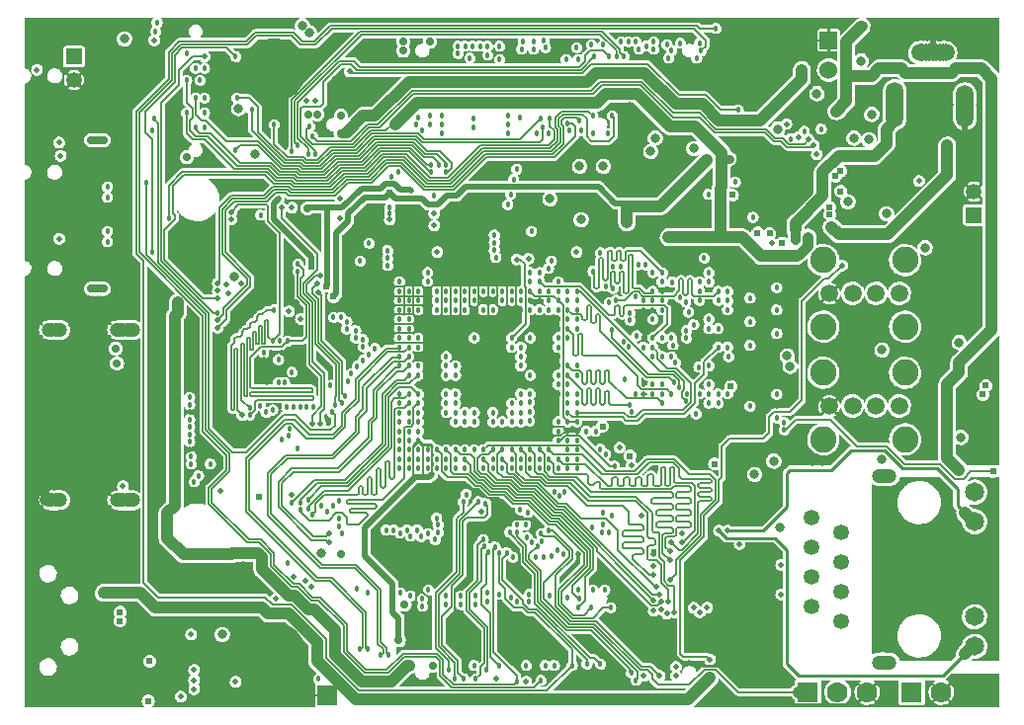
<source format=gbr>
%TF.GenerationSoftware,KiCad,Pcbnew,(6.0.1)*%
%TF.CreationDate,2022-06-22T14:46:01-03:00*%
%TF.ProjectId,A20-OLinuXino-Lime_Rev_I1,4132302d-4f4c-4696-9e75-58696e6f2d4c,rev?*%
%TF.SameCoordinates,Original*%
%TF.FileFunction,Copper,L4,Inr*%
%TF.FilePolarity,Positive*%
%FSLAX46Y46*%
G04 Gerber Fmt 4.6, Leading zero omitted, Abs format (unit mm)*
G04 Created by KiCad (PCBNEW (6.0.1)) date 2022-06-22 14:46:01*
%MOMM*%
%LPD*%
G01*
G04 APERTURE LIST*
%TA.AperFunction,ComponentPad*%
%ADD10C,5.500000*%
%TD*%
%TA.AperFunction,ComponentPad*%
%ADD11C,0.900000*%
%TD*%
%TA.AperFunction,ComponentPad*%
%ADD12C,1.500000*%
%TD*%
%TA.AperFunction,ComponentPad*%
%ADD13C,2.250000*%
%TD*%
%TA.AperFunction,ComponentPad*%
%ADD14R,1.778000X1.778000*%
%TD*%
%TA.AperFunction,ComponentPad*%
%ADD15C,1.778000*%
%TD*%
%TA.AperFunction,ComponentPad*%
%ADD16C,0.704800*%
%TD*%
%TA.AperFunction,ComponentPad*%
%ADD17R,1.422400X1.422400*%
%TD*%
%TA.AperFunction,ComponentPad*%
%ADD18R,0.400000X0.400000*%
%TD*%
%TA.AperFunction,ComponentPad*%
%ADD19R,1.350000X1.350000*%
%TD*%
%TA.AperFunction,ComponentPad*%
%ADD20C,1.350000*%
%TD*%
%TA.AperFunction,ComponentPad*%
%ADD21C,1.200000*%
%TD*%
%TA.AperFunction,ComponentPad*%
%ADD22C,1.524000*%
%TD*%
%TA.AperFunction,ComponentPad*%
%ADD23R,1.524000X1.524000*%
%TD*%
%TA.AperFunction,ComponentPad*%
%ADD24C,1.950000*%
%TD*%
%TA.AperFunction,ComponentPad*%
%ADD25C,1.650000*%
%TD*%
%TA.AperFunction,ViaPad*%
%ADD26C,0.803200*%
%TD*%
%TA.AperFunction,ViaPad*%
%ADD27C,0.457200*%
%TD*%
%TA.AperFunction,ViaPad*%
%ADD28C,0.503200*%
%TD*%
%TA.AperFunction,ViaPad*%
%ADD29C,0.603200*%
%TD*%
%TA.AperFunction,ViaPad*%
%ADD30C,0.703200*%
%TD*%
%TA.AperFunction,Conductor*%
%ADD31C,0.127000*%
%TD*%
%TA.AperFunction,Conductor*%
%ADD32C,0.254000*%
%TD*%
%TA.AperFunction,Conductor*%
%ADD33C,1.016000*%
%TD*%
%TA.AperFunction,Conductor*%
%ADD34C,0.508000*%
%TD*%
%TA.AperFunction,Conductor*%
%ADD35C,0.609600*%
%TD*%
%TA.AperFunction,Conductor*%
%ADD36C,0.203200*%
%TD*%
%TA.AperFunction,Conductor*%
%ADD37C,0.762000*%
%TD*%
%TA.AperFunction,Conductor*%
%ADD38C,0.812800*%
%TD*%
%TA.AperFunction,Conductor*%
%ADD39C,0.152400*%
%TD*%
%TA.AperFunction,Conductor*%
%ADD40C,0.889000*%
%TD*%
G04 APERTURE END LIST*
D10*
%TO.N,GND*%
%TO.C,CASE*%
X128071100Y-129998600D03*
D11*
X128071100Y-127748600D03*
X128071100Y-132248600D03*
X130321100Y-129998600D03*
X125821100Y-129998600D03*
X126524300Y-128451800D03*
X129618000Y-131545500D03*
X126524300Y-131545500D03*
X129618000Y-128451800D03*
D10*
X168931100Y-129998600D03*
D11*
X168931100Y-127748600D03*
X168931100Y-132248600D03*
X171181100Y-129998600D03*
X166681100Y-129998600D03*
X167384300Y-128451800D03*
X170478000Y-131545500D03*
X167384300Y-131545500D03*
X170478000Y-128451800D03*
D10*
X128071100Y-79998600D03*
D11*
X128071100Y-77748600D03*
X128071100Y-82248600D03*
X130321100Y-79998600D03*
X125821100Y-79998600D03*
X126524300Y-78451800D03*
X129618000Y-81545500D03*
X126524300Y-81545500D03*
X129618000Y-78451800D03*
D10*
X168931100Y-79998600D03*
D11*
X168931100Y-77748600D03*
X168931100Y-82248600D03*
X171181100Y-79998600D03*
X166681100Y-79998600D03*
X167384300Y-78451800D03*
X170478000Y-81545500D03*
X167384300Y-81545500D03*
X170478000Y-78451800D03*
%TD*%
D12*
%TO.N,N$194*%
%TO.C,USB_HOST2*%
X181655100Y-99100600D03*
%TO.N,UDM2*%
X179655100Y-99100600D03*
%TO.N,UDP2*%
X177655100Y-99100600D03*
%TO.N,GND*%
X175655100Y-99100600D03*
D13*
%TO.N,N/C*%
X182155100Y-101950600D03*
X182155100Y-96250600D03*
%TO.N,N$193*%
X175155100Y-96250600D03*
X175155100Y-101950600D03*
%TD*%
D14*
%TO.N,AXP_BACKUP*%
%TO.C,BACKUP*%
X182721100Y-133284600D03*
D15*
%TO.N,GND*%
X185261100Y-133284600D03*
%TD*%
D14*
%TO.N,UART0-TX*%
%TO.C,UART0*%
X173831100Y-133284600D03*
D15*
%TO.N,N$7*%
X176371100Y-133284600D03*
%TO.N,GND*%
X178911100Y-133284600D03*
%TD*%
D16*
%TO.N,N/C*%
%TO.C,SATA*%
X112850100Y-98705600D03*
X112625100Y-98705600D03*
X113100100Y-98705600D03*
X112425100Y-98705600D03*
X113525100Y-98705600D03*
X112850100Y-85965600D03*
X112625100Y-85965600D03*
X113100100Y-85965600D03*
X112425100Y-85965600D03*
X113525100Y-85965600D03*
X113325100Y-98705600D03*
X113325100Y-85965600D03*
%TD*%
D17*
%TO.N,GND*%
%TO.C,U12*%
X171672100Y-89850600D03*
D18*
X173272100Y-90500600D03*
X172672100Y-90500600D03*
X173272100Y-89200600D03*
X172672100Y-89200600D03*
X172322100Y-88250600D03*
X172322100Y-88850600D03*
X171022100Y-88250600D03*
X171022100Y-88850600D03*
X170072100Y-89200600D03*
X170672100Y-89200600D03*
X170072100Y-90500600D03*
X170672100Y-90500600D03*
X171022100Y-91450600D03*
X171022100Y-90850600D03*
X172322100Y-91450600D03*
X172322100Y-90850600D03*
%TD*%
D19*
%TO.N,+24V*%
%TO.C,LIPO_BAT*%
X188055100Y-92374600D03*
D20*
%TO.N,GND*%
X188055100Y-90374600D03*
%TD*%
D21*
%TO.N,N/C*%
%TO.C,HDMI*%
X115562100Y-116835600D03*
X109462100Y-116835600D03*
X109462100Y-102235600D03*
X115562100Y-102235600D03*
X115162100Y-116835600D03*
X109062100Y-116835600D03*
X109062100Y-102235600D03*
X115162100Y-102235600D03*
X114862100Y-116835600D03*
X115712100Y-116835600D03*
X115712100Y-102235600D03*
X114862100Y-102235600D03*
X116012100Y-116835600D03*
X116012100Y-102235600D03*
X109762100Y-102235600D03*
X109762100Y-116810600D03*
%TO.N,GND*%
X114612100Y-116835600D03*
X108762100Y-116835600D03*
X108762100Y-102235600D03*
X114612100Y-102235600D03*
%TD*%
D14*
%TO.N,GND*%
%TO.C,GND_PIN*%
X132683100Y-133538600D03*
%TD*%
D22*
%TO.N,5VEXT*%
%TO.C,C174*%
X175609100Y-79944600D03*
D23*
%TO.N,GND*%
X175609100Y-77404600D03*
%TD*%
D19*
%TO.N,N$24*%
%TO.C,5V_SATA_PWR*%
X110966100Y-78817600D03*
D20*
%TO.N,GND*%
X110966100Y-80817600D03*
%TD*%
D24*
%TO.N,GND*%
%TO.C,U2*%
X165322100Y-122870600D03*
D16*
X165822100Y-123970600D03*
X164822100Y-123970600D03*
X164222100Y-123370600D03*
X164222100Y-122370600D03*
X164822100Y-121770600D03*
X165822100Y-121770600D03*
X166422100Y-122370600D03*
X166422100Y-123370600D03*
%TD*%
D20*
%TO.N,N$77*%
%TO.C,LAN*%
X176656100Y-127198600D03*
%TO.N,N$81*%
X174116100Y-125928600D03*
%TO.N,ETHERNET_VDD*%
X176656100Y-124658600D03*
%TO.N,N/C*%
X174116100Y-123388600D03*
X176656100Y-122118600D03*
%TO.N,ETHERNET_VDD*%
X174116100Y-120848600D03*
%TO.N,N$82*%
X176656100Y-119578600D03*
%TO.N,N$83*%
X174116100Y-118308600D03*
D25*
%TO.N,N$88*%
X188104600Y-118673600D03*
%TO.N,N$87*%
X188104600Y-129353600D03*
D21*
%TO.N,CHASSIS*%
X180256100Y-130743600D03*
X180256100Y-114743600D03*
D25*
%TO.N,N$94*%
X188104600Y-116133600D03*
%TO.N,N$89*%
X188104600Y-126813600D03*
D21*
%TO.N,N/C*%
X180856100Y-130743600D03*
X180656100Y-130743600D03*
X180456100Y-130743600D03*
X180056100Y-130743600D03*
X179856100Y-130743600D03*
X179856100Y-114743600D03*
X180056100Y-114743600D03*
X180456100Y-114743600D03*
X180656100Y-114743600D03*
X180856100Y-114743600D03*
%TD*%
D12*
%TO.N,N$111*%
%TO.C,USB_HOST1*%
X181655100Y-108752600D03*
%TO.N,UDM1*%
X179655100Y-108752600D03*
%TO.N,UDP1*%
X177655100Y-108752600D03*
%TO.N,GND*%
X175655100Y-108752600D03*
D13*
%TO.N,N/C*%
X182155100Y-111602600D03*
X182155100Y-105902600D03*
%TO.N,N$193*%
X175155100Y-105902600D03*
X175155100Y-111602600D03*
%TD*%
D12*
%TO.N,5VEXT*%
%TO.C,PWR_JACK*%
X181266100Y-82916600D03*
%TO.N,N/C*%
X181266100Y-83216600D03*
X181266100Y-83516600D03*
X181266100Y-83816600D03*
X181266100Y-82616600D03*
X181266100Y-82316600D03*
X181266100Y-82016600D03*
X181266100Y-81716600D03*
X181266100Y-84116600D03*
%TO.N,GND*%
X187266100Y-82916600D03*
X184516100Y-78466600D03*
%TO.N,N/C*%
X184816100Y-78466600D03*
X185116100Y-78466600D03*
X185416100Y-78466600D03*
X184216100Y-78466600D03*
X183916100Y-78466600D03*
X183616100Y-78466600D03*
X185616100Y-78466600D03*
X183416100Y-78466600D03*
X187266100Y-83216600D03*
X187266100Y-83516600D03*
X187266100Y-82616600D03*
X187266100Y-82316600D03*
X187266100Y-83816600D03*
X187266100Y-82016600D03*
X187266100Y-84116600D03*
%TD*%
D26*
%TO.N,GND*%
X114776100Y-129474600D03*
D27*
X161341100Y-103715600D03*
X147641100Y-106115600D03*
X129635100Y-105090600D03*
X166941100Y-98115600D03*
X149241100Y-102915600D03*
X144441100Y-108515600D03*
D28*
X130016100Y-99883600D03*
D27*
X141801700Y-111339000D03*
X141496900Y-105751000D03*
X146841100Y-105315600D03*
D28*
X114649100Y-112035600D03*
D26*
X118078100Y-129474600D03*
D28*
X114649100Y-110535600D03*
D27*
X167100100Y-106360600D03*
D26*
X158591100Y-83119600D03*
D27*
X159741100Y-107715600D03*
X159741100Y-101315600D03*
X148441100Y-107715600D03*
X144441100Y-104515600D03*
D28*
X170402100Y-134046600D03*
X114649100Y-109035600D03*
D26*
X125063100Y-89850600D03*
D29*
X160750100Y-114107600D03*
D27*
X166941100Y-102915600D03*
X140441100Y-101315600D03*
X147288100Y-111542200D03*
X166941100Y-102115600D03*
D26*
X125698100Y-100010600D03*
X175101100Y-113472600D03*
X152114100Y-92390600D03*
D27*
X171164100Y-103566600D03*
X140441100Y-106915600D03*
X145241100Y-106115600D03*
D30*
X140049100Y-79055600D03*
D29*
X126841100Y-116520600D03*
D28*
X122523100Y-97851600D03*
D27*
X147641100Y-104515600D03*
D28*
X124174100Y-111313600D03*
D27*
X141241100Y-99715600D03*
D28*
X154146100Y-121473600D03*
D27*
X146841100Y-107715600D03*
D26*
X133445100Y-80833600D03*
D27*
X152441100Y-102115600D03*
X151301300Y-108392600D03*
X166141100Y-109315600D03*
X127857100Y-104201600D03*
X148253300Y-111567600D03*
X145241100Y-103715600D03*
X167227100Y-96073600D03*
X142841100Y-110115600D03*
X144519500Y-111567600D03*
X146841100Y-102915600D03*
D26*
X183991100Y-101915600D03*
D30*
X141446100Y-79055600D03*
D27*
X152441100Y-104515600D03*
D26*
X164306100Y-93025600D03*
X163671100Y-113599600D03*
D27*
X143641100Y-104515600D03*
D29*
X168878100Y-93406600D03*
D28*
X120872100Y-109281600D03*
X118586100Y-112456600D03*
D29*
X171799100Y-106233600D03*
D28*
X132741100Y-109988600D03*
D29*
X130778100Y-92644600D03*
D27*
X129635100Y-104201600D03*
X147641100Y-108515600D03*
D28*
X118586100Y-109408600D03*
D26*
X112998100Y-92335600D03*
X187420100Y-107630600D03*
D27*
X141496900Y-108494200D03*
D26*
X125444100Y-123378600D03*
D27*
X145241100Y-108515600D03*
D26*
X179927100Y-105598600D03*
D29*
X181070100Y-100518600D03*
D26*
X180308100Y-95311600D03*
X132175100Y-85151600D03*
D28*
X156940100Y-110805600D03*
D27*
X168878100Y-102550600D03*
X159741100Y-100515600D03*
D29*
X141319100Y-95184600D03*
D28*
X114649100Y-106035600D03*
D27*
X144441100Y-105315600D03*
X166941100Y-108515600D03*
X154041100Y-110915600D03*
X159741100Y-106915600D03*
D26*
X151225100Y-92390600D03*
X159861100Y-92898600D03*
D27*
X141241100Y-98915600D03*
D30*
X122142100Y-87437600D03*
D27*
X140441100Y-102115600D03*
X145241100Y-100515600D03*
X159741100Y-102915600D03*
X145241100Y-104515600D03*
X146841100Y-104515600D03*
D26*
X161766100Y-86929600D03*
D27*
X149218500Y-111567600D03*
X149241100Y-106115600D03*
X168878100Y-100518600D03*
X128746100Y-104201600D03*
X152441100Y-105315600D03*
X151021900Y-110246800D03*
D26*
X132175100Y-121346600D03*
X145065600Y-119060600D03*
D27*
X171164100Y-99502600D03*
D26*
X125444100Y-122489600D03*
D27*
X144441100Y-107715600D03*
D28*
X114649100Y-113535600D03*
X160623100Y-121473600D03*
D27*
X146841100Y-108515600D03*
X166141100Y-101315600D03*
D28*
X118586100Y-106360600D03*
D27*
X161341100Y-98915600D03*
X127222100Y-104785800D03*
X127476100Y-105776400D03*
X148441100Y-104515600D03*
D26*
X167481100Y-116774600D03*
D27*
X166141100Y-100515600D03*
D26*
X173069100Y-98486600D03*
D27*
X145241100Y-107715600D03*
X132429100Y-105217600D03*
X166141100Y-97315600D03*
X147641100Y-102915600D03*
X128568300Y-108849800D03*
D28*
X108553100Y-76134600D03*
D27*
X141241100Y-100515600D03*
D29*
X181070100Y-110170600D03*
D26*
X157321100Y-89977600D03*
X188055100Y-105471600D03*
D27*
X149241100Y-100515600D03*
X171164100Y-108773600D03*
D28*
X147669100Y-125791600D03*
D27*
X152441100Y-107715600D03*
D29*
X139922100Y-91755600D03*
D27*
X146841100Y-106115600D03*
X160541100Y-100515600D03*
X146841100Y-103715600D03*
X147641100Y-100515600D03*
D26*
X174212100Y-113472600D03*
D27*
X171164100Y-101534600D03*
X163671100Y-130744600D03*
X148441100Y-100515600D03*
X145241100Y-105315600D03*
D28*
X120872100Y-112456600D03*
D27*
X147641100Y-107715600D03*
X142841100Y-103715600D03*
D26*
X174593100Y-80833600D03*
D29*
X113506100Y-134046600D03*
D27*
X153241100Y-110915600D03*
X141496900Y-109459400D03*
X168878100Y-109789600D03*
X150841100Y-99715600D03*
X147641100Y-103715600D03*
D28*
X186277100Y-93406600D03*
D27*
X160466100Y-110040600D03*
X147641100Y-109315600D03*
X152441100Y-101315600D03*
D26*
X107664100Y-96327600D03*
D27*
X165341100Y-103715600D03*
D26*
X182086100Y-85786600D03*
D27*
X147641100Y-105315600D03*
D26*
X176498100Y-84643600D03*
D27*
X166141100Y-102915600D03*
D26*
X187420100Y-99502600D03*
D27*
X148441100Y-105315600D03*
D30*
X139795100Y-132268600D03*
D26*
X183991100Y-110170600D03*
D27*
X168878100Y-107757600D03*
D29*
X126968100Y-93279600D03*
D28*
X120872100Y-106360600D03*
D27*
X142841100Y-102915600D03*
D30*
X141700100Y-132268600D03*
D27*
X159289600Y-97978600D03*
D28*
X154654100Y-131887600D03*
D27*
X168878100Y-98613600D03*
D26*
X128111100Y-83754600D03*
D27*
X148441100Y-106115600D03*
D29*
X139922100Y-92771600D03*
D27*
X150041100Y-99715600D03*
X144441100Y-106115600D03*
X143554300Y-111567600D03*
X127476100Y-106741600D03*
D26*
X188055100Y-113091600D03*
%TO.N,VCC*%
X123666100Y-128331600D03*
D27*
X142841100Y-107715600D03*
D26*
X174593100Y-81976600D03*
D28*
X159607100Y-118171600D03*
D27*
X149241100Y-109315600D03*
D28*
X138017100Y-92771600D03*
D27*
X143641100Y-100515600D03*
D28*
X159734100Y-131887600D03*
D26*
X151733100Y-90993600D03*
D27*
X140441100Y-110115600D03*
X143641100Y-107715600D03*
X143641100Y-110115600D03*
D26*
X130524100Y-76134600D03*
D27*
X149241100Y-110115600D03*
D26*
X124682100Y-97623000D03*
D27*
X140441100Y-109315600D03*
D26*
X169259100Y-114615600D03*
D27*
X140441100Y-105315600D03*
D30*
X133826100Y-83881600D03*
D27*
X144441100Y-100515600D03*
D26*
X126460100Y-87183600D03*
X131159100Y-76769600D03*
D30*
X141446100Y-77531600D03*
D27*
X149966100Y-109240600D03*
X144441100Y-109315600D03*
X148441100Y-109315600D03*
X150145600Y-93787600D03*
X141827100Y-90739600D03*
X142841100Y-100515600D03*
D30*
X141700100Y-130998600D03*
D27*
X148441100Y-110115600D03*
D30*
X133826100Y-121473600D03*
D26*
X125063100Y-83246600D03*
D27*
X138017100Y-91755600D03*
D28*
X129635100Y-116393600D03*
D27*
X146841100Y-100515600D03*
D30*
X139287100Y-125791600D03*
D27*
X145241100Y-102915600D03*
X138017100Y-92263600D03*
D28*
X115157100Y-115631600D03*
D27*
X126968100Y-92390600D03*
D30*
X114522100Y-103820600D03*
D29*
X117316100Y-134046600D03*
D28*
X160623100Y-122489600D03*
X145891100Y-117790600D03*
D26*
X160369100Y-86929600D03*
D30*
X120618100Y-87437600D03*
D27*
X146041100Y-100515600D03*
D28*
X162528100Y-131125600D03*
D27*
X149966100Y-110040600D03*
X142841100Y-104515600D03*
D30*
%TO.N,+5V*%
X139795100Y-130998600D03*
X131794100Y-83754600D03*
D26*
X186785100Y-114234600D03*
D30*
X139160100Y-78293600D03*
D26*
X119856100Y-100772600D03*
D30*
X139160100Y-77531600D03*
D26*
X178530100Y-76134600D03*
D30*
X131540100Y-126172600D03*
D26*
X186785100Y-105852600D03*
D30*
X131032100Y-83754600D03*
D26*
X115284100Y-77277600D03*
X127095100Y-121727600D03*
X119856100Y-99883600D03*
X188690100Y-79817600D03*
X176244100Y-83500600D03*
D29*
%TO.N,VPP*%
X138017100Y-90485600D03*
D28*
X131667100Y-82611600D03*
D26*
X158337100Y-93025600D03*
X165195100Y-87628100D03*
D27*
X140441100Y-103715600D03*
D29*
X133191100Y-99375600D03*
D27*
%TO.N,V+*%
X171164100Y-100518600D03*
D26*
X156305100Y-88199600D03*
D27*
X152441100Y-100515600D03*
X168878100Y-101534600D03*
X166941100Y-103715600D03*
X167041100Y-104515600D03*
X166941100Y-99715600D03*
X160541100Y-107715600D03*
X168878100Y-99502600D03*
X166941100Y-98915600D03*
X161341100Y-98115600D03*
X168878100Y-103566600D03*
X151641100Y-99715600D03*
X171164100Y-107757600D03*
X168878100Y-108773600D03*
X152441100Y-106115600D03*
X161341100Y-102915600D03*
X152441100Y-103715600D03*
X151641100Y-100515600D03*
X165341100Y-97315600D03*
X171164100Y-102550600D03*
X160541100Y-99715600D03*
D26*
X170910100Y-113472600D03*
D27*
X171164100Y-109789600D03*
X152441100Y-110915600D03*
D26*
X154273100Y-88199600D03*
D28*
X154019100Y-95565600D03*
D27*
X166941100Y-100515600D03*
X171164100Y-98613600D03*
X166941100Y-107715600D03*
X152441100Y-102915600D03*
X166141100Y-108515600D03*
D29*
X165830100Y-113726600D03*
D27*
X150841100Y-100515600D03*
X160541100Y-101315600D03*
X164941100Y-96073600D03*
X165341100Y-102115600D03*
X158718100Y-109281600D03*
X160541100Y-104515600D03*
X152441100Y-110115600D03*
X159741100Y-99715600D03*
X152441100Y-106915600D03*
%TO.N,XTALI*%
X134461100Y-106614600D03*
%TO.N,XTALO*%
X134715100Y-105979600D03*
%TO.N,SA2*%
X162141100Y-107715600D03*
X153241100Y-102115600D03*
%TO.N,SA3*%
X153241100Y-106915600D03*
X161341100Y-107715600D03*
%TO.N,SA4*%
X166141100Y-107715600D03*
X153241100Y-99715600D03*
%TO.N,SA5*%
X153241100Y-106115600D03*
X158591100Y-108646600D03*
%TO.N,SA6*%
X165341100Y-108515600D03*
X153241100Y-101315600D03*
%TO.N,SA8*%
X154041100Y-98915600D03*
X163341100Y-108315600D03*
%TO.N,SA9*%
X153241100Y-105315600D03*
X161341100Y-108515600D03*
%TO.N,SA10*%
X154041100Y-107715600D03*
X164496600Y-105408100D03*
%TO.N,SA11*%
X154041100Y-100515600D03*
X163441100Y-107715600D03*
%TO.N,SA12*%
X154041100Y-105315600D03*
X165341100Y-106915600D03*
%TO.N,DQ3*%
X166141100Y-102115600D03*
X150041100Y-98115600D03*
%TO.N,DQ4*%
X162141100Y-102915600D03*
X150041100Y-97315600D03*
%TO.N,DQ5*%
X152441100Y-98115600D03*
X163607600Y-100709100D03*
%TO.N,DQ6*%
X160541100Y-102915600D03*
X150841100Y-98115600D03*
%TO.N,DQ7*%
X164052100Y-101788600D03*
X162210600Y-98143700D03*
%TO.N,DQ8*%
X164541100Y-99715600D03*
X159289600Y-96645100D03*
%TO.N,DQ9*%
X161341100Y-99715600D03*
X159099100Y-99375600D03*
%TO.N,DQ10*%
X166141100Y-99715600D03*
X159924600Y-96645100D03*
%TO.N,CKE*%
X165341100Y-105315600D03*
X154041100Y-106115600D03*
%TO.N,SA1*%
X158146600Y-106424100D03*
X164541100Y-107715600D03*
%TO.N,SA0*%
X162341100Y-106715600D03*
X153241100Y-100515600D03*
%TO.N,BA0*%
X160541100Y-106915600D03*
X154041100Y-108515600D03*
%TO.N,BA1*%
X153241100Y-107715600D03*
X165341100Y-107715600D03*
%TO.N,CLK*%
X163417100Y-102296600D03*
X158591100Y-100772600D03*
D29*
%TO.N,+24V*%
X175685300Y-92314400D03*
D26*
X179038100Y-85913600D03*
D29*
X175685300Y-91704800D03*
X176625100Y-90358600D03*
D27*
%TO.N,CLKN*%
X158591100Y-101407600D03*
X163417100Y-102931600D03*
D28*
%TO.N,N$66*%
X130905100Y-82611600D03*
D26*
%TO.N,5VEXT*%
X172738900Y-94549600D03*
D27*
%TO.N,VCC/2*%
X146841100Y-109315600D03*
X146841100Y-110115600D03*
D26*
X160750100Y-85786600D03*
D27*
X147641100Y-110115600D03*
X145241100Y-110115600D03*
X145241100Y-109315600D03*
X144441100Y-110115600D03*
%TO.N,VCCINT*%
X142841100Y-109315600D03*
X150041100Y-102915600D03*
X150041100Y-107715600D03*
X143641100Y-106115600D03*
X142841100Y-106115600D03*
X149241100Y-104515600D03*
X143641100Y-108515600D03*
D26*
X154400100Y-92771600D03*
D27*
X148441100Y-108515600D03*
X150041100Y-106115600D03*
X149241100Y-105315600D03*
X142841100Y-108515600D03*
X149241100Y-103715600D03*
X149241100Y-107715600D03*
X143641100Y-109315600D03*
X148441100Y-103715600D03*
X149241100Y-108515600D03*
%TO.N,RESET_N*%
X143097100Y-131379600D03*
D28*
X176752100Y-96708600D03*
D27*
X144441100Y-114115600D03*
D28*
X165449100Y-130490600D03*
D27*
X144303600Y-116965100D03*
X169132100Y-92568400D03*
D28*
%TO.N,NMI_N*%
X174593100Y-87183600D03*
D27*
X152441100Y-111715600D03*
X157257600Y-113917100D03*
X117697100Y-85151600D03*
%TO.N,UDP1*%
X137255100Y-130109600D03*
X138841100Y-104515600D03*
%TO.N,UDM1*%
X139641100Y-104515600D03*
X137890100Y-130109600D03*
D29*
%TO.N,UDP0*%
X114903100Y-127188600D03*
D27*
X138841100Y-105315600D03*
D28*
X132810100Y-120457600D03*
D29*
%TO.N,UDM0*%
X114903100Y-126426600D03*
D28*
X132810100Y-119695600D03*
D27*
X139641100Y-105315600D03*
%TO.N,TPX1*%
X130143100Y-86421600D03*
X157448100Y-78801600D03*
%TO.N,TPY1*%
X158083100Y-78801600D03*
X129635100Y-86929600D03*
%TO.N,TPX2*%
X155543100Y-78801600D03*
X131667100Y-87183600D03*
%TO.N,TPY2*%
X131032100Y-87183600D03*
X156813100Y-78801600D03*
%TO.N,SA14*%
X159041100Y-107715600D03*
X164241100Y-109415600D03*
%TO.N,SA13*%
X154041100Y-99715600D03*
X162464600Y-105027100D03*
%TO.N,BA2*%
X153241100Y-108515600D03*
X161341100Y-106915600D03*
%TO.N,DDR3_RST*%
X162782100Y-107122600D03*
X157003600Y-102233100D03*
%TO.N,CASN*%
X154041100Y-102115600D03*
X161341100Y-104515600D03*
%TO.N,RASN*%
X162141100Y-104515600D03*
X153241100Y-102915600D03*
%TO.N,SDQM0*%
X150841100Y-97315600D03*
X165341100Y-101315600D03*
%TO.N,SDQM1*%
X156813100Y-99883600D03*
X161341100Y-100515600D03*
%TO.N,SDQS0*%
X151606100Y-96962600D03*
X162845600Y-99439100D03*
%TO.N,SDQS0_N*%
X163353600Y-99820100D03*
X151860100Y-96327600D03*
%TO.N,SDQS1*%
X164541100Y-98915600D03*
X157130600Y-96772100D03*
%TO.N,SDQS1_N*%
X164541100Y-98115600D03*
X157765600Y-96772100D03*
%TO.N,DDR3_ODT*%
X159162600Y-102741100D03*
D26*
%TO.N,+5V_OTG_PWR*%
X114395100Y-124775600D03*
D29*
X171621300Y-94778200D03*
D26*
X113506100Y-124775600D03*
X165449100Y-132014600D03*
X172307100Y-105344600D03*
X172053100Y-104455600D03*
D28*
%TO.N,USB0-DRV*%
X128238100Y-125283600D03*
X171989600Y-84580100D03*
D27*
X131921100Y-132141600D03*
X145383100Y-125791600D03*
D28*
%TO.N,USB0-VBUSDET*%
X124809100Y-132395600D03*
D27*
X152441400Y-114116000D03*
X149764600Y-120013100D03*
D29*
%TO.N,N$101*%
X188817100Y-107757600D03*
D27*
%TO.N,PB18/TWI1-SCK*%
X133953100Y-119695600D03*
X149193100Y-117663600D03*
X154400100Y-85151600D03*
%TO.N,PB19/TWI1-SDA*%
X129254100Y-122235600D03*
X153384100Y-85151600D03*
X149828100Y-117917600D03*
D29*
%TO.N,VINT*%
X169513100Y-93914600D03*
%TO.N,EXTEN*%
X167354100Y-90663400D03*
D27*
X167862100Y-83373600D03*
D28*
X183356100Y-89469600D03*
X134588100Y-80071600D03*
D29*
%TO.N,IPSOUT*%
X176193300Y-89037800D03*
D26*
X161893100Y-94295600D03*
D27*
X128111100Y-84643600D03*
D26*
X175863100Y-93406600D03*
D29*
X166490500Y-87564600D03*
D26*
X173831100Y-94232100D03*
X176498100Y-94041600D03*
D29*
X167100100Y-87564600D03*
D26*
X171227600Y-85024600D03*
X185769100Y-86421600D03*
X138525100Y-84580100D03*
D28*
X109823100Y-87310600D03*
D29*
X176625100Y-88606000D03*
D26*
X166338100Y-91120600D03*
%TO.N,N$128*%
X180562100Y-92263600D03*
D29*
%TO.N,VDD_RTC*%
X170554500Y-93965400D03*
X158591100Y-113028100D03*
D27*
X149966100Y-108440600D03*
D30*
%TO.N,LDO3_2.8V*%
X138779100Y-128839600D03*
D26*
X177260100Y-91247600D03*
D28*
X158718100Y-113853600D03*
D27*
X140441100Y-111715600D03*
D28*
%TO.N,N$38*%
X107791100Y-79944600D03*
D27*
X174974100Y-85024600D03*
D28*
%TO.N,N$140*%
X173005600Y-85723100D03*
X109696100Y-86167600D03*
D27*
%TO.N,USB0-IDDET*%
X150145600Y-120457600D03*
X152558600Y-116457100D03*
D29*
X117443100Y-130617600D03*
D26*
%TO.N,N$23*%
X177768100Y-85786600D03*
X183864100Y-95184600D03*
D27*
%TO.N,LCD_D3*%
X148621600Y-89342600D03*
X154146100Y-79055600D03*
%TO.N,LCD_D5*%
X155289100Y-77785600D03*
X148367600Y-90612600D03*
%TO.N,LCD_D7*%
X148113600Y-91501600D03*
X156305100Y-77785600D03*
%TO.N,LCD_D10*%
X149447100Y-77531600D03*
X143641100Y-99715600D03*
%TO.N,LCD_D11*%
X143641100Y-98915600D03*
X149320100Y-78166600D03*
%TO.N,LCD_D12*%
X144441100Y-99715600D03*
X150336100Y-77531600D03*
%TO.N,LCD_D13*%
X150336100Y-78166600D03*
X144441100Y-98915600D03*
%TO.N,LCD_D14*%
X151225100Y-77404600D03*
X145241100Y-99715600D03*
%TO.N,LCD_D15*%
X145241100Y-98915600D03*
X151352100Y-78039600D03*
%TO.N,LCD_D18*%
X144494100Y-77912600D03*
X147641100Y-99715600D03*
%TO.N,LCD_D19*%
X144875100Y-78928600D03*
X147641100Y-98915600D03*
%TO.N,LCD_D20*%
X145764100Y-77912600D03*
X148441100Y-99715600D03*
%TO.N,LCD_D21*%
X148441100Y-98915600D03*
X145129100Y-77912600D03*
%TO.N,LCD_D22*%
X146399100Y-77912600D03*
X146970600Y-94105100D03*
%TO.N,LCD_D23*%
X147097600Y-96010100D03*
X146399100Y-78674600D03*
%TO.N,LCD_CLK*%
X159099100Y-77531600D03*
X149241100Y-99715600D03*
%TO.N,LCD_DE*%
X157829100Y-77531600D03*
X149241100Y-98915600D03*
%TO.N,NWE/SPI0_MOSI*%
X121634100Y-114742600D03*
D28*
X131921100Y-98994600D03*
D27*
X134207100Y-107884600D03*
%TO.N,NALE/SPI0_MISO*%
X133953100Y-108519600D03*
X121253100Y-115250600D03*
D28*
X131794100Y-98232600D03*
D27*
%TO.N,NCLE/SPI0_SCK*%
X122650100Y-113726600D03*
D28*
X132048100Y-97597600D03*
D27*
X133318100Y-108646600D03*
D28*
%TO.N,NCE0*%
X132071300Y-110242600D03*
X128746100Y-91755600D03*
%TO.N,NRE*%
X131376100Y-110242600D03*
D27*
X130143100Y-96581600D03*
D28*
%TO.N,N$124*%
X124428100Y-92771600D03*
D27*
%TO.N,PB3*%
X145573600Y-116965100D03*
X154019100Y-78039600D03*
X143605100Y-132141600D03*
%TO.N,PB4*%
X146208600Y-117092100D03*
X144367100Y-132141600D03*
X158464100Y-77531600D03*
%TO.N,LCD_PWR*%
X151034600Y-120330600D03*
X153241100Y-114115600D03*
X160623100Y-77531600D03*
%TO.N,USB1-DRV*%
X153003100Y-116076100D03*
D29*
X189706100Y-114361600D03*
D27*
X171799100Y-110805600D03*
%TO.N,PC3/SATA-PWR-EN*%
X151098100Y-84897600D03*
X133064100Y-109281600D03*
X126206100Y-83373600D03*
X117824100Y-84135600D03*
%TO.N,PC24*%
X138841100Y-111715600D03*
X155416100Y-85405600D03*
%TO.N,VMIC*%
X139641100Y-98915600D03*
X138779100Y-88707600D03*
%TO.N,DQ11*%
X160541100Y-98915600D03*
X157130600Y-98677100D03*
%TO.N,DQ12*%
X165341100Y-98115600D03*
X156495600Y-98486600D03*
%TO.N,DQ13*%
X156051100Y-95629100D03*
X160541100Y-97315600D03*
%TO.N,DQ14*%
X157384600Y-99693100D03*
X166141100Y-98915600D03*
%TO.N,DQ15*%
X155428800Y-97203900D03*
X161369100Y-97343600D03*
D28*
%TO.N,ETXD0*%
X161893100Y-125537600D03*
D27*
X149241100Y-112515600D03*
%TO.N,ETXD1*%
X150041100Y-113315600D03*
D28*
X161258100Y-126172600D03*
%TO.N,ETXD2*%
X162401100Y-126426600D03*
D27*
X150041100Y-112515600D03*
%TO.N,ETXD3*%
X150841100Y-113315600D03*
D28*
X161766100Y-126553600D03*
%TO.N,ETXEN*%
X161258100Y-125537600D03*
D27*
X146841100Y-112515600D03*
D28*
%TO.N,ERXD0*%
X162020100Y-121981600D03*
D27*
X150841100Y-112515600D03*
D28*
%TO.N,ERXD1*%
X162020100Y-121219600D03*
D27*
X151641100Y-113315600D03*
%TO.N,ERXD2*%
X151641100Y-112515600D03*
D28*
X162147100Y-120457600D03*
%TO.N,ERXD3*%
X163036100Y-120457600D03*
D27*
X152441100Y-113315600D03*
D28*
%TO.N,ERXDV*%
X160623100Y-126299600D03*
D27*
X148441100Y-113315600D03*
%TO.N,ERXERR*%
X148441100Y-112515600D03*
D28*
X160623100Y-123251600D03*
%TO.N,EMDC*%
X161131100Y-124902600D03*
D27*
X147641100Y-112515600D03*
D28*
%TO.N,EMDIO*%
X160877100Y-124267600D03*
D27*
X147641100Y-113315600D03*
D28*
%TO.N,ECOL*%
X160623100Y-125410600D03*
D27*
X146041100Y-113315600D03*
D28*
%TO.N,ECRS*%
X162020100Y-123632600D03*
D27*
X146041100Y-112515600D03*
D28*
%TO.N,ERXCK*%
X163036100Y-119695600D03*
D27*
X149241100Y-113315600D03*
%TO.N,ETXCK*%
X146841100Y-113315600D03*
D28*
X165195100Y-126045600D03*
D27*
%TO.N,SD0-D1*%
X129635100Y-117028600D03*
X139641100Y-106115600D03*
D28*
X121253100Y-133030600D03*
D27*
%TO.N,SD0-D0*%
X130397100Y-117028600D03*
D28*
X121253100Y-132268600D03*
D27*
X140441100Y-106115600D03*
%TO.N,SD0-CLK*%
X131032100Y-117536600D03*
D28*
X120999100Y-128331600D03*
D27*
X139641100Y-107715600D03*
D28*
%TO.N,SD0-CMD*%
X131286100Y-124267600D03*
D27*
X131032100Y-116774600D03*
X140441100Y-107715600D03*
D28*
%TO.N,SD0-D3*%
X130778100Y-123759600D03*
D27*
X131413100Y-118044600D03*
X139641100Y-108515600D03*
%TO.N,SD0-D2*%
X130397100Y-117663600D03*
D28*
X121253100Y-131379600D03*
D27*
X140441100Y-108515600D03*
D28*
X129762100Y-123378600D03*
D27*
%TO.N,SD0-DET#*%
X151161600Y-121664100D03*
D28*
X120110100Y-133665600D03*
D27*
%TO.N,UART0-TX*%
X149193100Y-84008600D03*
X150971100Y-119695600D03*
D28*
%TO.N,UART0-RX*%
X161131100Y-131887600D03*
D27*
X151606100Y-119441600D03*
X148177100Y-85405600D03*
D30*
%TO.N,HDMI_5V_SOURCE*%
X114649100Y-105090600D03*
D27*
%TO.N,HTX2P*%
X120999100Y-113726600D03*
X135731100Y-103693600D03*
%TO.N,HTX2N*%
X135731100Y-103058600D03*
X120999100Y-113091600D03*
%TO.N,HTX1P*%
X135096100Y-102931600D03*
X120872100Y-111821600D03*
%TO.N,HTX1N*%
X135096100Y-102296600D03*
X120872100Y-111186600D03*
%TO.N,HTX0P*%
X134334100Y-102169600D03*
X120872100Y-110551600D03*
%TO.N,HTX0N*%
X120872100Y-109916600D03*
X134334100Y-101534600D03*
%TO.N,HTXCP*%
X120872100Y-108646600D03*
X133826100Y-101153600D03*
%TO.N,HTXCN*%
X133191100Y-101153600D03*
X120872100Y-108011600D03*
%TO.N,HCEC*%
X135223100Y-105344600D03*
D28*
X125317100Y-98232600D03*
%TO.N,HSCL*%
X124174100Y-99121600D03*
D27*
X136239100Y-104328600D03*
%TO.N,HSDA*%
X136747100Y-103820600D03*
D28*
X123285100Y-98867600D03*
D27*
%TO.N,HHPD*%
X135731100Y-104836600D03*
D28*
X124047100Y-98359600D03*
D27*
%TO.N,SCS0*%
X154041100Y-101315600D03*
X158019600Y-103249100D03*
%TO.N,CPU-REF*%
X152441100Y-99715600D03*
X150041100Y-98915600D03*
X153241100Y-110115600D03*
D29*
X156241600Y-110488100D03*
D27*
X154041100Y-110115600D03*
%TO.N,N$2*%
X150841100Y-98915600D03*
D28*
X149891600Y-96137100D03*
%TO.N,LDO4_2.8V*%
X157702100Y-112329600D03*
D27*
X141241100Y-112515600D03*
D26*
X164052100Y-86675600D03*
D27*
%TO.N,N$116*%
X154841100Y-110915600D03*
%TO.N,N$133*%
X139641100Y-100515600D03*
D29*
%TO.N,GNDA*%
X132556100Y-98486600D03*
D30*
X130968600Y-91819100D03*
D28*
X139858600Y-90295100D03*
D27*
X140441100Y-102915600D03*
D26*
X173323100Y-79944600D03*
D30*
X133826100Y-85405600D03*
D28*
%TO.N,N$176*%
X133762600Y-92644600D03*
D27*
X139641100Y-101315600D03*
D28*
%TO.N,N$122*%
X133762600Y-90993600D03*
D27*
X138841100Y-100515600D03*
%TO.N,MICIN2*%
X122142100Y-82357600D03*
X137826600Y-95438600D03*
%TO.N,HPOUTR*%
X140441100Y-100515600D03*
X142462100Y-85405600D03*
%TO.N,HPCOM*%
X140441100Y-98915600D03*
X141446100Y-84643600D03*
%TO.N,HPOUTL*%
X140441100Y-99715600D03*
X140811100Y-85151600D03*
D28*
%TO.N,N$1*%
X142081100Y-95565600D03*
%TO.N,N$190*%
X148875600Y-96200600D03*
D27*
X148441100Y-102915600D03*
%TO.N,TWI0-SCK*%
X142017600Y-118362100D03*
X135223100Y-124394600D03*
D28*
X173894600Y-85913600D03*
D27*
X131413100Y-85659600D03*
%TO.N,TWI0-SDA*%
X142144600Y-118933600D03*
X136112100Y-124775600D03*
X131159100Y-84770600D03*
D28*
X174339100Y-86421600D03*
D27*
%TO.N,PB20/TWI2_SCK*%
X151606100Y-85405600D03*
X164306100Y-78928600D03*
X150041100Y-114115600D03*
X148939100Y-118933600D03*
%TO.N,PB21/TWI2_SDA*%
X150841100Y-114115600D03*
X149637600Y-118933600D03*
X150590100Y-85405600D03*
X164560100Y-77658600D03*
%TO.N,UDM2*%
X136112100Y-129601600D03*
X139641100Y-103715600D03*
%TO.N,UDP2*%
X135477100Y-129601600D03*
X138841100Y-103715600D03*
D26*
%TO.N,N$192*%
X180181100Y-113345600D03*
X186912100Y-111440600D03*
%TO.N,N$195*%
X186785100Y-103312600D03*
X180181100Y-103947600D03*
D27*
%TO.N,USB2-DRV*%
X171799100Y-110170600D03*
D29*
X189071100Y-106995600D03*
D27*
X152114100Y-116076100D03*
%TO.N,N$106*%
X113823600Y-94676600D03*
%TO.N,N$112*%
X113823600Y-93787600D03*
%TO.N,N$113*%
X113823600Y-90866600D03*
%TO.N,N$114*%
X113823600Y-89977600D03*
%TO.N,SATA-TXP*%
X139641100Y-102915600D03*
%TO.N,SATA-RXP*%
X138841100Y-102115600D03*
%TO.N,SATA-TXM*%
X138841100Y-102915600D03*
%TO.N,SATA-RXM*%
X139641100Y-102115600D03*
%TO.N,N$119*%
X138841100Y-101315600D03*
%TO.N,VDD*%
X142841100Y-105315600D03*
D28*
X128492100Y-90993600D03*
D27*
X143641100Y-105315600D03*
D29*
X131286100Y-96835600D03*
D27*
X142041100Y-100515600D03*
%TO.N,LCD_D17*%
X143859100Y-78547600D03*
X146041100Y-98915600D03*
%TO.N,LCD_D16*%
X146841100Y-98915600D03*
X143859100Y-77912600D03*
%TO.N,LCD_D9*%
X147415100Y-79055600D03*
X146970600Y-94740100D03*
%TO.N,LCD_D8*%
X147415100Y-77912600D03*
X146970600Y-95375100D03*
%TO.N,LCD_D1*%
X148875600Y-88453600D03*
X153130100Y-79055600D03*
%TO.N,PB10*%
X149701100Y-130998600D03*
X147641100Y-114115600D03*
%TO.N,PH11*%
X148939100Y-125537600D03*
X152876100Y-121473600D03*
%TO.N,PI20*%
X144441100Y-112515600D03*
X151733100Y-125029600D03*
%TO.N,PI21*%
X145241100Y-112515600D03*
X148558100Y-121727600D03*
%TO.N,PI19*%
X144441100Y-113315600D03*
X154273100Y-125283600D03*
%TO.N,PI18*%
X154146100Y-126045600D03*
X143641100Y-112515600D03*
%TO.N,PI17*%
X142841100Y-112515600D03*
X155289100Y-126045600D03*
%TO.N,PI16*%
X142041100Y-112515600D03*
X156940100Y-126045600D03*
%TO.N,N$42*%
X142841100Y-98915600D03*
D28*
X141827100Y-92263600D03*
%TO.N,N$223*%
X141827100Y-93279600D03*
D27*
X142841100Y-99715600D03*
%TO.N,N$229*%
X159353100Y-78166600D03*
%TO.N,N$230*%
X159988100Y-77912600D03*
D28*
%TO.N,N$232*%
X129635100Y-91755600D03*
D27*
%TO.N,PC19*%
X138841100Y-107715600D03*
X153257100Y-84516600D03*
D28*
X123285100Y-102042600D03*
D27*
%TO.N,PC20*%
X138841100Y-108515600D03*
D28*
X123285100Y-101407600D03*
D27*
X154273100Y-84262600D03*
%TO.N,PC21*%
X138841100Y-109315600D03*
D28*
X123285100Y-99502600D03*
D27*
X155416100Y-83881600D03*
D28*
%TO.N,PC22*%
X123285100Y-98232600D03*
D27*
X139641100Y-109315600D03*
X157067100Y-83881600D03*
%TO.N,PI12*%
X142841100Y-114115600D03*
X153257100Y-125156600D03*
%TO.N,PI13*%
X154146100Y-124521600D03*
X142841100Y-113315600D03*
%TO.N,PI3*%
X139477600Y-119378100D03*
X141319100Y-124521600D03*
%TO.N,PI0*%
X137699600Y-119378100D03*
X138906100Y-124775600D03*
%TO.N,PI1*%
X138334600Y-119378100D03*
X139795100Y-125029600D03*
%TO.N,PI2*%
X140811100Y-125283600D03*
X138906100Y-119632100D03*
%TO.N,PI10*%
X142041100Y-114115600D03*
X149955100Y-124902600D03*
%TO.N,PI11*%
X149955100Y-125537600D03*
X142041100Y-113315600D03*
%TO.N,PG0*%
X135477100Y-96327600D03*
X139641100Y-111715600D03*
%TO.N,PG1*%
X136239100Y-94803600D03*
X138841100Y-112515600D03*
%TO.N,PG2*%
X139641100Y-112515600D03*
X138144100Y-89088600D03*
%TO.N,PG3*%
X138841100Y-113315600D03*
X140303100Y-84643600D03*
%TO.N,PG4*%
X139641100Y-113315600D03*
X140430100Y-84008600D03*
%TO.N,PG5*%
X138841100Y-114115600D03*
X141446100Y-83881600D03*
%TO.N,PG6*%
X140441100Y-112515600D03*
X142462100Y-83881600D03*
%TO.N,PG7*%
X139641100Y-114115600D03*
X142462100Y-84643600D03*
%TO.N,PG8*%
X140441100Y-113315600D03*
X145205300Y-84897600D03*
%TO.N,PG9*%
X145205300Y-84135600D03*
X140441100Y-114115600D03*
%TO.N,PG10*%
X141241100Y-113315600D03*
X148177100Y-83881600D03*
%TO.N,PG11*%
X141241100Y-114115600D03*
X148177100Y-84643600D03*
%TO.N,PI14*%
X143641100Y-114115600D03*
X155416100Y-124521600D03*
%TO.N,PI15*%
X143641100Y-113315600D03*
X156432100Y-124521600D03*
%TO.N,PH27*%
X153241100Y-111715600D03*
D28*
X162528100Y-131887600D03*
D27*
%TO.N,PH26*%
X156305100Y-118933600D03*
X154041100Y-111715600D03*
%TO.N,PH25*%
X153241100Y-112515600D03*
X156178100Y-119568600D03*
%TO.N,PH24*%
X154041100Y-112515600D03*
X155352600Y-119124100D03*
%TO.N,PH23*%
X157067100Y-118171600D03*
X156495600Y-112901100D03*
%TO.N,PH22*%
X156051100Y-112456600D03*
X156305100Y-117917600D03*
%TO.N,PH21*%
X156813100Y-119568600D03*
X154041100Y-113315600D03*
%TO.N,PH12/CTP_INT*%
X150971100Y-132268600D03*
X154041100Y-114115600D03*
X164687100Y-78293600D03*
%TO.N,PH9/CAN_CTRL*%
X153241100Y-113315600D03*
D28*
X147161100Y-132141600D03*
D27*
%TO.N,PH2/LED*%
X151641100Y-114115600D03*
X140811100Y-125918600D03*
%TO.N,PH0*%
X142843100Y-125791600D03*
X150526600Y-121664100D03*
D28*
%TO.N,PC23/SPI0_CS0*%
X123539100Y-116012600D03*
D27*
X140441100Y-110915600D03*
X156686100Y-85405600D03*
%TO.N,PC18*%
X119094100Y-92644600D03*
X151733100Y-84135600D03*
X133699100Y-119060600D03*
%TO.N,PC17*%
X133699100Y-118425600D03*
X117697100Y-95565600D03*
X124809100Y-78801600D03*
%TO.N,PB13/CTP_RES*%
X147415100Y-121346600D03*
X153638100Y-130998600D03*
X165957100Y-76388600D03*
%TO.N,PB12*%
X152114100Y-130998600D03*
X149241100Y-114115600D03*
%TO.N,PB11*%
X148441100Y-114115600D03*
X151352100Y-130998600D03*
%TO.N,PB8/SATA-PWR-EN*%
X117189100Y-89596600D03*
X147034100Y-120838600D03*
X148939100Y-132395600D03*
%TO.N,PB7*%
X147415100Y-130998600D03*
X146462600Y-121283100D03*
%TO.N,PB6*%
X146145100Y-120775100D03*
X146272100Y-131379600D03*
%TO.N,PB5*%
X146018100Y-120203600D03*
X145383100Y-132141600D03*
%TO.N,MIC1OUTN*%
X137826600Y-96073600D03*
X122142100Y-83627600D03*
%TO.N,MIC1OUTP*%
X122142100Y-84897600D03*
X137826600Y-96708600D03*
%TO.N,FMINL*%
X139641100Y-99715600D03*
X118078100Y-75880600D03*
%TO.N,FMINR*%
X138841100Y-99715600D03*
X117951100Y-76642600D03*
%TO.N,LINEINL*%
X138841100Y-98115600D03*
X120618100Y-78547600D03*
%TO.N,LINEINR*%
X121380100Y-79817600D03*
X138841100Y-98915600D03*
%TO.N,TVIN0*%
X142208100Y-88072600D03*
X141241100Y-97315600D03*
X121380100Y-84897600D03*
%TO.N,TVIN1*%
X120618100Y-83627600D03*
X141573100Y-88707600D03*
X141241100Y-98115600D03*
%TO.N,TVIN2*%
X142843100Y-88707600D03*
X121380100Y-82357600D03*
X142041100Y-98915600D03*
%TO.N,TVIN3*%
X120618100Y-80833600D03*
X142041100Y-99715600D03*
X141573100Y-88072600D03*
%TO.N,TVOUT3*%
X142843100Y-88072600D03*
X124809100Y-86802600D03*
%TO.N,SRST*%
X151641100Y-98915600D03*
%TO.N,ODT0*%
X152441100Y-98915600D03*
D29*
%TO.N,DDR_VREF*%
X167227100Y-107059100D03*
D27*
X162274100Y-103566600D03*
X159741100Y-103715600D03*
%TO.N,N$9*%
X165322100Y-90612600D03*
%TO.N,PB14*%
X148050100Y-121346600D03*
X154908100Y-130871600D03*
%TO.N,PB15*%
X148304100Y-119568600D03*
X156051100Y-130871600D03*
%TO.N,PB16*%
X158718100Y-131633600D03*
X148939100Y-119568600D03*
%TO.N,PB17*%
X150653600Y-120775100D03*
X159099100Y-132268600D03*
%TO.N,UBOOT_SEL*%
X124936100Y-82357600D03*
X150971100Y-84135600D03*
D28*
X109696100Y-94422600D03*
D27*
X150041100Y-100515600D03*
%TO.N,PI4*%
X139795100Y-119886100D03*
X142843100Y-125029600D03*
%TO.N,PI5*%
X140366600Y-119378100D03*
X144113100Y-125029600D03*
%TO.N,PI6*%
X140684100Y-119949600D03*
X145383100Y-125029600D03*
%TO.N,GPIO3*%
X122142100Y-79817600D03*
X173513600Y-85215100D03*
%TO.N,GPIO2*%
X121761100Y-80833600D03*
X172370600Y-85850100D03*
%TO.N,GPIO1*%
X167608100Y-89571200D03*
%TO.N,PB2/PWM0*%
X144557600Y-116330100D03*
X160623100Y-78166600D03*
%TO.N,PI9*%
X142144600Y-119568600D03*
X148431100Y-125156600D03*
%TO.N,PI7*%
X141255600Y-119695600D03*
X146399100Y-124775600D03*
%TO.N,PI8*%
X141890600Y-120203600D03*
X147415100Y-124902600D03*
%TO.N,N$14*%
X155641100Y-110915600D03*
D26*
%TO.N,N$15*%
X178403100Y-79182600D03*
D27*
%TO.N,PB9/USB0-DRV*%
X146841100Y-114115600D03*
%TO.N,PH7/PB9*%
X145256100Y-130998600D03*
%TO.N,PH7/USB0-DRV*%
X151860100Y-121600600D03*
X144113100Y-125791600D03*
D26*
%TO.N,N$25*%
X179292100Y-83754600D03*
D27*
%TO.N,SCS1*%
X153241100Y-98915600D03*
X158464100Y-103693600D03*
%TO.N,SCKE1*%
X153241100Y-109315600D03*
X166141100Y-103715600D03*
%TO.N,ODT1*%
X160541100Y-103715600D03*
X154041100Y-109315600D03*
%TO.N,PH10/EPHY-RST#*%
X146399100Y-125537600D03*
D28*
X149701100Y-132395600D03*
D27*
X152368100Y-121092600D03*
D26*
%TO.N,CHASSIS*%
X185261100Y-122870600D03*
X185261100Y-119060600D03*
X181451100Y-119060600D03*
X185261100Y-126680600D03*
X189071100Y-122870600D03*
X187166100Y-120965600D03*
X181451100Y-122870600D03*
X183356100Y-120965600D03*
X189071100Y-125410600D03*
X187166100Y-124775600D03*
X183356100Y-124775600D03*
X189071100Y-120330600D03*
X181451100Y-126680600D03*
D28*
%TO.N,N$87*%
X166211100Y-119441600D03*
%TO.N,N$88*%
X166973100Y-119441600D03*
%TO.N,N$90*%
X167989100Y-120584600D03*
%TO.N,NRST*%
X164560100Y-126426600D03*
D27*
%TO.N,ETXERR*%
X146041100Y-114115600D03*
D28*
X164052100Y-126045600D03*
%TO.N,ETHERNET_VDD*%
X171545100Y-124902600D03*
X171545100Y-122362600D03*
D26*
X171418100Y-119187600D03*
D27*
%TO.N,NDQ0/SDC2_D0*%
X130320900Y-108849800D03*
X129431900Y-110729400D03*
%TO.N,NDQ1/SDC2_D1*%
X129736700Y-108849800D03*
X129381100Y-111313600D03*
%TO.N,NDQ2/SDC2_D2*%
X128746100Y-111618400D03*
X129152500Y-108849800D03*
%TO.N,NDQ3/SDC2_D3*%
X130143100Y-112380400D03*
X131489300Y-108849800D03*
%TO.N,NDQ4/SDC2_D4*%
X138841100Y-110115600D03*
X132175100Y-117282600D03*
X130905100Y-108849800D03*
%TO.N,NDQ5/SDC2_D5*%
X139641100Y-110115600D03*
X132683100Y-117790600D03*
X127984100Y-109091100D03*
%TO.N,NDQ6/SDC2_D6*%
X133191100Y-117282600D03*
X138841100Y-110915600D03*
X127412600Y-109281600D03*
%TO.N,NDQ7/SDC2_D7*%
X126930000Y-108710100D03*
X139641100Y-110915600D03*
X133699100Y-116901600D03*
%TO.N,NRB0/SDC2_CMD*%
X130143100Y-97216600D03*
X126015600Y-109535600D03*
X129254100Y-103185600D03*
%TO.N,PC7/SDC2_CLK*%
X123285100Y-100772600D03*
D28*
X122142100Y-78801600D03*
D27*
X128111100Y-100518600D03*
D28*
X125380600Y-109535600D03*
%TO.N,PC16/NWP/SDC2_RST*%
X117824100Y-77404600D03*
X124428100Y-92136600D03*
D27*
X127984100Y-103185600D03*
X126015600Y-108900600D03*
%TO.N,N$29*%
X132937100Y-106970200D03*
%TO.N,N$75*%
X128619100Y-103185600D03*
%TO.N,EMMC_VCC*%
X129635100Y-105852600D03*
D28*
X129381100Y-100645600D03*
D27*
X128492100Y-106741600D03*
D28*
X130397100Y-101280600D03*
D27*
X129000100Y-106741600D03*
X127222100Y-104201600D03*
%TO.N,INT/X1*%
X161766100Y-77785600D03*
%TO.N,SCL/Y1*%
X162909100Y-77658600D03*
%TO.N,RES/X2*%
X161893100Y-78928600D03*
%TO.N,SDA/Y2*%
X162147100Y-78293600D03*
D28*
%TO.N,AXP_BACKUP*%
X170783100Y-94803600D03*
D27*
%TO.N,N$22*%
X128492100Y-104785800D03*
%TD*%
D31*
%TO.N,GND*%
X144240100Y-115504600D02*
X144748100Y-115504600D01*
X143241100Y-101015600D02*
X143241100Y-98415600D01*
X138341100Y-101715600D02*
X140141100Y-101715600D01*
D32*
X164687100Y-130744600D02*
X164941100Y-130998600D01*
D31*
X140941100Y-102415600D02*
X140141100Y-102415600D01*
D33*
X173196100Y-90993600D02*
X173831100Y-90358600D01*
X172561100Y-91628600D02*
X173196100Y-90993600D01*
D32*
X150082100Y-118425600D02*
X150463100Y-118806600D01*
D31*
X148041100Y-101015600D02*
X148041100Y-98415600D01*
X140941100Y-99315600D02*
X140041100Y-99315600D01*
D33*
X170021100Y-91882600D02*
X169894100Y-91755600D01*
D31*
X140141100Y-102415600D02*
X140041100Y-102515600D01*
X140041100Y-100115600D02*
X139241100Y-100115600D01*
D32*
X163671100Y-130744600D02*
X164687100Y-130744600D01*
D31*
X139241100Y-100115600D02*
X139241100Y-99315600D01*
D33*
X172561100Y-87818600D02*
X173196100Y-87818600D01*
D32*
X149066100Y-123124600D02*
X149447100Y-123505600D01*
D31*
X147241100Y-98415600D02*
X148041100Y-98415600D01*
D33*
X173831100Y-90358600D02*
X173831100Y-87945600D01*
D31*
X140941100Y-98615600D02*
X140741100Y-98415600D01*
D34*
X187266100Y-82916600D02*
X187266100Y-85305600D01*
D33*
X171672100Y-91882600D02*
X170783100Y-91882600D01*
D31*
X143241100Y-98415600D02*
X144041100Y-98415600D01*
X147241100Y-98415600D02*
X147241100Y-100115600D01*
X144941100Y-100215600D02*
X144841100Y-100115600D01*
X144941100Y-101015600D02*
X145541100Y-101015600D01*
X145541100Y-101015600D02*
X145541100Y-100215600D01*
D33*
X169894100Y-91755600D02*
X169894100Y-88072600D01*
D35*
X108553100Y-116835600D02*
X108553100Y-114615600D01*
D31*
X146441100Y-101015600D02*
X147341100Y-101015600D01*
X139241100Y-98515600D02*
X138441100Y-98515600D01*
X146399100Y-116647600D02*
X147288100Y-116647600D01*
X144041100Y-98415600D02*
X144841100Y-98415600D01*
X142441100Y-101015600D02*
X143241100Y-101015600D01*
D32*
X170402100Y-134046600D02*
X170656100Y-134300600D01*
X166936100Y-75753600D02*
X168931100Y-77748600D01*
D31*
X141541100Y-98615600D02*
X141741100Y-98415600D01*
D33*
X108762100Y-116835600D02*
X108553100Y-116835600D01*
D31*
X145637100Y-115885600D02*
X146399100Y-116647600D01*
X146441100Y-101015600D02*
X146441100Y-98415600D01*
X141541100Y-101015600D02*
X142441100Y-101015600D01*
X152641100Y-111315600D02*
X151841100Y-111315600D01*
X153241100Y-110915600D02*
X152841100Y-110515600D01*
X140141100Y-104815600D02*
X140041100Y-104915600D01*
X147341100Y-101015600D02*
X147341100Y-100215600D01*
X140941100Y-101015600D02*
X141541100Y-101015600D01*
X139241100Y-100115600D02*
X138441100Y-100115600D01*
X140041100Y-98415600D02*
X139341100Y-98415600D01*
D32*
X163671100Y-130744600D02*
X163036100Y-130744600D01*
D31*
X139241100Y-99315600D02*
X139241100Y-98515600D01*
D33*
X171672100Y-87818600D02*
X170783100Y-87818600D01*
D32*
X147669100Y-125791600D02*
X147669100Y-126680600D01*
X148304100Y-118425600D02*
X150082100Y-118425600D01*
D33*
X170783100Y-87818600D02*
X170148100Y-87818600D01*
D32*
X132556100Y-75753600D02*
X166936100Y-75753600D01*
D33*
X171672100Y-91882600D02*
X172307100Y-91882600D01*
D31*
X152841100Y-110515600D02*
X151941100Y-110515600D01*
D36*
X161666100Y-104040600D02*
X162766100Y-104040600D01*
D31*
X141541100Y-98615600D02*
X140941100Y-98615600D01*
X138241100Y-103315600D02*
X140841100Y-103315600D01*
X148841100Y-101015600D02*
X148841100Y-98415600D01*
X147542100Y-116901600D02*
X147542100Y-117282600D01*
D33*
X184516100Y-76879600D02*
X185007100Y-76388600D01*
D31*
X143241100Y-101015600D02*
X144041100Y-101015600D01*
X140041100Y-98415600D02*
X140741100Y-98415600D01*
D32*
X164941100Y-130998600D02*
X166338100Y-130998600D01*
D31*
X139341100Y-98415600D02*
X139241100Y-98515600D01*
X140141100Y-101015600D02*
X140041100Y-100915600D01*
X153041100Y-110915600D02*
X152641100Y-111315600D01*
X139241100Y-100915600D02*
X139241100Y-100115600D01*
D33*
X171672100Y-91882600D02*
X171672100Y-87818600D01*
D31*
X142441100Y-101015600D02*
X142441100Y-98415600D01*
X140941100Y-99315600D02*
X140941100Y-98615600D01*
X144041100Y-101015600D02*
X144041100Y-98415600D01*
X146441100Y-98415600D02*
X147241100Y-98415600D01*
X140941100Y-104215600D02*
X140141100Y-104215600D01*
X142441100Y-98415600D02*
X143241100Y-98415600D01*
D33*
X171672100Y-87818600D02*
X172561100Y-87818600D01*
D31*
X140941100Y-100115600D02*
X140941100Y-99315600D01*
X140041100Y-100115600D02*
X140041100Y-100915600D01*
D33*
X173704100Y-87818600D02*
X173831100Y-87945600D01*
X170783100Y-91882600D02*
X170783100Y-87818600D01*
D31*
X140941100Y-100115600D02*
X140041100Y-100115600D01*
D33*
X173196100Y-90993600D02*
X173196100Y-87818600D01*
D31*
X140811100Y-124648600D02*
X140811100Y-123886600D01*
X147341100Y-100215600D02*
X147241100Y-100115600D01*
X153241100Y-110915600D02*
X153041100Y-110915600D01*
X144841100Y-98415600D02*
X144841100Y-100115600D01*
D32*
X149066100Y-121346600D02*
X148812100Y-121092600D01*
D35*
X187266100Y-85305600D02*
X187039100Y-85532600D01*
D31*
X139241100Y-99315600D02*
X138441100Y-99315600D01*
D34*
X184516100Y-78466600D02*
X184516100Y-76879600D01*
D31*
X140941100Y-101015600D02*
X140941100Y-100115600D01*
X144941100Y-101015600D02*
X144941100Y-100215600D01*
X147288100Y-116647600D02*
X147542100Y-116901600D01*
X140941100Y-104815600D02*
X140941100Y-104215600D01*
X140041100Y-99315600D02*
X140041100Y-98415600D01*
X144748100Y-115504600D02*
X145129100Y-115885600D01*
X140303100Y-125537600D02*
X140303100Y-124648600D01*
X140041100Y-102515600D02*
X138241100Y-102515600D01*
X141741100Y-98415600D02*
X142441100Y-98415600D01*
X144841100Y-98415600D02*
X145641100Y-98415600D01*
D32*
X177895100Y-134300600D02*
X178911100Y-133284600D01*
D31*
X140041100Y-100115600D02*
X140041100Y-99315600D01*
X141446100Y-125283600D02*
X140811100Y-124648600D01*
X147341100Y-101015600D02*
X148041100Y-101015600D01*
X140041100Y-99315600D02*
X139241100Y-99315600D01*
X140141100Y-104215600D02*
X140041100Y-104115600D01*
X145541100Y-101015600D02*
X146441100Y-101015600D01*
D36*
X161341100Y-103715600D02*
X161666100Y-104040600D01*
D31*
X145641100Y-98415600D02*
X146441100Y-98415600D01*
X143605100Y-124521600D02*
X143859100Y-124267600D01*
X141446100Y-127823600D02*
X141446100Y-125283600D01*
D33*
X170783100Y-91882600D02*
X170021100Y-91882600D01*
D31*
X140041100Y-100915600D02*
X139241100Y-100915600D01*
X148041100Y-98415600D02*
X148841100Y-98415600D01*
X144041100Y-101015600D02*
X144941100Y-101015600D01*
X141541100Y-101015600D02*
X141541100Y-98615600D01*
D32*
X170656100Y-134300600D02*
X177895100Y-134300600D01*
D31*
X140941100Y-104815600D02*
X140141100Y-104815600D01*
X148041100Y-101015600D02*
X148841100Y-101015600D01*
X145641100Y-98415600D02*
X145641100Y-100115600D01*
D33*
X172561100Y-87818600D02*
X172561100Y-91628600D01*
D31*
X139241100Y-100915600D02*
X138441100Y-100915600D01*
D32*
X163036100Y-130744600D02*
X162528100Y-130236600D01*
D31*
X140941100Y-104215600D02*
X140941100Y-102415600D01*
X145541100Y-100215600D02*
X145641100Y-100115600D01*
X143605100Y-127061600D02*
X143859100Y-127315600D01*
D33*
X173196100Y-87818600D02*
X173704100Y-87818600D01*
D32*
X149066100Y-123124600D02*
X149066100Y-121346600D01*
D33*
X170148100Y-87818600D02*
X169894100Y-88072600D01*
D31*
X143605100Y-127061600D02*
X143605100Y-124521600D01*
X145129100Y-115885600D02*
X145637100Y-115885600D01*
X140941100Y-102415600D02*
X140941100Y-101015600D01*
D33*
X172307100Y-91882600D02*
X172561100Y-91628600D01*
D31*
X140941100Y-101015600D02*
X140141100Y-101015600D01*
X140941100Y-107215600D02*
X140941100Y-104815600D01*
D33*
%TO.N,+5V*%
X182213100Y-80198600D02*
X186150100Y-80198600D01*
X189579100Y-80706600D02*
X189579100Y-102233100D01*
X185769100Y-113218600D02*
X186785100Y-114234600D01*
X139541100Y-130998600D02*
X139668100Y-130998600D01*
X127095100Y-121727600D02*
X127095100Y-122743600D01*
X119602100Y-117282600D02*
X119602100Y-101026600D01*
D37*
X178403100Y-76261600D02*
X178530100Y-76134600D01*
D33*
X177133100Y-82611600D02*
X177133100Y-80452600D01*
X181832100Y-79817600D02*
X182213100Y-80198600D01*
X124555100Y-121346600D02*
X126714100Y-121346600D01*
X188690100Y-79817600D02*
X189579100Y-80706600D01*
X177133100Y-80452600D02*
X179292100Y-80452600D01*
X118967100Y-120076600D02*
X118967100Y-117917600D01*
X133318100Y-127950600D02*
X133318100Y-130109600D01*
D37*
X139668100Y-130998600D02*
X139795100Y-130998600D01*
D33*
X118967100Y-117917600D02*
X119602100Y-117282600D01*
X185769100Y-106868600D02*
X185769100Y-113218600D01*
X129381100Y-125029600D02*
X129889100Y-125029600D01*
X133318100Y-130109600D02*
X135604100Y-132395600D01*
X186785100Y-105027100D02*
X186785100Y-105852600D01*
X120364100Y-121473600D02*
X124428100Y-121473600D01*
X186150100Y-80198600D02*
X186531100Y-79817600D01*
X119856100Y-100772600D02*
X119856100Y-99883600D01*
X131032100Y-126172600D02*
X131540100Y-126172600D01*
X119602100Y-101026600D02*
X119856100Y-100772600D01*
X138144100Y-132395600D02*
X139541100Y-130998600D01*
X127095100Y-122743600D02*
X129381100Y-125029600D01*
X186531100Y-79817600D02*
X188690100Y-79817600D01*
X179927100Y-79817600D02*
X181832100Y-79817600D01*
X129889100Y-125029600D02*
X131032100Y-126172600D01*
X176244100Y-83500600D02*
X177133100Y-82611600D01*
X135604100Y-132395600D02*
X138144100Y-132395600D01*
X179292100Y-80452600D02*
X179927100Y-79817600D01*
X124428100Y-121473600D02*
X124555100Y-121346600D01*
X118967100Y-120076600D02*
X120364100Y-121473600D01*
X131540100Y-126172600D02*
X133318100Y-127950600D01*
X126714100Y-121346600D02*
X127095100Y-121727600D01*
X189579100Y-102233100D02*
X186785100Y-105027100D01*
X177133100Y-80452600D02*
X177133100Y-77531600D01*
X177133100Y-77531600D02*
X178403100Y-76261600D01*
X186785100Y-105852600D02*
X185769100Y-106868600D01*
D34*
%TO.N,VPP*%
X140811100Y-90993600D02*
X141319100Y-91501600D01*
X133445100Y-99121600D02*
X133445100Y-93914600D01*
X155924100Y-89977600D02*
X157321100Y-91374600D01*
X137636100Y-90866600D02*
X138017100Y-90485600D01*
X158083100Y-91374600D02*
X158337100Y-91628600D01*
X143732100Y-90739600D02*
X144494100Y-89977600D01*
X144494100Y-89977600D02*
X155924100Y-89977600D01*
X135858100Y-90866600D02*
X137636100Y-90866600D01*
D33*
X158337100Y-91628600D02*
X158337100Y-93025600D01*
X158337100Y-91628600D02*
X161194600Y-91628600D01*
D34*
X134461100Y-92898600D02*
X134461100Y-92263600D01*
X157321100Y-91374600D02*
X158083100Y-91374600D01*
X141319100Y-91501600D02*
X142144600Y-91501600D01*
X134461100Y-92263600D02*
X135858100Y-90866600D01*
X138017100Y-90485600D02*
X138525100Y-90993600D01*
X133445100Y-93914600D02*
X134461100Y-92898600D01*
D33*
X161194600Y-91628600D02*
X165195100Y-87628100D01*
D34*
X142906600Y-90739600D02*
X143732100Y-90739600D01*
X138525100Y-90993600D02*
X140811100Y-90993600D01*
X133191100Y-99375600D02*
X133445100Y-99121600D01*
X142144600Y-91501600D02*
X142906600Y-90739600D01*
D31*
%TO.N,SA2*%
X153892100Y-104455600D02*
X154019100Y-104455600D01*
X161741100Y-107315600D02*
X162141100Y-107715600D01*
X154146100Y-102677600D02*
X154273100Y-102550600D01*
X154273100Y-102550600D02*
X154400100Y-102550600D01*
X159226100Y-106995600D02*
X159546100Y-107315600D01*
X154019100Y-104455600D02*
X154146100Y-104328600D01*
X154400100Y-102550600D02*
X154527100Y-102677600D01*
X153241100Y-102115600D02*
X153765100Y-102639600D01*
X157448100Y-104455600D02*
X159226100Y-106233600D01*
X154146100Y-104328600D02*
X154146100Y-102677600D01*
X154527100Y-102677600D02*
X154527100Y-104328600D01*
X153765100Y-104328600D02*
X153892100Y-104455600D01*
X154654100Y-104455600D02*
X157448100Y-104455600D01*
X159226100Y-106233600D02*
X159226100Y-106995600D01*
X154527100Y-104328600D02*
X154654100Y-104455600D01*
X153765100Y-102639600D02*
X153765100Y-104328600D01*
X159546100Y-107315600D02*
X161741100Y-107315600D01*
%TO.N,SA5*%
X156051100Y-107376600D02*
X156051100Y-108519600D01*
X155670100Y-108519600D02*
X155670100Y-107376600D01*
X156305100Y-108646600D02*
X156432100Y-108519600D01*
X155416100Y-108646600D02*
X155543100Y-108646600D01*
X156559100Y-107452800D02*
X156686100Y-107452800D01*
X154654100Y-108646600D02*
X154527100Y-108519600D01*
X154527100Y-107401600D02*
X153241100Y-106115600D01*
X155035100Y-107249600D02*
X155162100Y-107249600D01*
X155289100Y-107376600D02*
X155289100Y-108519600D01*
X154908100Y-107376600D02*
X155035100Y-107249600D01*
X156813100Y-108519600D02*
X156940100Y-108646600D01*
X156178100Y-108646600D02*
X156305100Y-108646600D01*
X156432100Y-108519600D02*
X156432100Y-107579800D01*
X155289100Y-108519600D02*
X155416100Y-108646600D01*
X156686100Y-107452800D02*
X156813100Y-107579800D01*
X156432100Y-107579800D02*
X156559100Y-107452800D01*
X154781100Y-108646600D02*
X154908100Y-108519600D01*
X155162100Y-107249600D02*
X155289100Y-107376600D01*
X155670100Y-107376600D02*
X155797100Y-107249600D01*
X154654100Y-108646600D02*
X154781100Y-108646600D01*
X154527100Y-108519600D02*
X154527100Y-107401600D01*
X154908100Y-108519600D02*
X154908100Y-107376600D01*
X155543100Y-108646600D02*
X155670100Y-108519600D01*
X156813100Y-107579800D02*
X156813100Y-108519600D01*
X155797100Y-107249600D02*
X155924100Y-107249600D01*
X156051100Y-108519600D02*
X156178100Y-108646600D01*
X155924100Y-107249600D02*
X156051100Y-107376600D01*
X156940100Y-108646600D02*
X158591100Y-108646600D01*
%TO.N,SA8*%
X163015700Y-107541000D02*
X163015700Y-107990200D01*
X163015700Y-107990200D02*
X163341100Y-108315600D01*
X162401100Y-105771600D02*
X163241100Y-106611600D01*
X154321100Y-98915600D02*
X161177100Y-105771600D01*
X154041100Y-98915600D02*
X154321100Y-98915600D01*
X163241100Y-106611600D02*
X163241100Y-107315600D01*
X163241100Y-107315600D02*
X163015700Y-107541000D01*
X161177100Y-105771600D02*
X162401100Y-105771600D01*
%TO.N,SA9*%
X156178100Y-106868600D02*
X156305100Y-106868600D01*
X156813100Y-106614600D02*
X158314100Y-108115600D01*
X154527100Y-105979600D02*
X154527100Y-106741600D01*
X156051100Y-105789100D02*
X156051100Y-106741600D01*
X160941100Y-108115600D02*
X161341100Y-108515600D01*
X156813100Y-105789100D02*
X156813100Y-106614600D01*
X158314100Y-108115600D02*
X160941100Y-108115600D01*
X155416100Y-106868600D02*
X155543100Y-106868600D01*
X156432100Y-105789100D02*
X156559100Y-105662100D01*
X153641100Y-105715600D02*
X154263100Y-105715600D01*
X156559100Y-105662100D02*
X156686100Y-105662100D01*
X156432100Y-106741600D02*
X156432100Y-105789100D01*
X154263100Y-105715600D02*
X154527100Y-105979600D01*
X155924100Y-105662100D02*
X156051100Y-105789100D01*
X155797100Y-105662100D02*
X155924100Y-105662100D01*
X154654100Y-106868600D02*
X154781100Y-106868600D01*
X156305100Y-106868600D02*
X156432100Y-106741600D01*
X154781100Y-106868600D02*
X154908100Y-106741600D01*
X153241100Y-105315600D02*
X153641100Y-105715600D01*
X154527100Y-106741600D02*
X154654100Y-106868600D01*
X155289100Y-105789100D02*
X155289100Y-106741600D01*
X155543100Y-106868600D02*
X155670100Y-106741600D01*
X156051100Y-106741600D02*
X156178100Y-106868600D01*
X155670100Y-106741600D02*
X155670100Y-105789100D01*
X155289100Y-106741600D02*
X155416100Y-106868600D01*
X155162100Y-105662100D02*
X155289100Y-105789100D01*
X155035100Y-105662100D02*
X155162100Y-105662100D01*
X155670100Y-105789100D02*
X155797100Y-105662100D01*
X154908100Y-106741600D02*
X154908100Y-105789100D01*
X156686100Y-105662100D02*
X156813100Y-105789100D01*
X154908100Y-105789100D02*
X155035100Y-105662100D01*
%TO.N,DQ6*%
X156754700Y-100968200D02*
X157194100Y-100968200D01*
X151241100Y-98515600D02*
X154302100Y-98515600D01*
X157702100Y-100899600D02*
X157829100Y-101026600D01*
X158232100Y-100115600D02*
X161546000Y-100115600D01*
X158083100Y-100899600D02*
X158083100Y-100264600D01*
X150841100Y-98115600D02*
X151241100Y-98515600D01*
X161546000Y-100115600D02*
X161766100Y-100335800D01*
X161766100Y-100335800D02*
X161766100Y-101690600D01*
X154302100Y-98515600D02*
X156754700Y-100968200D01*
X157702100Y-100264600D02*
X157702100Y-100899600D01*
X158083100Y-100264600D02*
X158232100Y-100115600D01*
X157575100Y-100137600D02*
X157702100Y-100264600D01*
X157829100Y-101026600D02*
X157956100Y-101026600D01*
X157448100Y-100137600D02*
X157575100Y-100137600D01*
X157194100Y-100968200D02*
X157321100Y-100841200D01*
X157321100Y-100264600D02*
X157448100Y-100137600D01*
X157956100Y-101026600D02*
X158083100Y-100899600D01*
X157321100Y-100841200D02*
X157321100Y-100264600D01*
X161766100Y-101690600D02*
X160541100Y-102915600D01*
%TO.N,SA0*%
X161905100Y-106279600D02*
X162341100Y-106715600D01*
X155670100Y-101534600D02*
X155670100Y-101026600D01*
X155289100Y-100264600D02*
X155289100Y-101534600D01*
X155797100Y-100899600D02*
X155924100Y-100899600D01*
X155289100Y-101534600D02*
X155416100Y-101661600D01*
X156051100Y-102296600D02*
X160034100Y-106279600D01*
X154527100Y-101280600D02*
X154654100Y-101407600D01*
X154908100Y-100264600D02*
X155035100Y-100137600D01*
X155416100Y-101661600D02*
X155543100Y-101661600D01*
X155035100Y-100137600D02*
X155162100Y-100137600D01*
X153641100Y-100915600D02*
X154352600Y-100915600D01*
X156051100Y-101026600D02*
X156051100Y-102296600D01*
X154654100Y-101407600D02*
X154781100Y-101407600D01*
X155162100Y-100137600D02*
X155289100Y-100264600D01*
X153241100Y-100515600D02*
X153641100Y-100915600D01*
X154352600Y-100915600D02*
X154527100Y-101090100D01*
X155543100Y-101661600D02*
X155670100Y-101534600D01*
X160034100Y-106279600D02*
X161905100Y-106279600D01*
X155924100Y-100899600D02*
X156051100Y-101026600D01*
X154781100Y-101407600D02*
X154908100Y-101280600D01*
X154527100Y-101090100D02*
X154527100Y-101280600D01*
X154908100Y-101280600D02*
X154908100Y-100264600D01*
X155670100Y-101026600D02*
X155797100Y-100899600D01*
D38*
%TO.N,5VEXT*%
X172738900Y-94549600D02*
X172738900Y-93609800D01*
D33*
X175101100Y-88707600D02*
X176498100Y-87310600D01*
X179546100Y-87310600D02*
X180562100Y-86294600D01*
X180562100Y-86294600D02*
X180562100Y-85024600D01*
X180562100Y-85024600D02*
X181266100Y-84320600D01*
X181266100Y-84320600D02*
X181266100Y-82916600D01*
X172738900Y-93609800D02*
X172738900Y-93101800D01*
X176498100Y-87310600D02*
X179546100Y-87310600D01*
X172738900Y-93101800D02*
X175101100Y-90739600D01*
X175101100Y-90739600D02*
X175101100Y-88707600D01*
D31*
%TO.N,RESET_N*%
X164941100Y-119949600D02*
X164941100Y-118171600D01*
X164941100Y-118171600D02*
X166211100Y-116901600D01*
X162909100Y-129982600D02*
X162909100Y-121981600D01*
X144303600Y-117854100D02*
X144303600Y-116965100D01*
X170910100Y-109281600D02*
X172307100Y-109281600D01*
X143732100Y-118425600D02*
X144303600Y-117854100D01*
X172307100Y-109281600D02*
X173323100Y-108265600D01*
X170529100Y-109662600D02*
X170910100Y-109281600D01*
X141954100Y-129474600D02*
X141954100Y-124775600D01*
X143732100Y-122997600D02*
X143732100Y-118425600D01*
X162909100Y-121981600D02*
X164941100Y-119949600D01*
X175228100Y-97851600D02*
X175609100Y-97851600D01*
X170529100Y-111059600D02*
X170529100Y-109662600D01*
X141954100Y-124775600D02*
X143732100Y-122997600D01*
X170021100Y-111567600D02*
X170529100Y-111059600D01*
X173323100Y-108265600D02*
X173323100Y-99756600D01*
X175609100Y-97851600D02*
X176752100Y-96708600D01*
X166465100Y-114869600D02*
X166465100Y-112202600D01*
X166465100Y-112202600D02*
X167100100Y-111567600D01*
X166211100Y-116901600D02*
X166211100Y-115123600D01*
X166211100Y-115123600D02*
X166465100Y-114869600D01*
X167100100Y-111567600D02*
X170021100Y-111567600D01*
X143097100Y-131379600D02*
X143097100Y-130617600D01*
X143097100Y-130617600D02*
X141954100Y-129474600D01*
X165195100Y-130236600D02*
X163163100Y-130236600D01*
X173323100Y-99756600D02*
X175228100Y-97851600D01*
X163163100Y-130236600D02*
X162909100Y-129982600D01*
X165449100Y-130490600D02*
X165195100Y-130236600D01*
%TO.N,NMI_N*%
X154275100Y-111315600D02*
X153041100Y-111315600D01*
X157257600Y-113917100D02*
X156876600Y-113917100D01*
X153041100Y-111315600D02*
X152641100Y-111715600D01*
X156876600Y-113917100D02*
X154275100Y-111315600D01*
X152641100Y-111715600D02*
X152441100Y-111715600D01*
D39*
%TO.N,UDP1*%
X137458300Y-129906400D02*
X137458300Y-129601600D01*
X137255100Y-130109600D02*
X137458300Y-129906400D01*
X127577700Y-118146200D02*
X127577700Y-114488600D01*
X135731100Y-109027600D02*
X135731100Y-107097200D01*
X135731100Y-107097200D02*
X138194900Y-104633400D01*
X135070700Y-110932600D02*
X135070700Y-109688000D01*
X127577700Y-114488600D02*
X129101700Y-112964600D01*
X138723300Y-104633400D02*
X138841100Y-104515600D01*
X138194900Y-104633400D02*
X138723300Y-104633400D01*
X134994500Y-122642000D02*
X132073500Y-122642000D01*
X133038700Y-112964600D02*
X135070700Y-110932600D01*
X135070700Y-109688000D02*
X135731100Y-109027600D01*
X137458300Y-129601600D02*
X136975700Y-129119000D01*
X136975700Y-129119000D02*
X136975700Y-124623200D01*
X132073500Y-122642000D02*
X127577700Y-118146200D01*
X136975700Y-124623200D02*
X134994500Y-122642000D01*
X129101700Y-112964600D02*
X133038700Y-112964600D01*
%TO.N,UDM1*%
X127857100Y-118019200D02*
X127857100Y-114615600D01*
D31*
X138550500Y-104915600D02*
X139241100Y-104915600D01*
D39*
X127857100Y-114615600D02*
X129228700Y-113244000D01*
X132200500Y-122362600D02*
X127857100Y-118019200D01*
D31*
X139241100Y-104915600D02*
X139641100Y-104515600D01*
D39*
X135350100Y-109815000D02*
X136010500Y-109154600D01*
D31*
X138550500Y-104912800D02*
X138550500Y-104915600D01*
D39*
X136010500Y-107224200D02*
X138321900Y-104912800D01*
X129228700Y-113244000D02*
X133165700Y-113244000D01*
X137890100Y-130109600D02*
X137737700Y-129957200D01*
X135350100Y-111059600D02*
X135350100Y-109815000D01*
X137255100Y-128992000D02*
X137255100Y-124496200D01*
X137255100Y-124496200D02*
X135121500Y-122362600D01*
X138321900Y-104912800D02*
X138550500Y-104912800D01*
X137737700Y-129957200D02*
X137737700Y-129474600D01*
X136010500Y-109154600D02*
X136010500Y-107224200D01*
X133165700Y-113244000D02*
X135350100Y-111059600D01*
X135121500Y-122362600D02*
X132200500Y-122362600D01*
X137737700Y-129474600D02*
X137255100Y-128992000D01*
%TO.N,UDP0*%
X136620100Y-107376600D02*
X138525100Y-105471600D01*
X132581500Y-120229000D02*
X131311500Y-120229000D01*
X136213700Y-111466000D02*
X136213700Y-110069000D01*
X133572100Y-114107600D02*
X136213700Y-111466000D01*
X131311500Y-120229000D02*
X128492100Y-117409600D01*
X138685100Y-105471600D02*
X138841100Y-105315600D01*
X128492100Y-115250600D02*
X129635100Y-114107600D01*
X132810100Y-120457600D02*
X132581500Y-120229000D01*
X128492100Y-117409600D02*
X128492100Y-115250600D01*
X138525100Y-105471600D02*
X138685100Y-105471600D01*
X129635100Y-114107600D02*
X133572100Y-114107600D01*
X136620100Y-109662600D02*
X136620100Y-107376600D01*
X136213700Y-110069000D02*
X136620100Y-109662600D01*
%TO.N,UDM0*%
X129762100Y-114387000D02*
X133699100Y-114387000D01*
X136493100Y-110196000D02*
X136899500Y-109789600D01*
X136493100Y-111593000D02*
X136493100Y-110196000D01*
X136899500Y-109789600D02*
X136899500Y-107503600D01*
X138652100Y-105751000D02*
X139205700Y-105751000D01*
X136899500Y-107503600D02*
X138652100Y-105751000D01*
X128771500Y-115377600D02*
X129762100Y-114387000D01*
X132810100Y-119695600D02*
X132556100Y-119949600D01*
X132556100Y-119949600D02*
X131438500Y-119949600D01*
X131438500Y-119949600D02*
X128771500Y-117282600D01*
X133699100Y-114387000D02*
X136493100Y-111593000D01*
X128771500Y-117282600D02*
X128771500Y-115377600D01*
X139205700Y-105751000D02*
X139641100Y-105315600D01*
D31*
%TO.N,TPX1*%
X129889100Y-82611600D02*
X135604100Y-76896600D01*
X157448100Y-78293600D02*
X157448100Y-78801600D01*
X129889100Y-86167600D02*
X129889100Y-82611600D01*
X156051100Y-76896600D02*
X157448100Y-78293600D01*
X130143100Y-86421600D02*
X129889100Y-86167600D01*
X135604100Y-76896600D02*
X156051100Y-76896600D01*
%TO.N,TPY1*%
X129635100Y-82484600D02*
X135477100Y-76642600D01*
X156178100Y-76642600D02*
X157702100Y-78166600D01*
X129635100Y-86929600D02*
X129635100Y-82484600D01*
X157702100Y-78420600D02*
X158083100Y-78801600D01*
X157702100Y-78166600D02*
X157702100Y-78420600D01*
X135477100Y-76642600D02*
X156178100Y-76642600D01*
%TO.N,TPX2*%
X132048100Y-83119600D02*
X132302100Y-82865600D01*
X130524100Y-83119600D02*
X132048100Y-83119600D01*
X132302100Y-80960600D02*
X133826100Y-79436600D01*
X131667100Y-86929600D02*
X130397100Y-85659600D01*
X132302100Y-82865600D02*
X132302100Y-80960600D01*
X130397100Y-85659600D02*
X130397100Y-83246600D01*
X133826100Y-79436600D02*
X134715100Y-79436600D01*
X154400100Y-79944600D02*
X155543100Y-78801600D01*
X134715100Y-79436600D02*
X135223100Y-79944600D01*
X135223100Y-79944600D02*
X154400100Y-79944600D01*
X131667100Y-87183600D02*
X131667100Y-86929600D01*
X130397100Y-83246600D02*
X130524100Y-83119600D01*
%TO.N,TPY2*%
X130143100Y-82738600D02*
X133699100Y-79182600D01*
X155162100Y-78293600D02*
X156305100Y-78293600D01*
X131032100Y-86675600D02*
X130143100Y-85786600D01*
X154273100Y-79690600D02*
X154781100Y-79182600D01*
X154781100Y-78674600D02*
X155162100Y-78293600D01*
X156305100Y-78293600D02*
X156813100Y-78801600D01*
X133699100Y-79182600D02*
X134969100Y-79182600D01*
X135477100Y-79690600D02*
X154273100Y-79690600D01*
X134969100Y-79182600D02*
X135477100Y-79690600D01*
X154781100Y-79182600D02*
X154781100Y-78674600D01*
X130143100Y-85786600D02*
X130143100Y-82738600D01*
X131032100Y-87183600D02*
X131032100Y-86675600D01*
%TO.N,DDR3_RST*%
X162782100Y-107122600D02*
X162782100Y-106551100D01*
X162782100Y-106551100D02*
X162256600Y-106025600D01*
X157003600Y-102868100D02*
X157003600Y-102233100D01*
X160161100Y-106025600D02*
X157003600Y-102868100D01*
X162256600Y-106025600D02*
X160161100Y-106025600D01*
D33*
%TO.N,+5V_OTG_PWR*%
X114395100Y-124775600D02*
X116681100Y-124775600D01*
X135096100Y-133919600D02*
X163544100Y-133919600D01*
X131794100Y-128966600D02*
X131794100Y-130617600D01*
X127095100Y-126045600D02*
X127603100Y-126553600D01*
X113506100Y-124775600D02*
X114395100Y-124775600D01*
X131794100Y-130617600D02*
X135096100Y-133919600D01*
X116681100Y-124775600D02*
X117951100Y-126045600D01*
X127603100Y-126553600D02*
X129381100Y-126553600D01*
X129381100Y-126553600D02*
X131794100Y-128966600D01*
X163544100Y-133919600D02*
X165449100Y-132014600D01*
X117951100Y-126045600D02*
X127095100Y-126045600D01*
D31*
%TO.N,EXTEN*%
X160115100Y-79436600D02*
X162782100Y-82103600D01*
X134715100Y-80198600D02*
X154527100Y-80198600D01*
X155289100Y-79436600D02*
X160115100Y-79436600D01*
X166338100Y-83373600D02*
X167862100Y-83373600D01*
X165068100Y-82103600D02*
X166338100Y-83373600D01*
X162782100Y-82103600D02*
X165068100Y-82103600D01*
X154527100Y-80198600D02*
X155289100Y-79436600D01*
X134588100Y-80071600D02*
X134715100Y-80198600D01*
%TO.N,IPSOUT*%
X130905100Y-87691600D02*
X131794100Y-87691600D01*
X131794100Y-87691600D02*
X132937100Y-86548600D01*
D33*
X166338100Y-90104600D02*
X166338100Y-91120600D01*
D31*
X138207600Y-84580100D02*
X138525100Y-84580100D01*
X129254100Y-87437600D02*
X130651100Y-87437600D01*
D33*
X176498100Y-94041600D02*
X180689100Y-94041600D01*
D40*
X173005600Y-95819600D02*
X173831100Y-94994100D01*
D33*
X166338100Y-94295600D02*
X161893100Y-94295600D01*
X140366600Y-82738600D02*
X155797100Y-82738600D01*
D31*
X136366100Y-85151600D02*
X137636100Y-85151600D01*
D33*
X166338100Y-94295600D02*
X168243100Y-94295600D01*
D31*
X128111100Y-84643600D02*
X128111100Y-86294600D01*
D33*
X166338100Y-91120600D02*
X166338100Y-94295600D01*
D31*
X134969100Y-86548600D02*
X136366100Y-85151600D01*
X130651100Y-87437600D02*
X130905100Y-87691600D01*
D33*
X185769100Y-88961600D02*
X185769100Y-86421600D01*
X155797100Y-82738600D02*
X156559100Y-81976600D01*
D31*
X132937100Y-86548600D02*
X134969100Y-86548600D01*
D33*
X166465100Y-89977600D02*
X166338100Y-90104600D01*
D40*
X172878600Y-95883100D02*
X172942100Y-95819600D01*
X173831100Y-94994100D02*
X173831100Y-94232100D01*
D31*
X137636100Y-85151600D02*
X138207600Y-84580100D01*
D33*
X162020100Y-84770600D02*
X164179100Y-84770600D01*
X156559100Y-81976600D02*
X159226100Y-81976600D01*
X159226100Y-81976600D02*
X162020100Y-84770600D01*
X164179100Y-84770600D02*
X166465100Y-87056600D01*
X168243100Y-94295600D02*
X169830600Y-95883100D01*
X169830600Y-95883100D02*
X172878600Y-95883100D01*
D37*
X166465100Y-87564600D02*
X167100100Y-87564600D01*
D33*
X166465100Y-87564600D02*
X166465100Y-89977600D01*
X175863100Y-93406600D02*
X176498100Y-94041600D01*
D31*
X128111100Y-86294600D02*
X129254100Y-87437600D01*
D40*
X172942100Y-95819600D02*
X173005600Y-95819600D01*
D33*
X166465100Y-87056600D02*
X166465100Y-87564600D01*
X180689100Y-94041600D02*
X185769100Y-88961600D01*
X138525100Y-84580100D02*
X140366600Y-82738600D01*
D32*
%TO.N,LDO3_2.8V*%
X140041100Y-112115600D02*
X140441100Y-111715600D01*
D34*
X138271100Y-126426600D02*
X138271100Y-124013600D01*
X140938100Y-114869600D02*
X141362100Y-114869600D01*
D31*
X141641100Y-113615600D02*
X141641100Y-113015600D01*
D32*
X140441100Y-111715600D02*
X140741100Y-112015600D01*
X141641100Y-113015600D02*
X141641100Y-112815600D01*
D31*
X140938100Y-114869600D02*
X140841100Y-114772600D01*
X141641100Y-114590600D02*
X141641100Y-113815600D01*
D34*
X135858100Y-119187600D02*
X140176100Y-114869600D01*
X140176100Y-114869600D02*
X140938100Y-114869600D01*
D31*
X140041100Y-114734600D02*
X140041100Y-112115600D01*
X141641100Y-112215600D02*
X141641100Y-112815600D01*
D32*
X140841100Y-112015600D02*
X141441100Y-112015600D01*
D34*
X141362100Y-114869600D02*
X141641100Y-114590600D01*
D31*
X140841100Y-114772600D02*
X140841100Y-112015600D01*
D34*
X138779100Y-128839600D02*
X138779100Y-126934600D01*
X138779100Y-126934600D02*
X138271100Y-126426600D01*
D32*
X141441100Y-112015600D02*
X141641100Y-112215600D01*
D31*
X140176100Y-114869600D02*
X140041100Y-114734600D01*
D34*
X135858100Y-121600600D02*
X135858100Y-119187600D01*
X138271100Y-124013600D02*
X135858100Y-121600600D01*
D32*
X140841100Y-112015600D02*
X140741100Y-112015600D01*
X141641100Y-113815600D02*
X141641100Y-113615600D01*
D31*
%TO.N,NWE/SPI0_MOSI*%
X132175100Y-103134800D02*
X132175100Y-99248600D01*
X133953100Y-104912800D02*
X132175100Y-103134800D01*
X132175100Y-99248600D02*
X131921100Y-98994600D01*
X133953100Y-107630600D02*
X133953100Y-104912800D01*
X134207100Y-107884600D02*
X133953100Y-107630600D01*
%TO.N,NALE/SPI0_MISO*%
X133699100Y-105090600D02*
X131921100Y-103312600D01*
X133953100Y-108519600D02*
X133699100Y-108265600D01*
X131921100Y-99629600D02*
X131368100Y-99076600D01*
X133699100Y-108265600D02*
X133699100Y-105090600D01*
X131921100Y-103312600D02*
X131921100Y-99629600D01*
X131368100Y-99076600D02*
X131368100Y-98658600D01*
X131368100Y-98658600D02*
X131794100Y-98232600D01*
%TO.N,NCLE/SPI0_SCK*%
X130905100Y-98994600D02*
X130905100Y-98359600D01*
X133318100Y-108646600D02*
X133318100Y-108011600D01*
X133445100Y-107884600D02*
X133445100Y-105217600D01*
X131667100Y-99756600D02*
X130905100Y-98994600D01*
X133445100Y-105217600D02*
X131667100Y-103439600D01*
X131667100Y-103439600D02*
X131667100Y-99756600D01*
X133318100Y-108011600D02*
X133445100Y-107884600D01*
X131667100Y-97597600D02*
X132048100Y-97597600D01*
X130905100Y-98359600D02*
X131667100Y-97597600D01*
%TO.N,NCE0*%
X128746100Y-92644600D02*
X128746100Y-91755600D01*
X131794100Y-97089600D02*
X131794100Y-95692600D01*
X130651100Y-98232600D02*
X131794100Y-97089600D01*
X132429100Y-105979600D02*
X131413100Y-104963600D01*
X131413100Y-99883600D02*
X130651100Y-99121600D01*
X132071300Y-109385400D02*
X132429100Y-109027600D01*
X131794100Y-95692600D02*
X128746100Y-92644600D01*
X132071300Y-110242600D02*
X132071300Y-109385400D01*
X132429100Y-109027600D02*
X132429100Y-105979600D01*
X130651100Y-99121600D02*
X130651100Y-98232600D01*
X131413100Y-104963600D02*
X131413100Y-99883600D01*
%TO.N,NRE*%
X130651100Y-97597600D02*
X130651100Y-97089600D01*
X131159100Y-100010600D02*
X130397100Y-99248600D01*
X130397100Y-99248600D02*
X130397100Y-97851600D01*
X131159100Y-105166600D02*
X131159100Y-100010600D01*
X130397100Y-97851600D02*
X130651100Y-97597600D01*
X131376100Y-109572600D02*
X132175100Y-108773600D01*
X130651100Y-97089600D02*
X130143100Y-96581600D01*
X131376100Y-110242600D02*
X131376100Y-109572600D01*
X132175100Y-108773600D02*
X132175100Y-106182600D01*
X132175100Y-106182600D02*
X131159100Y-105166600D01*
%TO.N,PB3*%
X145573600Y-116965100D02*
X143986100Y-118552600D01*
X143986100Y-123124600D02*
X142208100Y-124902600D01*
X142208100Y-124902600D02*
X142208100Y-129347600D01*
X142208100Y-129347600D02*
X143605100Y-130744600D01*
X143605100Y-130744600D02*
X143605100Y-132141600D01*
X143986100Y-118552600D02*
X143986100Y-123124600D01*
%TO.N,PB4*%
X146399100Y-117282600D02*
X146399100Y-118044600D01*
X143351100Y-125918600D02*
X142462100Y-126807600D01*
X146145100Y-118298600D02*
X144621100Y-118298600D01*
X144240100Y-123251600D02*
X143351100Y-124140600D01*
X146399100Y-118044600D02*
X146145100Y-118298600D01*
X143859100Y-131633600D02*
X144367100Y-132141600D01*
X142462100Y-126807600D02*
X142462100Y-129220600D01*
X143859100Y-130617600D02*
X143859100Y-131633600D01*
X144621100Y-118298600D02*
X144240100Y-118679600D01*
X144240100Y-118679600D02*
X144240100Y-123251600D01*
X142462100Y-129220600D02*
X143859100Y-130617600D01*
X146208600Y-117092100D02*
X146399100Y-117282600D01*
X143351100Y-124140600D02*
X143351100Y-125918600D01*
%TO.N,USB1-DRV*%
X186404100Y-114996600D02*
X187166100Y-114996600D01*
X171799100Y-110805600D02*
X171926100Y-110805600D01*
X187801100Y-114361600D02*
X189706100Y-114361600D01*
X178022100Y-112202600D02*
X180562100Y-112202600D01*
X187166100Y-114996600D02*
X187801100Y-114361600D01*
X185134100Y-113726600D02*
X186404100Y-114996600D01*
X180562100Y-112202600D02*
X182086100Y-113726600D01*
X175736100Y-109916600D02*
X178022100Y-112202600D01*
X171926100Y-110805600D02*
X172815100Y-109916600D01*
X172815100Y-109916600D02*
X175736100Y-109916600D01*
X182086100Y-113726600D02*
X185134100Y-113726600D01*
%TO.N,PC3/SATA-PWR-EN*%
X135223100Y-87056600D02*
X136620100Y-85659600D01*
X128886100Y-109535600D02*
X129945100Y-109535600D01*
X130651100Y-88199600D02*
X132048100Y-88199600D01*
X122523100Y-110678600D02*
X122523100Y-100772600D01*
X130397100Y-87945600D02*
X130651100Y-88199600D01*
X129000100Y-87945600D02*
X130397100Y-87945600D01*
X151098100Y-85913600D02*
X151098100Y-84897600D01*
X118205100Y-96454600D02*
X118205100Y-84516600D01*
X133318100Y-110424600D02*
X133318100Y-109535600D01*
X140303100Y-85659600D02*
X140811100Y-86167600D01*
X132937100Y-110805600D02*
X133318100Y-110424600D01*
X124555100Y-112710600D02*
X125711100Y-112710600D01*
X129945100Y-109535600D02*
X131215100Y-110805600D01*
X136620100Y-85659600D02*
X140303100Y-85659600D01*
X118205100Y-84516600D02*
X117824100Y-84135600D01*
X132048100Y-88199600D02*
X133191100Y-87056600D01*
X133191100Y-87056600D02*
X135223100Y-87056600D01*
X133318100Y-109535600D02*
X133064100Y-109281600D01*
X126206100Y-85151600D02*
X129000100Y-87945600D01*
X126206100Y-83373600D02*
X126206100Y-85151600D01*
X131215100Y-110805600D02*
X132937100Y-110805600D01*
X140811100Y-86167600D02*
X150844100Y-86167600D01*
X122523100Y-110678600D02*
X124555100Y-112710600D01*
X122523100Y-100772600D02*
X118205100Y-96454600D01*
X125711100Y-112710600D02*
X128886100Y-109535600D01*
X150844100Y-86167600D02*
X151098100Y-85913600D01*
%TO.N,DQ11*%
X157194100Y-97216600D02*
X157321100Y-97343600D01*
X158845100Y-95895800D02*
X158845100Y-98550100D01*
X157321100Y-98105600D02*
X157448100Y-98232600D01*
X160398600Y-99058100D02*
X160541100Y-98915600D01*
X157067100Y-97216600D02*
X157194100Y-97216600D01*
X159797600Y-99058100D02*
X160398600Y-99058100D01*
X157448100Y-98232600D02*
X157575100Y-98232600D01*
X157130600Y-98677100D02*
X156940100Y-98486600D01*
X157829100Y-97216600D02*
X157956100Y-97216600D01*
X158972100Y-98677100D02*
X159416600Y-98677100D01*
X157321100Y-97343600D02*
X157321100Y-98105600D01*
X158083100Y-98994600D02*
X158210100Y-99121600D01*
X159416600Y-98677100D02*
X159797600Y-99058100D01*
X158337100Y-99121600D02*
X158464100Y-98994600D01*
X158210100Y-99121600D02*
X158337100Y-99121600D01*
X157702100Y-98105600D02*
X157702100Y-97343600D01*
X158464100Y-98994600D02*
X158464100Y-95895800D01*
X157956100Y-97216600D02*
X158083100Y-97343600D01*
X157702100Y-97343600D02*
X157829100Y-97216600D01*
X158591100Y-95768800D02*
X158718100Y-95768800D01*
X158083100Y-97343600D02*
X158083100Y-98994600D01*
X158718100Y-95768800D02*
X158845100Y-95895800D01*
X156940100Y-98486600D02*
X156940100Y-97343600D01*
X157575100Y-98232600D02*
X157702100Y-98105600D01*
X158845100Y-98550100D02*
X158972100Y-98677100D01*
X158464100Y-95895800D02*
X158591100Y-95768800D01*
X156940100Y-97343600D02*
X157067100Y-97216600D01*
%TO.N,DQ14*%
X164065700Y-99315600D02*
X165741100Y-99315600D01*
X158908600Y-98931100D02*
X159289600Y-98931100D01*
X163925100Y-99174900D02*
X164065700Y-99315600D01*
X157384600Y-99693100D02*
X158146600Y-99693100D01*
X163925100Y-97978600D02*
X163925100Y-99174900D01*
X163163100Y-97978600D02*
X163163100Y-99141900D01*
X159289600Y-98931100D02*
X159674100Y-99315600D01*
X158146600Y-99693100D02*
X158908600Y-98931100D01*
X163544100Y-97978600D02*
X163671100Y-97851600D01*
X163417100Y-99268900D02*
X163544100Y-99141900D01*
X162334100Y-99315600D02*
X162782100Y-98867600D01*
X163544100Y-99141900D02*
X163544100Y-97978600D01*
X163036100Y-97851600D02*
X163163100Y-97978600D01*
X163163100Y-99141900D02*
X163290100Y-99268900D01*
X162909100Y-97851600D02*
X163036100Y-97851600D01*
X159674100Y-99315600D02*
X162334100Y-99315600D01*
X163671100Y-97851600D02*
X163798100Y-97851600D01*
X162782100Y-97978600D02*
X162909100Y-97851600D01*
X165741100Y-99315600D02*
X166141100Y-98915600D01*
X163290100Y-99268900D02*
X163417100Y-99268900D01*
X163798100Y-97851600D02*
X163925100Y-97978600D01*
X162782100Y-98867600D02*
X162782100Y-97978600D01*
%TO.N,DQ15*%
X155428800Y-97203900D02*
X155543100Y-97318200D01*
X155543100Y-97318200D02*
X155543100Y-98550100D01*
X157194100Y-96327600D02*
X157321100Y-96327600D01*
X158337100Y-95438600D02*
X159464100Y-95438600D01*
X157829100Y-96200600D02*
X157956100Y-96327600D01*
X156559100Y-97978600D02*
X156686100Y-97851600D01*
X158210100Y-95565600D02*
X158337100Y-95438600D01*
X157067100Y-96200600D02*
X157194100Y-96327600D01*
X157067100Y-95565600D02*
X157067100Y-96200600D01*
X156432100Y-97978600D02*
X156559100Y-97978600D01*
X155797100Y-98677100D02*
X155924100Y-98550100D01*
X156305100Y-96200600D02*
X156305100Y-97851600D01*
X155670100Y-98677100D02*
X155797100Y-98677100D01*
X157702100Y-95438600D02*
X157829100Y-95565600D01*
X157448100Y-96200600D02*
X157448100Y-95565600D01*
X155924100Y-98550100D02*
X155924100Y-96200600D01*
X156686100Y-95565600D02*
X156813100Y-95438600D01*
X159464100Y-95438600D02*
X161369100Y-97343600D01*
X157956100Y-96327600D02*
X158083100Y-96327600D01*
X157448100Y-95565600D02*
X157575100Y-95438600D01*
X156686100Y-97851600D02*
X156686100Y-95565600D01*
X155543100Y-98550100D02*
X155670100Y-98677100D01*
X158210100Y-96200600D02*
X158210100Y-95565600D01*
X156940100Y-95438600D02*
X157067100Y-95565600D01*
X158083100Y-96327600D02*
X158210100Y-96200600D01*
X157575100Y-95438600D02*
X157702100Y-95438600D01*
X156051100Y-96073600D02*
X156178100Y-96073600D01*
X156813100Y-95438600D02*
X156940100Y-95438600D01*
X157321100Y-96327600D02*
X157448100Y-96200600D01*
X157829100Y-95565600D02*
X157829100Y-96200600D01*
X155924100Y-96200600D02*
X156051100Y-96073600D01*
X156305100Y-97851600D02*
X156432100Y-97978600D01*
X156178100Y-96073600D02*
X156305100Y-96200600D01*
%TO.N,ETXD0*%
X160623100Y-120711600D02*
X160242100Y-120711600D01*
X161893100Y-124521600D02*
X161893100Y-125537600D01*
X160115100Y-120838600D02*
X160115100Y-121854600D01*
X160242100Y-121981600D02*
X160877100Y-121981600D01*
X155035100Y-116901600D02*
X159099100Y-116901600D01*
X150082100Y-114869600D02*
X150971100Y-114869600D01*
X149241100Y-112515600D02*
X149641100Y-112915600D01*
X160750100Y-120584600D02*
X160623100Y-120711600D01*
X161258100Y-122362600D02*
X161258100Y-123886600D01*
X161258100Y-123886600D02*
X161893100Y-124521600D01*
X160115100Y-117917600D02*
X160115100Y-119949600D01*
X160242100Y-120711600D02*
X160115100Y-120838600D01*
X160115100Y-121854600D02*
X160242100Y-121981600D01*
X149641100Y-112915600D02*
X149641100Y-114428600D01*
X160877100Y-121981600D02*
X161258100Y-122362600D01*
X153511100Y-115377600D02*
X155035100Y-116901600D01*
X149641100Y-114428600D02*
X150082100Y-114869600D01*
X160623100Y-120076600D02*
X160750100Y-120203600D01*
X160750100Y-120203600D02*
X160750100Y-120584600D01*
X160115100Y-119949600D02*
X160242100Y-120076600D01*
X160242100Y-120076600D02*
X160623100Y-120076600D01*
X151479100Y-115377600D02*
X153511100Y-115377600D01*
X159099100Y-116901600D02*
X160115100Y-117917600D01*
X150971100Y-114869600D02*
X151479100Y-115377600D01*
%TO.N,ETXD2*%
X160496100Y-117917600D02*
X159099100Y-116520600D01*
X161131100Y-121727600D02*
X161131100Y-119695600D01*
X159099100Y-116520600D02*
X155162100Y-116520600D01*
X150441100Y-112915600D02*
X150041100Y-112515600D01*
X153765100Y-115123600D02*
X151606100Y-115123600D01*
X161512100Y-123759600D02*
X161512100Y-122108600D01*
X150441100Y-114339600D02*
X150441100Y-112915600D01*
X162401100Y-126426600D02*
X162401100Y-124267600D01*
X161004100Y-119568600D02*
X160623100Y-119568600D01*
X161893100Y-124140600D02*
X161512100Y-123759600D01*
X161512100Y-122108600D02*
X161131100Y-121727600D01*
X151606100Y-115123600D02*
X151098100Y-114615600D01*
X161131100Y-119695600D02*
X161004100Y-119568600D01*
X155162100Y-116520600D02*
X153765100Y-115123600D01*
X150717100Y-114615600D02*
X150441100Y-114339600D01*
X151098100Y-114615600D02*
X150717100Y-114615600D01*
X162274100Y-124140600D02*
X161893100Y-124140600D01*
X160623100Y-119568600D02*
X160496100Y-119441600D01*
X162401100Y-124267600D02*
X162274100Y-124140600D01*
X160496100Y-119441600D02*
X160496100Y-117917600D01*
%TO.N,ETXEN*%
X147034100Y-115377600D02*
X148304100Y-115377600D01*
X155797100Y-120965600D02*
X155797100Y-121219600D01*
X149066100Y-116139600D02*
X150336100Y-116139600D01*
X155797100Y-121219600D02*
X160432600Y-125855100D01*
X152114100Y-117917600D02*
X152749100Y-117917600D01*
X145891100Y-114615600D02*
X145541100Y-114265600D01*
X148304100Y-115377600D02*
X149066100Y-116139600D01*
X160432600Y-125855100D02*
X160940600Y-125855100D01*
X145541100Y-114265600D02*
X145541100Y-113215600D01*
X145541100Y-113215600D02*
X145841100Y-112915600D01*
X146272100Y-114615600D02*
X145891100Y-114615600D01*
X145841100Y-112915600D02*
X146441100Y-112915600D01*
X146441100Y-112915600D02*
X146841100Y-112515600D01*
X152749100Y-117917600D02*
X155797100Y-120965600D01*
X147034100Y-115377600D02*
X146272100Y-114615600D01*
X150336100Y-116139600D02*
X152114100Y-117917600D01*
X160940600Y-125855100D02*
X161258100Y-125537600D01*
%TO.N,ERXD0*%
X161512100Y-119695600D02*
X162147100Y-119695600D01*
X160877100Y-118044600D02*
X160877100Y-117790600D01*
X162274100Y-118552600D02*
X162274100Y-118298600D01*
X162147100Y-119695600D02*
X162274100Y-119568600D01*
X161385100Y-119822600D02*
X161512100Y-119695600D01*
X160419900Y-116774600D02*
X160546900Y-116647600D01*
X151241100Y-114377600D02*
X151241100Y-112915600D01*
X160877100Y-117790600D02*
X161004100Y-117663600D01*
X162147100Y-119187600D02*
X161004100Y-119187600D01*
X160546900Y-116647600D02*
X162147100Y-116647600D01*
X161004100Y-118679600D02*
X162147100Y-118679600D01*
X154019100Y-114869600D02*
X151733100Y-114869600D01*
X162147100Y-118679600D02*
X162274100Y-118552600D01*
X162147100Y-118171600D02*
X161004100Y-118171600D01*
X162274100Y-118298600D02*
X162147100Y-118171600D01*
X161004100Y-119187600D02*
X160877100Y-119060600D01*
X162274100Y-119314600D02*
X162147100Y-119187600D01*
X160877100Y-119060600D02*
X160877100Y-118806600D01*
X162274100Y-117536600D02*
X162274100Y-117282600D01*
X162274100Y-117282600D02*
X162147100Y-117155600D01*
X162274100Y-119568600D02*
X162274100Y-119314600D01*
X161004100Y-117663600D02*
X162147100Y-117663600D01*
X151241100Y-112915600D02*
X150841100Y-112515600D01*
X160419900Y-117028600D02*
X160419900Y-116774600D01*
X162274100Y-116266600D02*
X162147100Y-116139600D01*
X161385100Y-121346600D02*
X161385100Y-119822600D01*
X162147100Y-117155600D02*
X160546900Y-117155600D01*
X151733100Y-114869600D02*
X151241100Y-114377600D01*
X162274100Y-116520600D02*
X162274100Y-116266600D01*
X162147100Y-116139600D02*
X155289100Y-116139600D01*
X162020100Y-121981600D02*
X161385100Y-121346600D01*
X160877100Y-118806600D02*
X161004100Y-118679600D01*
X161004100Y-118171600D02*
X160877100Y-118044600D01*
X160546900Y-117155600D02*
X160419900Y-117028600D01*
X155289100Y-116139600D02*
X154019100Y-114869600D01*
X162147100Y-116647600D02*
X162274100Y-116520600D01*
X162147100Y-117663600D02*
X162274100Y-117536600D01*
%TO.N,ERXD1*%
X162528100Y-118298600D02*
X162655100Y-118171600D01*
X163798100Y-116012600D02*
X163798100Y-115758600D01*
X162655100Y-117155600D02*
X163671100Y-117155600D01*
X152241100Y-114615600D02*
X152041100Y-114415600D01*
X152041100Y-113715600D02*
X151641100Y-113315600D01*
X163671100Y-116647600D02*
X162655100Y-116647600D01*
X163671100Y-119187600D02*
X163798100Y-119060600D01*
X152041100Y-114415600D02*
X152041100Y-113715600D01*
X156051100Y-115758600D02*
X156051100Y-115377600D01*
X162655100Y-119187600D02*
X163671100Y-119187600D01*
X155924100Y-115250600D02*
X155670100Y-115250600D01*
X162528100Y-116266600D02*
X162655100Y-116139600D01*
X161766100Y-119949600D02*
X162401100Y-119949600D01*
X156051100Y-115377600D02*
X155924100Y-115250600D01*
X163671100Y-117155600D02*
X163798100Y-117028600D01*
X162528100Y-119822600D02*
X162528100Y-119314600D01*
X155670100Y-115250600D02*
X155416100Y-115504600D01*
X163671100Y-118679600D02*
X162655100Y-118679600D01*
X163798100Y-117028600D02*
X163798100Y-116774600D01*
X163671100Y-116139600D02*
X163798100Y-116012600D01*
X161639100Y-120838600D02*
X161639100Y-120076600D01*
X162401100Y-119949600D02*
X162528100Y-119822600D01*
X163671100Y-115631600D02*
X162401100Y-115631600D01*
X162528100Y-119314600D02*
X162655100Y-119187600D01*
X155035100Y-115377600D02*
X155035100Y-114742600D01*
X156178100Y-115885600D02*
X156051100Y-115758600D01*
X155035100Y-114742600D02*
X154908100Y-114615600D01*
X162147100Y-115885600D02*
X156178100Y-115885600D01*
X163798100Y-115758600D02*
X163671100Y-115631600D01*
X162020100Y-121219600D02*
X161639100Y-120838600D01*
X162655100Y-118679600D02*
X162528100Y-118552600D01*
X161639100Y-120076600D02*
X161766100Y-119949600D01*
X163671100Y-118171600D02*
X163798100Y-118044600D01*
X162655100Y-118171600D02*
X163671100Y-118171600D01*
X163798100Y-118044600D02*
X163798100Y-117790600D01*
X162655100Y-116139600D02*
X163671100Y-116139600D01*
X163671100Y-117663600D02*
X162655100Y-117663600D01*
X163798100Y-116774600D02*
X163671100Y-116647600D01*
X155416100Y-115504600D02*
X155162100Y-115504600D01*
X162528100Y-118552600D02*
X162528100Y-118298600D01*
X162401100Y-115631600D02*
X162147100Y-115885600D01*
X163798100Y-119060600D02*
X163798100Y-118806600D01*
X155162100Y-115504600D02*
X155035100Y-115377600D01*
X162528100Y-116520600D02*
X162528100Y-116266600D01*
X162528100Y-117536600D02*
X162528100Y-117282600D01*
X162655100Y-116647600D02*
X162528100Y-116520600D01*
X163798100Y-117790600D02*
X163671100Y-117663600D01*
X162655100Y-117663600D02*
X162528100Y-117536600D01*
X154908100Y-114615600D02*
X152241100Y-114615600D01*
X162528100Y-117282600D02*
X162655100Y-117155600D01*
X163798100Y-118806600D02*
X163671100Y-118679600D01*
%TO.N,ERXD2*%
X164560100Y-116139600D02*
X165449100Y-116139600D01*
X163036100Y-114996600D02*
X162782100Y-114742600D01*
X165576100Y-116012600D02*
X165576100Y-115885600D01*
X162782100Y-114742600D02*
X162782100Y-114107600D01*
X164433100Y-116393600D02*
X164433100Y-116266600D01*
X165449100Y-115377600D02*
X165576100Y-115250600D01*
X165449100Y-116520600D02*
X164560100Y-116520600D01*
X162782100Y-121092600D02*
X163036100Y-121092600D01*
X159226100Y-114615600D02*
X156178100Y-114615600D01*
X165449100Y-116901600D02*
X165576100Y-116774600D01*
X164560100Y-116901600D02*
X165449100Y-116901600D01*
X164433100Y-119695600D02*
X164433100Y-117028600D01*
X164560100Y-115377600D02*
X165449100Y-115377600D01*
X165576100Y-116647600D02*
X165449100Y-116520600D01*
X165576100Y-115885600D02*
X165449100Y-115758600D01*
X156178100Y-114615600D02*
X154478100Y-112915600D01*
X164560100Y-116520600D02*
X164433100Y-116393600D01*
X165576100Y-116774600D02*
X165576100Y-116647600D01*
X165449100Y-114996600D02*
X163036100Y-114996600D01*
X160242100Y-113599600D02*
X159226100Y-114615600D01*
X165449100Y-115758600D02*
X164560100Y-115758600D01*
X163036100Y-121092600D02*
X164433100Y-119695600D01*
X164560100Y-115758600D02*
X164433100Y-115631600D01*
X164433100Y-117028600D02*
X164560100Y-116901600D01*
X164433100Y-115631600D02*
X164433100Y-115504600D01*
X164433100Y-115504600D02*
X164560100Y-115377600D01*
X162782100Y-114107600D02*
X162274100Y-113599600D01*
X162274100Y-113599600D02*
X160242100Y-113599600D01*
X162147100Y-120457600D02*
X162782100Y-121092600D01*
X165449100Y-116139600D02*
X165576100Y-116012600D01*
X152041100Y-112915600D02*
X151641100Y-112515600D01*
X165576100Y-115250600D02*
X165576100Y-115123600D01*
X165576100Y-115123600D02*
X165449100Y-114996600D01*
X154478100Y-112915600D02*
X152041100Y-112915600D01*
X164433100Y-116266600D02*
X164560100Y-116139600D01*
%TO.N,ERXD3*%
X160623100Y-114742600D02*
X160496100Y-114615600D01*
X156686100Y-115631600D02*
X154770100Y-113715600D01*
X161385100Y-113980600D02*
X161258100Y-114107600D01*
X159226100Y-114869600D02*
X159099100Y-114996600D01*
X157575100Y-114996600D02*
X157448100Y-114869600D01*
X152841100Y-113715600D02*
X152441100Y-113315600D01*
X162401100Y-115250600D02*
X162401100Y-114107600D01*
X161893100Y-115631600D02*
X161766100Y-115631600D01*
X159734100Y-115631600D02*
X159607100Y-115504600D01*
X163036100Y-120457600D02*
X163163100Y-120457600D01*
X157702100Y-115631600D02*
X157575100Y-115504600D01*
X164179100Y-119441600D02*
X164179100Y-115631600D01*
X158083100Y-114996600D02*
X158083100Y-115504600D01*
X157067100Y-115504600D02*
X156940100Y-115631600D01*
X161258100Y-115504600D02*
X161131100Y-115631600D01*
X161512100Y-113980600D02*
X161385100Y-113980600D01*
X160242100Y-114615600D02*
X160115100Y-114742600D01*
X160750100Y-115631600D02*
X160623100Y-115504600D01*
X157448100Y-114869600D02*
X157194100Y-114869600D01*
X157956100Y-115631600D02*
X157702100Y-115631600D01*
X158591100Y-114996600D02*
X158464100Y-114869600D01*
X159099100Y-114996600D02*
X159099100Y-115504600D01*
X163925100Y-115377600D02*
X162528100Y-115377600D01*
X162147100Y-113980600D02*
X162020100Y-114107600D01*
X159480100Y-114869600D02*
X159226100Y-114869600D01*
X156940100Y-115631600D02*
X156686100Y-115631600D01*
X159988100Y-115631600D02*
X159734100Y-115631600D01*
X162020100Y-115504600D02*
X161893100Y-115631600D01*
X162274100Y-113980600D02*
X162147100Y-113980600D01*
X162528100Y-115377600D02*
X162401100Y-115250600D01*
X161258100Y-114107600D02*
X161258100Y-115504600D01*
X160496100Y-114615600D02*
X160242100Y-114615600D01*
X158464100Y-114869600D02*
X158210100Y-114869600D01*
X163163100Y-120457600D02*
X164179100Y-119441600D01*
X160115100Y-114742600D02*
X160115100Y-115504600D01*
X162020100Y-114107600D02*
X162020100Y-115504600D01*
X161639100Y-114107600D02*
X161512100Y-113980600D01*
X160623100Y-115504600D02*
X160623100Y-114742600D01*
X158591100Y-115504600D02*
X158591100Y-114996600D01*
X159607100Y-115504600D02*
X159607100Y-114996600D01*
X162401100Y-114107600D02*
X162274100Y-113980600D01*
X161131100Y-115631600D02*
X160750100Y-115631600D01*
X154770100Y-113715600D02*
X152841100Y-113715600D01*
X158083100Y-115504600D02*
X157956100Y-115631600D01*
X161639100Y-115504600D02*
X161639100Y-114107600D01*
X157575100Y-115504600D02*
X157575100Y-114996600D01*
X158972100Y-115631600D02*
X158718100Y-115631600D01*
X158210100Y-114869600D02*
X158083100Y-114996600D01*
X159607100Y-114996600D02*
X159480100Y-114869600D01*
X158718100Y-115631600D02*
X158591100Y-115504600D01*
X159099100Y-115504600D02*
X158972100Y-115631600D01*
X164179100Y-115631600D02*
X163925100Y-115377600D01*
X161766100Y-115631600D02*
X161639100Y-115504600D01*
X160115100Y-115504600D02*
X159988100Y-115631600D01*
X157194100Y-114869600D02*
X157067100Y-114996600D01*
X157067100Y-114996600D02*
X157067100Y-115504600D01*
%TO.N,ERXERR*%
X158845100Y-121600600D02*
X158845100Y-121854600D01*
X159607100Y-118933600D02*
X159734100Y-119060600D01*
X159607100Y-121473600D02*
X158972100Y-121473600D01*
X159734100Y-120076600D02*
X159734100Y-120330600D01*
X159607100Y-119441600D02*
X158083100Y-119441600D01*
X154908100Y-117282600D02*
X157956100Y-117282600D01*
X159734100Y-121346600D02*
X159607100Y-121473600D01*
X158845100Y-121854600D02*
X160242100Y-123251600D01*
X157956100Y-120584600D02*
X157956100Y-120838600D01*
X158972100Y-121473600D02*
X158845100Y-121600600D01*
X151352100Y-115631600D02*
X153257100Y-115631600D01*
X159734100Y-119060600D02*
X159734100Y-119314600D01*
X158464100Y-118806600D02*
X158591100Y-118933600D01*
X159607100Y-120457600D02*
X158083100Y-120457600D01*
X149574100Y-115123600D02*
X148841100Y-114390600D01*
X150844100Y-115123600D02*
X151352100Y-115631600D01*
X158083100Y-120965600D02*
X159607100Y-120965600D01*
X158464100Y-117790600D02*
X158464100Y-118806600D01*
X158083100Y-119441600D02*
X157956100Y-119568600D01*
X159734100Y-121092600D02*
X159734100Y-121346600D01*
X158083100Y-119949600D02*
X159607100Y-119949600D01*
X148841100Y-114390600D02*
X148841100Y-112915600D01*
X159734100Y-119314600D02*
X159607100Y-119441600D01*
X157956100Y-119822600D02*
X158083100Y-119949600D01*
X157956100Y-119568600D02*
X157956100Y-119822600D01*
X153257100Y-115631600D02*
X154908100Y-117282600D01*
X158083100Y-120457600D02*
X157956100Y-120584600D01*
X157956100Y-120838600D02*
X158083100Y-120965600D01*
X159607100Y-119949600D02*
X159734100Y-120076600D01*
X149574100Y-115123600D02*
X150844100Y-115123600D01*
X160242100Y-123251600D02*
X160623100Y-123251600D01*
X158591100Y-118933600D02*
X159607100Y-118933600D01*
X159607100Y-120965600D02*
X159734100Y-121092600D01*
X157956100Y-117282600D02*
X158464100Y-117790600D01*
X148841100Y-112915600D02*
X148441100Y-112515600D01*
X159734100Y-120330600D02*
X159607100Y-120457600D01*
%TO.N,EMDC*%
X149320100Y-115631600D02*
X150590100Y-115631600D01*
X147695100Y-114869600D02*
X148558100Y-114869600D01*
X160496100Y-124902600D02*
X161131100Y-124902600D01*
X153003100Y-117409600D02*
X160496100Y-124902600D01*
X147241100Y-112915600D02*
X147641100Y-112515600D01*
X148558100Y-114869600D02*
X149320100Y-115631600D01*
X150590100Y-115631600D02*
X152368100Y-117409600D01*
X152368100Y-117409600D02*
X153003100Y-117409600D01*
X147241100Y-114415600D02*
X147241100Y-112915600D01*
X147695100Y-114869600D02*
X147241100Y-114415600D01*
%TO.N,EMDIO*%
X156559100Y-118425600D02*
X154400100Y-118425600D01*
X148241100Y-114615600D02*
X148041100Y-114415600D01*
X157575100Y-121092600D02*
X157575100Y-119441600D01*
X148041100Y-113715600D02*
X147641100Y-113315600D01*
X149447100Y-115377600D02*
X148685100Y-114615600D01*
X152495100Y-117155600D02*
X150717100Y-115377600D01*
X157575100Y-119441600D02*
X156559100Y-118425600D01*
X148041100Y-114415600D02*
X148041100Y-113715600D01*
X160877100Y-124267600D02*
X160750100Y-124267600D01*
X154400100Y-118425600D02*
X153130100Y-117155600D01*
X153130100Y-117155600D02*
X152495100Y-117155600D01*
X150717100Y-115377600D02*
X149447100Y-115377600D01*
X148685100Y-114615600D02*
X148241100Y-114615600D01*
X160750100Y-124267600D02*
X157575100Y-121092600D01*
%TO.N,ECOL*%
X148431100Y-115123600D02*
X147249100Y-115123600D01*
X149193100Y-115885600D02*
X148431100Y-115123600D01*
X146441100Y-114315600D02*
X146441100Y-113715600D01*
X152876100Y-117663600D02*
X152241100Y-117663600D01*
X152241100Y-117663600D02*
X150463100Y-115885600D01*
X160623100Y-125410600D02*
X152876100Y-117663600D01*
X150463100Y-115885600D02*
X149193100Y-115885600D01*
X146441100Y-113715600D02*
X146041100Y-113315600D01*
X147249100Y-115123600D02*
X146441100Y-114315600D01*
%TO.N,ECRS*%
X165449100Y-114615600D02*
X165957100Y-115123600D01*
X162528100Y-123124600D02*
X162020100Y-123632600D01*
X158972100Y-114361600D02*
X159988100Y-113345600D01*
X156559100Y-114361600D02*
X158972100Y-114361600D01*
X164687100Y-118044600D02*
X164687100Y-119822600D01*
X163671100Y-114615600D02*
X165449100Y-114615600D01*
X165957100Y-116774600D02*
X164687100Y-118044600D01*
X165957100Y-115123600D02*
X165957100Y-116774600D01*
X159988100Y-113345600D02*
X162401100Y-113345600D01*
X146441100Y-112115600D02*
X154313100Y-112115600D01*
X146041100Y-112515600D02*
X146441100Y-112115600D01*
X162528100Y-121981600D02*
X162528100Y-123124600D01*
X162401100Y-113345600D02*
X163671100Y-114615600D01*
X164687100Y-119822600D02*
X162528100Y-121981600D01*
X154313100Y-112115600D02*
X156559100Y-114361600D01*
%TO.N,SD0-D1*%
X131540100Y-115123600D02*
X134207100Y-115123600D01*
X134207100Y-115123600D02*
X137382100Y-111948600D01*
X137382100Y-111948600D02*
X137382100Y-107757600D01*
X129635100Y-117028600D02*
X131540100Y-115123600D01*
X137382100Y-107757600D02*
X138597100Y-106542600D01*
X139214100Y-106542600D02*
X139641100Y-106115600D01*
X138597100Y-106542600D02*
X139214100Y-106542600D01*
%TO.N,SD0-D0*%
X131794100Y-115377600D02*
X134334100Y-115377600D01*
X137636100Y-107884600D02*
X138678100Y-106842600D01*
X139714100Y-106842600D02*
X140441100Y-106115600D01*
X134334100Y-115377600D02*
X137636100Y-112075600D01*
X137636100Y-112075600D02*
X137636100Y-107884600D01*
X130397100Y-116774600D02*
X131794100Y-115377600D01*
X138678100Y-106842600D02*
X139714100Y-106842600D01*
X130397100Y-117028600D02*
X130397100Y-116774600D01*
%TO.N,SD0-CLK*%
X138144100Y-108412600D02*
X138441100Y-108115600D01*
X131032100Y-117409600D02*
X132429100Y-116012600D01*
X134461100Y-116012600D02*
X138144100Y-112329600D01*
X138441100Y-108115600D02*
X139241100Y-108115600D01*
X132429100Y-116012600D02*
X134461100Y-116012600D01*
X131032100Y-117536600D02*
X131032100Y-117409600D01*
X138144100Y-112329600D02*
X138144100Y-108412600D01*
X139241100Y-108115600D02*
X139641100Y-107715600D01*
%TO.N,SD0-CMD*%
X137890100Y-108011600D02*
X138759100Y-107142600D01*
X139868100Y-107142600D02*
X140441100Y-107715600D01*
X131032100Y-116774600D02*
X132175100Y-115631600D01*
X137890100Y-112202600D02*
X137890100Y-108011600D01*
X138759100Y-107142600D02*
X139868100Y-107142600D01*
X134461100Y-115631600D02*
X137890100Y-112202600D01*
X132175100Y-115631600D02*
X134461100Y-115631600D01*
%TO.N,SD0-D3*%
X136874100Y-116266600D02*
X136874100Y-114234600D01*
X136620100Y-116393600D02*
X136747100Y-116393600D01*
X135604100Y-115631600D02*
X135731100Y-115758600D01*
X136493100Y-116266600D02*
X136620100Y-116393600D01*
X135350100Y-115758600D02*
X135477100Y-115631600D01*
X138398100Y-114869600D02*
X138398100Y-109058600D01*
X135731100Y-115758600D02*
X135731100Y-116266600D01*
X135350100Y-116266600D02*
X135350100Y-115758600D01*
X135858100Y-116393600D02*
X135985100Y-116393600D01*
X137382100Y-115758600D02*
X137509100Y-115758600D01*
X138017100Y-113599600D02*
X138017100Y-114869600D01*
X132429100Y-116393600D02*
X135223100Y-116393600D01*
X136874100Y-114234600D02*
X137001100Y-114107600D01*
X137763100Y-113472600D02*
X137890100Y-113472600D01*
X137636100Y-113599600D02*
X137763100Y-113472600D01*
X137255100Y-115631600D02*
X137382100Y-115758600D01*
X136112100Y-114996600D02*
X136239100Y-114869600D01*
X138271100Y-114996600D02*
X138398100Y-114869600D01*
X137509100Y-115758600D02*
X137636100Y-115631600D01*
X131413100Y-118044600D02*
X131667100Y-117790600D01*
X137636100Y-115631600D02*
X137636100Y-113599600D01*
X136366100Y-114869600D02*
X136493100Y-114996600D01*
X135477100Y-115631600D02*
X135604100Y-115631600D01*
X137001100Y-114107600D02*
X137128100Y-114107600D01*
X135731100Y-116266600D02*
X135858100Y-116393600D01*
X138144100Y-114996600D02*
X138271100Y-114996600D01*
X138541100Y-108915600D02*
X139241100Y-108915600D01*
X137890100Y-113472600D02*
X138017100Y-113599600D01*
X137255100Y-114234600D02*
X137255100Y-115631600D01*
X135223100Y-116393600D02*
X135350100Y-116266600D01*
X138017100Y-114869600D02*
X138144100Y-114996600D01*
X131667100Y-117155600D02*
X132429100Y-116393600D01*
X136112100Y-116266600D02*
X136112100Y-114996600D01*
X136239100Y-114869600D02*
X136366100Y-114869600D01*
X136747100Y-116393600D02*
X136874100Y-116266600D01*
X138398100Y-109058600D02*
X138541100Y-108915600D01*
X135985100Y-116393600D02*
X136112100Y-116266600D01*
X131667100Y-117790600D02*
X131667100Y-117155600D01*
X137128100Y-114107600D02*
X137255100Y-114234600D01*
X136493100Y-114996600D02*
X136493100Y-116266600D01*
X139241100Y-108915600D02*
X139641100Y-108515600D01*
%TO.N,SD0-D2*%
X136874100Y-117282600D02*
X136747100Y-117155600D01*
X139341100Y-110515600D02*
X139841100Y-110515600D01*
X140041100Y-110315600D02*
X140041100Y-108915600D01*
X134588100Y-117790600D02*
X134588100Y-117663600D01*
X134334100Y-117028600D02*
X134334100Y-116901600D01*
X134715100Y-117536600D02*
X136747100Y-117536600D01*
X136112100Y-118044600D02*
X135985100Y-117917600D01*
X131159100Y-118552600D02*
X132810100Y-118552600D01*
X134461100Y-118933600D02*
X135350100Y-118933600D01*
X139241100Y-114915600D02*
X139241100Y-110615600D01*
X134715100Y-117917600D02*
X134588100Y-117790600D01*
X136112100Y-118171600D02*
X136112100Y-118044600D01*
X133445100Y-117917600D02*
X133953100Y-117917600D01*
X135985100Y-117917600D02*
X134715100Y-117917600D01*
X140041100Y-108915600D02*
X140441100Y-108515600D01*
X137382100Y-116774600D02*
X139241100Y-114915600D01*
X139841100Y-110515600D02*
X140041100Y-110315600D01*
X134334100Y-118806600D02*
X134461100Y-118933600D01*
X136747100Y-117536600D02*
X136874100Y-117409600D01*
X134461100Y-116774600D02*
X137382100Y-116774600D01*
X135350100Y-118933600D02*
X136112100Y-118171600D01*
X133953100Y-117917600D02*
X134334100Y-118298600D01*
X130397100Y-117663600D02*
X130397100Y-117790600D01*
X134461100Y-117155600D02*
X134334100Y-117028600D01*
X134334100Y-116901600D02*
X134461100Y-116774600D01*
X132810100Y-118552600D02*
X133445100Y-117917600D01*
X136747100Y-117155600D02*
X134461100Y-117155600D01*
X130397100Y-117790600D02*
X131159100Y-118552600D01*
X139241100Y-110615600D02*
X139341100Y-110515600D01*
X134334100Y-118298600D02*
X134334100Y-118806600D01*
X136874100Y-117409600D02*
X136874100Y-117282600D01*
X134588100Y-117663600D02*
X134715100Y-117536600D01*
%TO.N,UART0-TX*%
X150971100Y-119695600D02*
X151225100Y-119949600D01*
X165893600Y-131316100D02*
X167862100Y-133284600D01*
X153384100Y-121219600D02*
X153384100Y-121727600D01*
X152114100Y-119949600D02*
X153384100Y-121219600D01*
X151225100Y-125283600D02*
X153384100Y-127442600D01*
X153384100Y-127442600D02*
X155543100Y-127442600D01*
X165004600Y-131316100D02*
X165893600Y-131316100D01*
X160115100Y-131379600D02*
X160496100Y-131760600D01*
X163671100Y-132649600D02*
X165004600Y-131316100D01*
X155543100Y-127442600D02*
X159480100Y-131379600D01*
X161004100Y-132649600D02*
X163671100Y-132649600D01*
X153384100Y-121727600D02*
X151225100Y-123886600D01*
X160496100Y-131760600D02*
X160496100Y-132141600D01*
X167862100Y-133284600D02*
X173069100Y-133284600D01*
X160496100Y-132141600D02*
X161004100Y-132649600D01*
X151225100Y-119949600D02*
X152114100Y-119949600D01*
X151225100Y-123886600D02*
X151225100Y-125283600D01*
X159480100Y-131379600D02*
X160115100Y-131379600D01*
D33*
X173069100Y-133284600D02*
X173831100Y-133284600D01*
D31*
%TO.N,UART0-RX*%
X153638100Y-121092600D02*
X153638100Y-121854600D01*
X155670100Y-127188600D02*
X159607100Y-131125600D01*
X151987100Y-119441600D02*
X153638100Y-121092600D01*
X152241100Y-123251600D02*
X152241100Y-125918600D01*
X152241100Y-125918600D02*
X153511100Y-127188600D01*
X159607100Y-131125600D02*
X160369100Y-131125600D01*
X153638100Y-121854600D02*
X152241100Y-123251600D01*
X160369100Y-131125600D02*
X161131100Y-131887600D01*
X151606100Y-119441600D02*
X151987100Y-119441600D01*
X153511100Y-127188600D02*
X155670100Y-127188600D01*
%TO.N,CPU-REF*%
X152841100Y-100115600D02*
X152441100Y-99715600D01*
X152441100Y-99715600D02*
X152041100Y-99315600D01*
X150441100Y-99315600D02*
X150041100Y-98915600D01*
D39*
X153241100Y-110115600D02*
X154041100Y-110115600D01*
X153241100Y-110115600D02*
X152841100Y-109715600D01*
D31*
X152841100Y-109715600D02*
X152841100Y-100115600D01*
X152041100Y-99315600D02*
X150441100Y-99315600D01*
D34*
%TO.N,GNDA*%
X138906100Y-90231600D02*
X139795100Y-90231600D01*
D37*
X133826100Y-85405600D02*
X134207100Y-85405600D01*
D33*
X155670100Y-80198600D02*
X159861100Y-80198600D01*
X164814100Y-82865600D02*
X166211100Y-84262600D01*
D34*
X133953100Y-91755600D02*
X135604100Y-90104600D01*
D33*
X135731100Y-83881600D02*
X136747100Y-83881600D01*
D34*
X132683100Y-91755600D02*
X133953100Y-91755600D01*
D33*
X134334100Y-85278600D02*
X135731100Y-83881600D01*
D34*
X139795100Y-90231600D02*
X139858600Y-90295100D01*
X132683100Y-91755600D02*
X131032100Y-91755600D01*
D33*
X159861100Y-80198600D02*
X162528100Y-82865600D01*
D34*
X137255100Y-90104600D02*
X137636100Y-89723600D01*
D33*
X154908100Y-80960600D02*
X155670100Y-80198600D01*
D34*
X137636100Y-89723600D02*
X138398100Y-89723600D01*
D33*
X166211100Y-84262600D02*
X169767100Y-84262600D01*
X173323100Y-80706600D02*
X173323100Y-79944600D01*
D37*
X134207100Y-85405600D02*
X134334100Y-85278600D01*
D33*
X139668100Y-80960600D02*
X154908100Y-80960600D01*
D34*
X131032100Y-91755600D02*
X130968600Y-91819100D01*
X135604100Y-90104600D02*
X137255100Y-90104600D01*
X132683100Y-98359600D02*
X132683100Y-91755600D01*
D33*
X162528100Y-82865600D02*
X164814100Y-82865600D01*
X136747100Y-83881600D02*
X139668100Y-80960600D01*
D34*
X138398100Y-89723600D02*
X138906100Y-90231600D01*
X132556100Y-98486600D02*
X132683100Y-98359600D01*
D33*
X169767100Y-84262600D02*
X173323100Y-80706600D01*
D39*
%TO.N,N$190*%
X149641100Y-99465600D02*
X149641100Y-99165600D01*
X149193100Y-96200600D02*
X148875600Y-96200600D01*
D31*
X149641100Y-99965600D02*
X149641100Y-99465600D01*
D39*
X149574100Y-96581600D02*
X149193100Y-96200600D01*
X149641100Y-98665600D02*
X149641100Y-98553600D01*
X149641100Y-98553600D02*
X149574100Y-98486600D01*
X148441100Y-102915600D02*
X149641100Y-101715600D01*
X149641100Y-101715600D02*
X149641100Y-100765600D01*
D31*
X149641100Y-99165600D02*
X149641100Y-98665600D01*
X149641100Y-100765600D02*
X149641100Y-100265600D01*
D39*
X149574100Y-98486600D02*
X149574100Y-96581600D01*
X149641100Y-100265600D02*
X149641100Y-99965600D01*
D31*
%TO.N,TWI0-SCK*%
X139922100Y-81722600D02*
X155289100Y-81722600D01*
X137001100Y-84643600D02*
X139922100Y-81722600D01*
X136112100Y-84643600D02*
X137001100Y-84643600D01*
X165957100Y-85024600D02*
X170275100Y-85024600D01*
X164560100Y-83627600D02*
X165957100Y-85024600D01*
X155289100Y-81722600D02*
X156051100Y-80960600D01*
X171672100Y-85786600D02*
X172180100Y-86294600D01*
X159607100Y-80960600D02*
X162274100Y-83627600D01*
X156051100Y-80960600D02*
X159607100Y-80960600D01*
X134715100Y-86040600D02*
X136112100Y-84643600D01*
X170275100Y-85024600D02*
X171037100Y-85786600D01*
X162274100Y-83627600D02*
X164560100Y-83627600D01*
X131794100Y-86040600D02*
X134715100Y-86040600D01*
X172180100Y-86294600D02*
X173513600Y-86294600D01*
X171037100Y-85786600D02*
X171672100Y-85786600D01*
X131413100Y-85659600D02*
X131794100Y-86040600D01*
X173513600Y-86294600D02*
X173894600Y-85913600D01*
%TO.N,TWI0-SDA*%
X170148100Y-85278600D02*
X170910100Y-86040600D01*
X131159100Y-84770600D02*
X130905100Y-85024600D01*
X137128100Y-84897600D02*
X140049100Y-81976600D01*
X159480100Y-81214600D02*
X162274100Y-84008600D01*
X164560100Y-84008600D02*
X165830100Y-85278600D01*
X172053100Y-86548600D02*
X174212100Y-86548600D01*
X140049100Y-81976600D02*
X155416100Y-81976600D01*
X155416100Y-81976600D02*
X156178100Y-81214600D01*
X130905100Y-85786600D02*
X131413100Y-86294600D01*
X156178100Y-81214600D02*
X159480100Y-81214600D01*
X171545100Y-86040600D02*
X172053100Y-86548600D01*
X130905100Y-85024600D02*
X130905100Y-85786600D01*
X136239100Y-84897600D02*
X137128100Y-84897600D01*
X131413100Y-86294600D02*
X134842100Y-86294600D01*
X170910100Y-86040600D02*
X171545100Y-86040600D01*
X165830100Y-85278600D02*
X170148100Y-85278600D01*
X174212100Y-86548600D02*
X174339100Y-86421600D01*
X162274100Y-84008600D02*
X164560100Y-84008600D01*
X134842100Y-86294600D02*
X136239100Y-84897600D01*
D39*
%TO.N,UDM2*%
X133191100Y-111567600D02*
X134207100Y-110551600D01*
X136112100Y-129601600D02*
X135985100Y-129474600D01*
D31*
X138591100Y-104115600D02*
X139241100Y-104115600D01*
D39*
X137839300Y-104125400D02*
X138581300Y-104125400D01*
X134207100Y-110551600D02*
X134207100Y-109434000D01*
X135350100Y-108291000D02*
X135350100Y-106614600D01*
X129635100Y-110297600D02*
X130905100Y-111567600D01*
X133038700Y-123480200D02*
X131794100Y-123480200D01*
X130905100Y-111567600D02*
X133191100Y-111567600D01*
X125977500Y-117663600D02*
X125977500Y-113447200D01*
D31*
X139241100Y-104115600D02*
X139641100Y-103715600D01*
D39*
X125977500Y-113447200D02*
X129127100Y-110297600D01*
X135985100Y-126426600D02*
X133038700Y-123480200D01*
X134207100Y-109434000D02*
X135350100Y-108291000D01*
X129127100Y-110297600D02*
X129635100Y-110297600D01*
X135350100Y-106614600D02*
X137839300Y-104125400D01*
X135985100Y-129474600D02*
X135985100Y-126426600D01*
X131794100Y-123480200D02*
X125977500Y-117663600D01*
D31*
X138581300Y-104125400D02*
X138591100Y-104115600D01*
D39*
%TO.N,UDP2*%
X125698100Y-113218600D02*
X129000100Y-109916600D01*
X135705700Y-126553600D02*
X132911700Y-123759600D01*
X135477100Y-129601600D02*
X135705700Y-129373000D01*
X133165700Y-111186600D02*
X133927700Y-110424600D01*
X137712300Y-103846000D02*
X138710700Y-103846000D01*
X138710700Y-103846000D02*
X138841100Y-103715600D01*
X135070700Y-108164000D02*
X135070700Y-106487600D01*
X133927700Y-110424600D02*
X133927700Y-109307000D01*
X125698100Y-117790600D02*
X125698100Y-113218600D01*
X129000100Y-109916600D02*
X129889100Y-109916600D01*
X133927700Y-109307000D02*
X135070700Y-108164000D01*
X135705700Y-129373000D02*
X135705700Y-126553600D01*
X135070700Y-106487600D02*
X137712300Y-103846000D01*
X129889100Y-109916600D02*
X131159100Y-111186600D01*
X131159100Y-111186600D02*
X133165700Y-111186600D01*
X132911700Y-123759600D02*
X131667100Y-123759600D01*
X131667100Y-123759600D02*
X125698100Y-117790600D01*
D34*
%TO.N,VDD*%
X128111100Y-92771600D02*
X128111100Y-91374600D01*
X131286100Y-95946600D02*
X128111100Y-92771600D01*
X131286100Y-96835600D02*
X131286100Y-95946600D01*
X128111100Y-91374600D02*
X128492100Y-90993600D01*
D31*
%TO.N,PI19*%
X153638100Y-124775600D02*
X153638100Y-124140600D01*
X154273100Y-125283600D02*
X154146100Y-125283600D01*
X150082100Y-116647600D02*
X148812100Y-116647600D01*
X148050100Y-115885600D02*
X146780100Y-115885600D01*
X148812100Y-116647600D02*
X148050100Y-115885600D01*
X154146100Y-125283600D02*
X153638100Y-124775600D01*
X155162100Y-122616600D02*
X155162100Y-121092600D01*
X146018100Y-115123600D02*
X145637100Y-115123600D01*
X153638100Y-124140600D02*
X155162100Y-122616600D01*
X146780100Y-115885600D02*
X146018100Y-115123600D01*
X155162100Y-121092600D02*
X152495100Y-118425600D01*
X152495100Y-118425600D02*
X151860100Y-118425600D01*
X151860100Y-118425600D02*
X150082100Y-116647600D01*
X145637100Y-115123600D02*
X144941100Y-114427600D01*
X144941100Y-114427600D02*
X144941100Y-113815600D01*
X144941100Y-113815600D02*
X144441100Y-113315600D01*
%TO.N,PI18*%
X145241100Y-113215600D02*
X144941100Y-112915600D01*
X146907100Y-115631600D02*
X146145100Y-114869600D01*
X154781100Y-125410600D02*
X154781100Y-123378600D01*
X148177100Y-115631600D02*
X146907100Y-115631600D01*
X151987100Y-118171600D02*
X150209100Y-116393600D01*
X155416100Y-120965600D02*
X152622100Y-118171600D01*
X154781100Y-123378600D02*
X155416100Y-122743600D01*
X144941100Y-112915600D02*
X144041100Y-112915600D01*
X150209100Y-116393600D02*
X148939100Y-116393600D01*
X145241100Y-114346600D02*
X145241100Y-113215600D01*
X152622100Y-118171600D02*
X151987100Y-118171600D01*
X146145100Y-114869600D02*
X145764100Y-114869600D01*
X145764100Y-114869600D02*
X145241100Y-114346600D01*
X154146100Y-126045600D02*
X154781100Y-125410600D01*
X148939100Y-116393600D02*
X148177100Y-115631600D01*
X144041100Y-112915600D02*
X143641100Y-112515600D01*
X155416100Y-122743600D02*
X155416100Y-120965600D01*
%TO.N,PI17*%
X152749100Y-124648600D02*
X154908100Y-122489600D01*
X152749100Y-125664600D02*
X152749100Y-124648600D01*
X154654100Y-126680600D02*
X155289100Y-126045600D01*
X151733100Y-118679600D02*
X149955100Y-116901600D01*
X154908100Y-121219600D02*
X152368100Y-118679600D01*
X153765100Y-126680600D02*
X152749100Y-125664600D01*
X143478100Y-114615600D02*
X143241100Y-114378600D01*
X154908100Y-122489600D02*
X154908100Y-121219600D01*
X154654100Y-126680600D02*
X153765100Y-126680600D01*
X146653100Y-116139600D02*
X145891100Y-115377600D01*
X152368100Y-118679600D02*
X151733100Y-118679600D01*
X143241100Y-112915600D02*
X142841100Y-112515600D01*
X145510100Y-115377600D02*
X144748100Y-114615600D01*
X148685100Y-116901600D02*
X147923100Y-116139600D01*
X144748100Y-114615600D02*
X143478100Y-114615600D01*
X147923100Y-116139600D02*
X146653100Y-116139600D01*
X143241100Y-114378600D02*
X143241100Y-112915600D01*
X149955100Y-116901600D02*
X148685100Y-116901600D01*
X145891100Y-115377600D02*
X145510100Y-115377600D01*
%TO.N,PI16*%
X145383100Y-115631600D02*
X145764100Y-115631600D01*
X152241100Y-118933600D02*
X154654100Y-121346600D01*
X142970100Y-114869600D02*
X144621100Y-114869600D01*
X142441100Y-114340600D02*
X142970100Y-114869600D01*
X148558100Y-117155600D02*
X149828100Y-117155600D01*
X152495100Y-124521600D02*
X152495100Y-125791600D01*
X151606100Y-118933600D02*
X152241100Y-118933600D01*
X149828100Y-117155600D02*
X151606100Y-118933600D01*
X147796100Y-116393600D02*
X148558100Y-117155600D01*
X154654100Y-121346600D02*
X154654100Y-122362600D01*
X156305100Y-126045600D02*
X156940100Y-126045600D01*
X142041100Y-112515600D02*
X142441100Y-112915600D01*
X142441100Y-112915600D02*
X142441100Y-114340600D01*
X153638100Y-126934600D02*
X155416100Y-126934600D01*
X146526100Y-116393600D02*
X147796100Y-116393600D01*
X145764100Y-115631600D02*
X146526100Y-116393600D01*
X152495100Y-125791600D02*
X153638100Y-126934600D01*
X154654100Y-122362600D02*
X152495100Y-124521600D01*
X144621100Y-114869600D02*
X145383100Y-115631600D01*
X155416100Y-126934600D02*
X156305100Y-126045600D01*
%TO.N,PC19*%
X126079100Y-97724600D02*
X123920100Y-95565600D01*
X127476100Y-91247600D02*
X128238100Y-90485600D01*
X123285100Y-102042600D02*
X124047100Y-101280600D01*
X124047100Y-100518600D02*
X126079100Y-98486600D01*
X124047100Y-101280600D02*
X124047100Y-100518600D01*
X129381100Y-90739600D02*
X133318100Y-90739600D01*
X143492600Y-90231600D02*
X146286600Y-87437600D01*
X126079100Y-98486600D02*
X126079100Y-97724600D01*
X134461100Y-89596600D02*
X136493100Y-89596600D01*
X153892100Y-84770600D02*
X153638100Y-84516600D01*
X153892100Y-85659600D02*
X153892100Y-84770600D01*
X138906100Y-88199600D02*
X140938100Y-90231600D01*
X136493100Y-89596600D02*
X137890100Y-88199600D01*
X140938100Y-90231600D02*
X143492600Y-90231600D01*
X124682100Y-91247600D02*
X127476100Y-91247600D01*
X128238100Y-90485600D02*
X129127100Y-90485600D01*
X153638100Y-84516600D02*
X153257100Y-84516600D01*
X123920100Y-92009600D02*
X124682100Y-91247600D01*
X133318100Y-90739600D02*
X134461100Y-89596600D01*
X123920100Y-95565600D02*
X123920100Y-92009600D01*
X146286600Y-87437600D02*
X152114100Y-87437600D01*
X129127100Y-90485600D02*
X129381100Y-90739600D01*
X137890100Y-88199600D02*
X138906100Y-88199600D01*
X152114100Y-87437600D02*
X153892100Y-85659600D01*
%TO.N,PC20*%
X124555100Y-90993600D02*
X127349100Y-90993600D01*
X136366100Y-89342600D02*
X137763100Y-87945600D01*
X154019100Y-84008600D02*
X154273100Y-84262600D01*
X152876100Y-84770600D02*
X152749100Y-84643600D01*
X128111100Y-90231600D02*
X129254100Y-90231600D01*
X133191100Y-90485600D02*
X134334100Y-89342600D01*
X129254100Y-90231600D02*
X129508100Y-90485600D01*
X125825100Y-98359600D02*
X125825100Y-97851600D01*
X123793100Y-100899600D02*
X123793100Y-100391600D01*
X143365600Y-89977600D02*
X146159600Y-87183600D01*
X123793100Y-100391600D02*
X125825100Y-98359600D01*
X141065100Y-89977600D02*
X143365600Y-89977600D01*
X152749100Y-84643600D02*
X152749100Y-84262600D01*
X129508100Y-90485600D02*
X133191100Y-90485600D01*
X123666100Y-95692600D02*
X123666100Y-91882600D01*
X152876100Y-86294600D02*
X152876100Y-84770600D01*
X125825100Y-97851600D02*
X123666100Y-95692600D01*
X137763100Y-87945600D02*
X139033100Y-87945600D01*
X152749100Y-84262600D02*
X153003100Y-84008600D01*
X123666100Y-91882600D02*
X124555100Y-90993600D01*
X153003100Y-84008600D02*
X154019100Y-84008600D01*
X139033100Y-87945600D02*
X141065100Y-89977600D01*
X127349100Y-90993600D02*
X128111100Y-90231600D01*
X123285100Y-101407600D02*
X123793100Y-100899600D01*
X151987100Y-87183600D02*
X152876100Y-86294600D01*
X134334100Y-89342600D02*
X136366100Y-89342600D01*
X146159600Y-87183600D02*
X151987100Y-87183600D01*
%TO.N,PC21*%
X137509100Y-87437600D02*
X139287100Y-87437600D01*
X119602100Y-92771600D02*
X119602100Y-92390600D01*
X141319100Y-89469600D02*
X143111600Y-89469600D01*
X128111100Y-89723600D02*
X129508100Y-89723600D01*
X118713100Y-93660600D02*
X119602100Y-92771600D01*
X152368100Y-86040600D02*
X152368100Y-85024600D01*
X134080100Y-88834600D02*
X136112100Y-88834600D01*
X122015100Y-99502600D02*
X118713100Y-96200600D01*
X127349100Y-88961600D02*
X128111100Y-89723600D01*
X155035100Y-83500600D02*
X155416100Y-83881600D01*
X152241100Y-84008600D02*
X152749100Y-83500600D01*
X123285100Y-99502600D02*
X122015100Y-99502600D01*
X139287100Y-87437600D02*
X141319100Y-89469600D01*
X136112100Y-88834600D02*
X137509100Y-87437600D01*
X129508100Y-89723600D02*
X129762100Y-89977600D01*
X152241100Y-84897600D02*
X152241100Y-84008600D01*
X152749100Y-83500600D02*
X155035100Y-83500600D01*
X120364100Y-88961600D02*
X127349100Y-88961600D01*
X119602100Y-92390600D02*
X119475100Y-92263600D01*
X152368100Y-85024600D02*
X152241100Y-84897600D01*
X119475100Y-92263600D02*
X119475100Y-89850600D01*
X145905600Y-86675600D02*
X151733100Y-86675600D01*
X132937100Y-89977600D02*
X134080100Y-88834600D01*
X151733100Y-86675600D02*
X152368100Y-86040600D01*
X129762100Y-89977600D02*
X132937100Y-89977600D01*
X143111600Y-89469600D02*
X145905600Y-86675600D01*
X118713100Y-96200600D02*
X118713100Y-93660600D01*
X119475100Y-89850600D02*
X120364100Y-88961600D01*
%TO.N,PC22*%
X134207100Y-89088600D02*
X136239100Y-89088600D01*
X152495100Y-84770600D02*
X152495100Y-84135600D01*
X151860100Y-86929600D02*
X152622100Y-86167600D01*
X143238600Y-89723600D02*
X146032600Y-86929600D01*
X152876100Y-83754600D02*
X154527100Y-83754600D01*
X152622100Y-84897600D02*
X152495100Y-84770600D01*
X152622100Y-86167600D02*
X152622100Y-84897600D01*
X146032600Y-86929600D02*
X151860100Y-86929600D01*
X123412100Y-91755600D02*
X124428100Y-90739600D01*
X156813100Y-86040600D02*
X157194100Y-85659600D01*
X155289100Y-86040600D02*
X156813100Y-86040600D01*
X136239100Y-89088600D02*
X137636100Y-87691600D01*
X154908100Y-84135600D02*
X154908100Y-85659600D01*
X157194100Y-85659600D02*
X157194100Y-84008600D01*
X137636100Y-87691600D02*
X139160100Y-87691600D01*
X127222100Y-90739600D02*
X127984100Y-89977600D01*
X154527100Y-83754600D02*
X154908100Y-84135600D01*
X123285100Y-98232600D02*
X123412100Y-98105600D01*
X124428100Y-90739600D02*
X127222100Y-90739600D01*
X139160100Y-87691600D02*
X141192100Y-89723600D01*
X141192100Y-89723600D02*
X143238600Y-89723600D01*
X129635100Y-90231600D02*
X133064100Y-90231600D01*
X129381100Y-89977600D02*
X129635100Y-90231600D01*
X123412100Y-98105600D02*
X123412100Y-91755600D01*
X127984100Y-89977600D02*
X129381100Y-89977600D01*
X157194100Y-84008600D02*
X157067100Y-83881600D01*
X133064100Y-90231600D02*
X134207100Y-89088600D01*
X152495100Y-84135600D02*
X152876100Y-83754600D01*
X154908100Y-85659600D02*
X155289100Y-86040600D01*
%TO.N,PH12/CTP_INT*%
X125825100Y-77785600D02*
X126587100Y-77023600D01*
X124047100Y-114234600D02*
X124047100Y-112964600D01*
X129635100Y-77023600D02*
X130397100Y-77785600D01*
X119348100Y-78547600D02*
X120110100Y-77785600D01*
X124047100Y-112964600D02*
X122015100Y-110932600D01*
X120110100Y-77785600D02*
X125825100Y-77785600D01*
X122523100Y-115758600D02*
X124047100Y-114234600D01*
X129635100Y-124267600D02*
X130143100Y-124267600D01*
X134080100Y-129855600D02*
X135858100Y-131633600D01*
X139287100Y-130236600D02*
X141954100Y-130236600D01*
X122015100Y-110932600D02*
X122015100Y-101026600D01*
X131921100Y-125410600D02*
X134080100Y-127569600D01*
X130143100Y-124267600D02*
X131286100Y-125410600D01*
X125825100Y-120457600D02*
X122523100Y-117155600D01*
X119348100Y-80833600D02*
X119348100Y-78547600D01*
X135858100Y-131633600D02*
X137890100Y-131633600D01*
X134080100Y-127569600D02*
X134080100Y-129855600D01*
X122015100Y-101026600D02*
X116554100Y-95565600D01*
X142335100Y-130617600D02*
X142335100Y-131887600D01*
X122523100Y-117155600D02*
X122523100Y-115758600D01*
X127857100Y-121473600D02*
X127857100Y-122489600D01*
X137890100Y-131633600D02*
X139287100Y-130236600D01*
X126841100Y-120457600D02*
X127857100Y-121473600D01*
X126587100Y-77023600D02*
X129635100Y-77023600D01*
X165068100Y-77404600D02*
X165068100Y-77912600D01*
X116554100Y-83627600D02*
X119348100Y-80833600D01*
X164052100Y-76388600D02*
X165068100Y-77404600D01*
X131286100Y-125410600D02*
X131921100Y-125410600D01*
X116554100Y-95565600D02*
X116554100Y-83627600D01*
X142335100Y-131887600D02*
X143351100Y-132903600D01*
X131667100Y-77785600D02*
X133064100Y-76388600D01*
X150336100Y-132903600D02*
X150971100Y-132268600D01*
X165068100Y-77912600D02*
X164687100Y-78293600D01*
X133064100Y-76388600D02*
X164052100Y-76388600D01*
X127857100Y-122489600D02*
X129635100Y-124267600D01*
X143351100Y-132903600D02*
X150336100Y-132903600D01*
X130397100Y-77785600D02*
X131667100Y-77785600D01*
X125825100Y-120457600D02*
X126841100Y-120457600D01*
X141954100Y-130236600D02*
X142335100Y-130617600D01*
%TO.N,PC18*%
X135985100Y-88580600D02*
X137382100Y-87183600D01*
X129889100Y-89723600D02*
X132810100Y-89723600D01*
X119094100Y-89850600D02*
X120237100Y-88707600D01*
X142984600Y-89215600D02*
X145778600Y-86421600D01*
X127476100Y-88707600D02*
X128238100Y-89469600D01*
X132810100Y-89723600D02*
X133953100Y-88580600D01*
X152114100Y-85913600D02*
X152114100Y-85151600D01*
X119094100Y-92644600D02*
X119094100Y-89850600D01*
X120237100Y-88707600D02*
X127476100Y-88707600D01*
X133953100Y-88580600D02*
X135985100Y-88580600D01*
X128238100Y-89469600D02*
X129635100Y-89469600D01*
X141446100Y-89215600D02*
X142984600Y-89215600D01*
X129635100Y-89469600D02*
X129889100Y-89723600D01*
X151733100Y-84770600D02*
X151733100Y-84135600D01*
X145778600Y-86421600D02*
X151606100Y-86421600D01*
X139414100Y-87183600D02*
X141446100Y-89215600D01*
X137382100Y-87183600D02*
X139414100Y-87183600D01*
X152114100Y-85151600D02*
X151733100Y-84770600D01*
X151606100Y-86421600D02*
X152114100Y-85913600D01*
%TO.N,PC17*%
X117062100Y-85278600D02*
X117062100Y-83500600D01*
X124047100Y-78039600D02*
X124809100Y-78801600D01*
X119602100Y-80960600D02*
X119602100Y-78674600D01*
X117697100Y-85913600D02*
X117062100Y-85278600D01*
X117062100Y-83500600D02*
X119602100Y-80960600D01*
X119602100Y-78674600D02*
X120237100Y-78039600D01*
X120237100Y-78039600D02*
X124047100Y-78039600D01*
X117697100Y-95565600D02*
X117697100Y-85913600D01*
%TO.N,PB13/CTP_RES*%
X116300100Y-95692600D02*
X116300100Y-83500600D01*
X116300100Y-83500600D02*
X119094100Y-80706600D01*
X119983100Y-77531600D02*
X125698100Y-77531600D01*
X132556100Y-130363600D02*
X135350100Y-133157600D01*
X132937100Y-76134600D02*
X164306100Y-76134600D01*
X129635100Y-125791600D02*
X132556100Y-128712600D01*
X147923100Y-124394600D02*
X147415100Y-123886600D01*
X129762100Y-76769600D02*
X130524100Y-77531600D01*
X164306100Y-76134600D02*
X164560100Y-76388600D01*
X119094100Y-78420600D02*
X119983100Y-77531600D01*
X150463100Y-126426600D02*
X149828100Y-126426600D01*
X116935100Y-123886600D02*
X116935100Y-96327600D01*
X164560100Y-76388600D02*
X165957100Y-76388600D01*
X153638100Y-130998600D02*
X153638100Y-129601600D01*
X126460100Y-76769600D02*
X129762100Y-76769600D01*
X151479100Y-133157600D02*
X153638100Y-130998600D01*
X147923100Y-125283600D02*
X147923100Y-124394600D01*
X135350100Y-133157600D02*
X151479100Y-133157600D01*
X119094100Y-80706600D02*
X119094100Y-78420600D01*
X127349100Y-125156600D02*
X127984100Y-125791600D01*
X147415100Y-123886600D02*
X147415100Y-121346600D01*
X125698100Y-77531600D02*
X126460100Y-76769600D01*
X116935100Y-96327600D02*
X116300100Y-95692600D01*
X127984100Y-125791600D02*
X129635100Y-125791600D01*
X132556100Y-128712600D02*
X132556100Y-130363600D01*
X149447100Y-126045600D02*
X148685100Y-126045600D01*
X149828100Y-126426600D02*
X149447100Y-126045600D01*
X130524100Y-77531600D02*
X131540100Y-77531600D01*
X131540100Y-77531600D02*
X132937100Y-76134600D01*
X153638100Y-129601600D02*
X150463100Y-126426600D01*
X148685100Y-126045600D02*
X147923100Y-125283600D01*
X118205100Y-125156600D02*
X116935100Y-123886600D01*
X118205100Y-125156600D02*
X127349100Y-125156600D01*
%TO.N,PB8/SATA-PWR-EN*%
X146907100Y-120965600D02*
X147034100Y-120838600D01*
X134334100Y-127442600D02*
X134334100Y-129728600D01*
X148685100Y-132649600D02*
X148939100Y-132395600D01*
X122269100Y-100899600D02*
X117189100Y-95819600D01*
X125952100Y-120203600D02*
X126968100Y-120203600D01*
X117189100Y-95819600D02*
X117189100Y-89596600D01*
X131413100Y-125156600D02*
X132048100Y-125156600D01*
X129762100Y-124013600D02*
X130270100Y-124013600D01*
X146907100Y-129855600D02*
X146907100Y-120965600D01*
X134334100Y-129728600D02*
X135985100Y-131379600D01*
X143478100Y-132649600D02*
X148685100Y-132649600D01*
X148939100Y-131887600D02*
X146907100Y-129855600D01*
X132048100Y-125156600D02*
X134334100Y-127442600D01*
X124301100Y-114361600D02*
X124301100Y-112837600D01*
X142081100Y-129982600D02*
X142589100Y-130490600D01*
X142589100Y-130490600D02*
X142589100Y-131760600D01*
X148939100Y-132395600D02*
X148939100Y-131887600D01*
X128111100Y-122362600D02*
X129762100Y-124013600D01*
X130270100Y-124013600D02*
X131413100Y-125156600D01*
X142589100Y-131760600D02*
X143478100Y-132649600D01*
X122269100Y-110805600D02*
X122269100Y-100899600D01*
X126968100Y-120203600D02*
X128111100Y-121346600D01*
X122777100Y-117028600D02*
X122777100Y-115885600D01*
X139160100Y-129982600D02*
X142081100Y-129982600D01*
X137763100Y-131379600D02*
X139160100Y-129982600D01*
X124301100Y-112837600D02*
X122269100Y-110805600D01*
X135985100Y-131379600D02*
X137763100Y-131379600D01*
X122777100Y-115885600D02*
X124301100Y-114361600D01*
X125952100Y-120203600D02*
X122777100Y-117028600D01*
X128111100Y-121346600D02*
X128111100Y-122362600D01*
%TO.N,PB7*%
X147415100Y-130998600D02*
X146653100Y-130236600D01*
X146653100Y-126553600D02*
X145891100Y-125791600D01*
X145891100Y-124394600D02*
X146272100Y-124013600D01*
X146272100Y-124013600D02*
X146272100Y-121473600D01*
X146653100Y-130236600D02*
X146653100Y-126553600D01*
X146272100Y-121473600D02*
X146462600Y-121283100D01*
X145891100Y-125791600D02*
X145891100Y-124394600D01*
%TO.N,PB6*%
X145891100Y-121029100D02*
X146145100Y-120775100D01*
X146399100Y-131252600D02*
X146399100Y-127696600D01*
X146272100Y-131379600D02*
X146399100Y-131252600D01*
X146399100Y-127696600D02*
X144875100Y-126172600D01*
X144875100Y-124775600D02*
X145891100Y-123759600D01*
X144875100Y-126172600D02*
X144875100Y-124775600D01*
X145891100Y-123759600D02*
X145891100Y-121029100D01*
%TO.N,PB5*%
X144621100Y-124648600D02*
X145510100Y-123759600D01*
X145764100Y-131125600D02*
X146145100Y-130744600D01*
X144621100Y-126299600D02*
X144621100Y-124648600D01*
X146145100Y-127823600D02*
X144621100Y-126299600D01*
X145764100Y-131760600D02*
X145764100Y-131125600D01*
X146145100Y-130744600D02*
X146145100Y-127823600D01*
X145510100Y-120711600D02*
X146018100Y-120203600D01*
X145383100Y-132141600D02*
X145764100Y-131760600D01*
X145510100Y-123759600D02*
X145510100Y-120711600D01*
%TO.N,TVIN0*%
X121380100Y-85024600D02*
X121761100Y-85405600D01*
X137001100Y-86421600D02*
X139922100Y-86421600D01*
X133572100Y-87818600D02*
X135604100Y-87818600D01*
X128619100Y-88707600D02*
X130016100Y-88707600D01*
X139922100Y-86421600D02*
X140938100Y-87437600D01*
X125190100Y-87945600D02*
X127857100Y-87945600D01*
X127857100Y-87945600D02*
X128619100Y-88707600D01*
X135604100Y-87818600D02*
X137001100Y-86421600D01*
X132429100Y-88961600D02*
X133572100Y-87818600D01*
X130270100Y-88961600D02*
X132429100Y-88961600D01*
X142208100Y-87945600D02*
X142208100Y-88072600D01*
X121380100Y-84897600D02*
X121380100Y-85024600D01*
X130016100Y-88707600D02*
X130270100Y-88961600D01*
X122650100Y-85405600D02*
X125190100Y-87945600D01*
X121761100Y-85405600D02*
X122650100Y-85405600D01*
X140938100Y-87437600D02*
X141700100Y-87437600D01*
X141700100Y-87437600D02*
X142208100Y-87945600D01*
%TO.N,TVIN1*%
X130016100Y-89469600D02*
X132683100Y-89469600D01*
X133826100Y-88326600D02*
X135858100Y-88326600D01*
X129762100Y-89215600D02*
X130016100Y-89469600D01*
X121126100Y-85913600D02*
X122142100Y-85913600D01*
X132683100Y-89469600D02*
X133826100Y-88326600D01*
X137255100Y-86929600D02*
X139668100Y-86929600D01*
X139668100Y-86929600D02*
X141446100Y-88707600D01*
X124682100Y-88453600D02*
X127603100Y-88453600D01*
X122142100Y-85913600D02*
X124682100Y-88453600D01*
X127603100Y-88453600D02*
X128365100Y-89215600D01*
X128365100Y-89215600D02*
X129762100Y-89215600D01*
X135858100Y-88326600D02*
X137255100Y-86929600D01*
X141446100Y-88707600D02*
X141573100Y-88707600D01*
X120618100Y-85405600D02*
X121126100Y-85913600D01*
X120618100Y-85405600D02*
X120618100Y-83627600D01*
%TO.N,TVIN2*%
X142335100Y-86929600D02*
X143351100Y-87945600D01*
X130270100Y-88199600D02*
X130524100Y-88453600D01*
X142970100Y-88707600D02*
X142843100Y-88707600D01*
X121380100Y-83754600D02*
X121888100Y-84262600D01*
X124047100Y-86040600D02*
X126714100Y-86040600D01*
X141192100Y-86929600D02*
X142335100Y-86929600D01*
X140176100Y-85913600D02*
X141192100Y-86929600D01*
X135350100Y-87310600D02*
X136747100Y-85913600D01*
X132175100Y-88453600D02*
X133318100Y-87310600D01*
X126714100Y-86040600D02*
X128873100Y-88199600D01*
X143351100Y-87945600D02*
X143351100Y-88326600D01*
X130524100Y-88453600D02*
X132175100Y-88453600D01*
X122269100Y-84262600D02*
X124047100Y-86040600D01*
X136747100Y-85913600D02*
X140176100Y-85913600D01*
X143351100Y-88326600D02*
X142970100Y-88707600D01*
X121380100Y-82357600D02*
X121380100Y-83754600D01*
X133318100Y-87310600D02*
X135350100Y-87310600D01*
X121888100Y-84262600D02*
X122269100Y-84262600D01*
X128873100Y-88199600D02*
X130270100Y-88199600D01*
%TO.N,TVIN3*%
X121126100Y-83246600D02*
X120618100Y-82738600D01*
X133699100Y-88072600D02*
X135731100Y-88072600D01*
X120618100Y-82738600D02*
X120618100Y-80833600D01*
X132556100Y-89215600D02*
X133699100Y-88072600D01*
X141192100Y-88072600D02*
X141573100Y-88072600D01*
X139795100Y-86675600D02*
X141192100Y-88072600D01*
X130143100Y-89215600D02*
X132556100Y-89215600D01*
X127730100Y-88199600D02*
X128492100Y-88961600D01*
X129889100Y-88961600D02*
X130143100Y-89215600D01*
X121126100Y-84008600D02*
X121126100Y-83246600D01*
X121380100Y-85659600D02*
X122396100Y-85659600D01*
X120872100Y-84262600D02*
X120872100Y-85151600D01*
X122396100Y-85659600D02*
X124936100Y-88199600D01*
X135731100Y-88072600D02*
X137128100Y-86675600D01*
X137128100Y-86675600D02*
X139795100Y-86675600D01*
X120872100Y-85151600D02*
X121380100Y-85659600D01*
X128492100Y-88961600D02*
X129889100Y-88961600D01*
X124936100Y-88199600D02*
X127730100Y-88199600D01*
X120872100Y-84262600D02*
X121126100Y-84008600D01*
%TO.N,TVOUT3*%
X142843100Y-87945600D02*
X142843100Y-88072600D01*
X142081100Y-87183600D02*
X142843100Y-87945600D01*
X125190100Y-86421600D02*
X126714100Y-86421600D01*
X141065100Y-87183600D02*
X142081100Y-87183600D01*
X128746100Y-88453600D02*
X130143100Y-88453600D01*
X126714100Y-86421600D02*
X128746100Y-88453600D01*
X130397100Y-88707600D02*
X132302100Y-88707600D01*
X132302100Y-88707600D02*
X133445100Y-87564600D01*
X133445100Y-87564600D02*
X135477100Y-87564600D01*
X135477100Y-87564600D02*
X136874100Y-86167600D01*
X140049100Y-86167600D02*
X141065100Y-87183600D01*
X136874100Y-86167600D02*
X140049100Y-86167600D01*
X130143100Y-88453600D02*
X130397100Y-88707600D01*
X124809100Y-86802600D02*
X125190100Y-86421600D01*
%TO.N,PB14*%
X149955100Y-126172600D02*
X149447100Y-125664600D01*
X154908100Y-130871600D02*
X154908100Y-130490600D01*
X147669100Y-121854600D02*
X148050100Y-121473600D01*
X148050100Y-121473600D02*
X148050100Y-121346600D01*
X150590100Y-126172600D02*
X149955100Y-126172600D01*
X154908100Y-130490600D02*
X150590100Y-126172600D01*
X147669100Y-123632600D02*
X147669100Y-121854600D01*
X149447100Y-125664600D02*
X149447100Y-125410600D01*
X149447100Y-125410600D02*
X147669100Y-123632600D01*
%TO.N,PB15*%
X150463100Y-125664600D02*
X150463100Y-123124600D01*
X149447100Y-122108600D02*
X149447100Y-120838600D01*
X148304100Y-119695600D02*
X148304100Y-119568600D01*
X149447100Y-120838600D02*
X148304100Y-119695600D01*
X155162100Y-130363600D02*
X150463100Y-125664600D01*
X150463100Y-123124600D02*
X149447100Y-122108600D01*
X155543100Y-130363600D02*
X155162100Y-130363600D01*
X156051100Y-130871600D02*
X155543100Y-130363600D01*
%TO.N,PB16*%
X150717100Y-125537600D02*
X150717100Y-122997600D01*
X158591100Y-131252600D02*
X155289100Y-127950600D01*
X150717100Y-122997600D02*
X149701100Y-121981600D01*
X153130100Y-127950600D02*
X150717100Y-125537600D01*
X149701100Y-120711600D02*
X148939100Y-119949600D01*
X155289100Y-127950600D02*
X153130100Y-127950600D01*
X158718100Y-131633600D02*
X158591100Y-131506600D01*
X149701100Y-121981600D02*
X149701100Y-120711600D01*
X158591100Y-131506600D02*
X158591100Y-131252600D01*
X148939100Y-119949600D02*
X148939100Y-119568600D01*
%TO.N,PB17*%
X159226100Y-131506600D02*
X155416100Y-127696600D01*
X155416100Y-127696600D02*
X153257100Y-127696600D01*
X159099100Y-132268600D02*
X159226100Y-132141600D01*
X149955100Y-121854600D02*
X149955100Y-121473600D01*
X150971100Y-122870600D02*
X149955100Y-121854600D01*
X149955100Y-121473600D02*
X150653600Y-120775100D01*
X159226100Y-132141600D02*
X159226100Y-131506600D01*
X150971100Y-125410600D02*
X150971100Y-122870600D01*
X153257100Y-127696600D02*
X150971100Y-125410600D01*
%TO.N,UBOOT_SEL*%
X130524100Y-87691600D02*
X130778100Y-87945600D01*
X149193100Y-85913600D02*
X150971100Y-84135600D01*
X126714100Y-83119600D02*
X126714100Y-85278600D01*
X133064100Y-86802600D02*
X135096100Y-86802600D01*
X140430100Y-85405600D02*
X140938100Y-85913600D01*
X136493100Y-85405600D02*
X140430100Y-85405600D01*
X140938100Y-85913600D02*
X149193100Y-85913600D01*
X126714100Y-85278600D02*
X129127100Y-87691600D01*
X131921100Y-87945600D02*
X133064100Y-86802600D01*
X130778100Y-87945600D02*
X131921100Y-87945600D01*
X135096100Y-86802600D02*
X136493100Y-85405600D01*
X124936100Y-82357600D02*
X125952100Y-82357600D01*
X129127100Y-87691600D02*
X130524100Y-87691600D01*
X125952100Y-82357600D02*
X126714100Y-83119600D01*
%TO.N,SCKE1*%
X164941100Y-106015600D02*
X164941100Y-104915600D01*
X159841100Y-109415600D02*
X163241100Y-109415600D01*
X164941100Y-104915600D02*
X166141100Y-103715600D01*
X158241100Y-110015600D02*
X159241100Y-110015600D01*
X153641100Y-109715600D02*
X157941100Y-109715600D01*
X157941100Y-109715600D02*
X158241100Y-110015600D01*
X163241100Y-109415600D02*
X164141100Y-108515600D01*
X164141100Y-108515600D02*
X164141100Y-106815600D01*
X153641100Y-109715600D02*
X153241100Y-109315600D01*
X159241100Y-110015600D02*
X159841100Y-109415600D01*
X164141100Y-106815600D02*
X164941100Y-106015600D01*
%TO.N,ODT1*%
X158041100Y-109315600D02*
X158441100Y-109715600D01*
X161741100Y-105515600D02*
X160941100Y-104715600D01*
X158441100Y-109715600D02*
X159041100Y-109715600D01*
X160941100Y-104715600D02*
X160941100Y-104115600D01*
X159641100Y-109115600D02*
X163141100Y-109115600D01*
X163841100Y-106815600D02*
X162541100Y-105515600D01*
X159041100Y-109715600D02*
X159641100Y-109115600D01*
X160941100Y-104115600D02*
X160541100Y-103715600D01*
X154041100Y-109315600D02*
X158041100Y-109315600D01*
X163141100Y-109115600D02*
X163841100Y-108415600D01*
X163841100Y-108415600D02*
X163841100Y-106815600D01*
X162541100Y-105515600D02*
X161741100Y-105515600D01*
D32*
%TO.N,N$87*%
X185388100Y-131887600D02*
X187293100Y-129982600D01*
D33*
X187922100Y-129353600D02*
X188104600Y-129353600D01*
D32*
X173069100Y-131887600D02*
X185388100Y-131887600D01*
D33*
X187293100Y-129982600D02*
X187922100Y-129353600D01*
D32*
X172053100Y-130871600D02*
X172053100Y-121092600D01*
X171037100Y-120076600D02*
X166846100Y-120076600D01*
X172053100Y-130871600D02*
X173069100Y-131887600D01*
X172053100Y-121092600D02*
X171037100Y-120076600D01*
X166846100Y-120076600D02*
X166211100Y-119441600D01*
%TO.N,N$88*%
X186658100Y-117282600D02*
X187293100Y-117917600D01*
X181959100Y-114107600D02*
X184880100Y-114107600D01*
X166973100Y-119441600D02*
X170021100Y-119441600D01*
D33*
X188049100Y-118673600D02*
X188104600Y-118673600D01*
D32*
X180435100Y-112583600D02*
X181959100Y-114107600D01*
X175863100Y-114234600D02*
X177514100Y-112583600D01*
X170021100Y-119441600D02*
X172053100Y-117409600D01*
X172053100Y-114488600D02*
X172307100Y-114234600D01*
X184880100Y-114107600D02*
X186658100Y-115885600D01*
X172307100Y-114234600D02*
X175863100Y-114234600D01*
X186658100Y-115885600D02*
X186658100Y-117282600D01*
X177514100Y-112583600D02*
X180435100Y-112583600D01*
D33*
X187293100Y-117917600D02*
X188049100Y-118673600D01*
D32*
X172053100Y-117409600D02*
X172053100Y-114488600D01*
D31*
%TO.N,NRB0/SDC2_CMD*%
X130524100Y-103185600D02*
X130905100Y-102804600D01*
X126968100Y-103693600D02*
X128746100Y-103693600D01*
X131413100Y-108202100D02*
X131476600Y-108138600D01*
X126206100Y-107249600D02*
X126079100Y-107122600D01*
X126460100Y-109091100D02*
X126460100Y-108405300D01*
X131349600Y-107567100D02*
X131413100Y-107503600D01*
X130905100Y-102804600D02*
X130905100Y-100137600D01*
X126079100Y-107122600D02*
X126079100Y-104582600D01*
X131413100Y-107503600D02*
X131413100Y-107313100D01*
X126142600Y-107884600D02*
X126079100Y-107821100D01*
X126460100Y-108405300D02*
X126663300Y-108202100D01*
X126079100Y-107630600D02*
X126142600Y-107567100D01*
X129254100Y-103185600D02*
X130524100Y-103185600D01*
X126142600Y-107567100D02*
X131349600Y-107567100D01*
X126079100Y-104582600D02*
X126968100Y-103693600D01*
X126663300Y-108202100D02*
X131413100Y-108202100D01*
X131476600Y-107948100D02*
X131413100Y-107884600D01*
X131413100Y-107313100D02*
X131349600Y-107249600D01*
X131413100Y-107884600D02*
X126142600Y-107884600D01*
X131349600Y-107249600D02*
X126206100Y-107249600D01*
X128746100Y-103693600D02*
X129254100Y-103185600D01*
X126079100Y-107821100D02*
X126079100Y-107630600D01*
X130905100Y-100137600D02*
X130143100Y-99375600D01*
X126015600Y-109535600D02*
X126460100Y-109091100D01*
X131476600Y-108138600D02*
X131476600Y-107948100D01*
X130143100Y-99375600D02*
X130143100Y-97216600D01*
%TO.N,PC7/SDC2_CLK*%
X124872600Y-102804600D02*
X125190100Y-102804600D01*
X126460100Y-101534600D02*
X126650600Y-101344100D01*
X119983100Y-79944600D02*
X121126100Y-78801600D01*
X127476100Y-100518600D02*
X128111100Y-100518600D01*
X124682100Y-109027600D02*
X124618600Y-109091100D01*
X126650600Y-101344100D02*
X126650600Y-101090100D01*
X126015600Y-101725100D02*
X126206100Y-101534600D01*
X124936100Y-103884100D02*
X124872600Y-103820600D01*
X124428100Y-103566600D02*
X124682100Y-103312600D01*
X124682100Y-103884100D02*
X124682100Y-109027600D01*
X125571100Y-102169600D02*
X125825100Y-102169600D01*
X125190100Y-102804600D02*
X125380600Y-102614100D01*
X121126100Y-78801600D02*
X122142100Y-78801600D01*
X126206100Y-101534600D02*
X126460100Y-101534600D01*
X124618600Y-109091100D02*
X124491600Y-109091100D01*
X124872600Y-103820600D02*
X124745600Y-103820600D01*
X118459100Y-82738600D02*
X119983100Y-81214600D01*
X127095100Y-100899600D02*
X127476100Y-100518600D01*
X125380600Y-109535600D02*
X124936100Y-109091100D01*
X124682100Y-103312600D02*
X124682100Y-102995100D01*
X126015600Y-101979100D02*
X126015600Y-101725100D01*
X123285100Y-100772600D02*
X122904100Y-100772600D01*
X124745600Y-103820600D02*
X124682100Y-103884100D01*
X125380600Y-102360100D02*
X125571100Y-102169600D01*
X124428100Y-109027600D02*
X124428100Y-103566600D01*
X124936100Y-109091100D02*
X124936100Y-103884100D01*
X124682100Y-102995100D02*
X124872600Y-102804600D01*
X118459100Y-96327600D02*
X118459100Y-82738600D01*
X124491600Y-109091100D02*
X124428100Y-109027600D01*
X122904100Y-100772600D02*
X118459100Y-96327600D01*
X126650600Y-101090100D02*
X126841100Y-100899600D01*
X126841100Y-100899600D02*
X127095100Y-100899600D01*
X125380600Y-102614100D02*
X125380600Y-102360100D01*
X119983100Y-81214600D02*
X119983100Y-79944600D01*
X125825100Y-102169600D02*
X126015600Y-101979100D01*
%TO.N,PC16/NWP/SDC2_RST*%
X126904600Y-101852100D02*
X127031600Y-101852100D01*
X125380600Y-103376100D02*
X125507600Y-103376100D01*
X128619100Y-93914600D02*
X127603100Y-92898600D01*
X126079100Y-103884100D02*
X126142600Y-103947600D01*
X126841100Y-103376100D02*
X126841100Y-101915600D01*
X127412600Y-101426700D02*
X127539600Y-101426700D01*
X126841100Y-101915600D02*
X126904600Y-101852100D01*
X125571100Y-103439600D02*
X125571100Y-107821100D01*
X126523600Y-102360100D02*
X126587100Y-102423600D01*
X127539600Y-101426700D02*
X127603100Y-101490200D01*
X125317100Y-103439600D02*
X125380600Y-103376100D01*
X125317100Y-108202100D02*
X125317100Y-103439600D01*
X127095100Y-101915600D02*
X127095100Y-103376100D01*
X126333100Y-103884100D02*
X126333100Y-102423600D01*
X125634600Y-107884600D02*
X125761600Y-107884600D01*
X126015600Y-102868100D02*
X126079100Y-102931600D01*
X127603100Y-102804600D02*
X127984100Y-103185600D01*
X126587100Y-103376100D02*
X126650600Y-103439600D01*
X127031600Y-101852100D02*
X127095100Y-101915600D01*
X126777600Y-103439600D02*
X126841100Y-103376100D01*
X127349100Y-101490200D02*
X127412600Y-101426700D01*
X126587100Y-102423600D02*
X126587100Y-103376100D01*
X125761600Y-107884600D02*
X125825100Y-107821100D01*
X127476100Y-91501600D02*
X125063100Y-91501600D01*
X127603100Y-101490200D02*
X127603100Y-102804600D01*
X125825100Y-107821100D02*
X125825100Y-102931600D01*
X126269600Y-103947600D02*
X126333100Y-103884100D01*
X125888600Y-102868100D02*
X126015600Y-102868100D01*
X126650600Y-103439600D02*
X126777600Y-103439600D01*
X127603100Y-91628600D02*
X127476100Y-91501600D01*
X127158600Y-103439600D02*
X127285600Y-103439600D01*
X128619100Y-102550600D02*
X128619100Y-93914600D01*
X127285600Y-103439600D02*
X127349100Y-103376100D01*
X125507600Y-103376100D02*
X125571100Y-103439600D01*
X125571100Y-107821100D02*
X125634600Y-107884600D01*
X126142600Y-103947600D02*
X126269600Y-103947600D01*
X127095100Y-103376100D02*
X127158600Y-103439600D01*
X126079100Y-102931600D02*
X126079100Y-103884100D01*
X127603100Y-92898600D02*
X127603100Y-91628600D01*
X126015600Y-108900600D02*
X125317100Y-108202100D01*
X127984100Y-103185600D02*
X128619100Y-102550600D01*
X126396600Y-102360100D02*
X126523600Y-102360100D01*
X126333100Y-102423600D02*
X126396600Y-102360100D01*
X127349100Y-103376100D02*
X127349100Y-101490200D01*
X125825100Y-102931600D02*
X125888600Y-102868100D01*
X125063100Y-91501600D02*
X124428100Y-92136600D01*
%TD*%
%TA.AperFunction,Conductor*%
%TO.N,GND*%
G36*
X190216234Y-131695266D02*
G01*
X190227100Y-131721500D01*
X190227100Y-134517500D01*
X190216234Y-134543734D01*
X190190000Y-134554600D01*
X164079156Y-134554600D01*
X164052922Y-134543734D01*
X164042056Y-134517500D01*
X164052221Y-134491987D01*
X164090915Y-134451141D01*
X164091579Y-134450459D01*
X166019753Y-132522285D01*
X166102260Y-132418000D01*
X166177544Y-132256920D01*
X166199226Y-132152680D01*
X166215206Y-132129210D01*
X166243103Y-132123913D01*
X166261782Y-132134002D01*
X167626283Y-133498503D01*
X167628460Y-133500879D01*
X167654540Y-133531960D01*
X167657350Y-133533582D01*
X167657352Y-133533584D01*
X167689672Y-133552243D01*
X167692403Y-133553983D01*
X167722974Y-133575389D01*
X167722976Y-133575390D01*
X167725634Y-133577251D01*
X167734640Y-133579665D01*
X167743582Y-133583368D01*
X167751660Y-133588032D01*
X167754856Y-133588596D01*
X167754857Y-133588596D01*
X167791612Y-133595077D01*
X167794771Y-133595777D01*
X167833957Y-133606277D01*
X167874374Y-133602741D01*
X167877607Y-133602600D01*
X172351192Y-133602600D01*
X172377426Y-133613466D01*
X172385330Y-133625174D01*
X172402259Y-133664959D01*
X172403535Y-133666693D01*
X172501993Y-133800482D01*
X172507646Y-133808164D01*
X172643151Y-133923284D01*
X172645065Y-133924261D01*
X172645069Y-133924264D01*
X172667372Y-133935652D01*
X172685795Y-133957260D01*
X172687601Y-133968694D01*
X172687601Y-134198666D01*
X172702366Y-134272901D01*
X172758616Y-134357084D01*
X172761657Y-134359116D01*
X172824743Y-134401269D01*
X172842799Y-134413334D01*
X172876965Y-134420130D01*
X172915247Y-134427745D01*
X172915250Y-134427745D01*
X172917033Y-134428100D01*
X173830848Y-134428100D01*
X174745166Y-134428099D01*
X174819401Y-134413334D01*
X174903584Y-134357084D01*
X174905616Y-134354043D01*
X174957803Y-134275941D01*
X174957803Y-134275940D01*
X174959834Y-134272901D01*
X174974600Y-134198667D01*
X174974599Y-132370534D01*
X174965635Y-132325464D01*
X174963243Y-132313437D01*
X174968783Y-132285588D01*
X174992393Y-132269813D01*
X174999630Y-132269100D01*
X175706436Y-132269100D01*
X175732670Y-132279966D01*
X175743536Y-132306200D01*
X175732670Y-132332434D01*
X175725404Y-132338084D01*
X175696088Y-132355526D01*
X175694812Y-132356645D01*
X175589864Y-132448682D01*
X175538081Y-132494094D01*
X175407972Y-132659137D01*
X175407180Y-132660643D01*
X175407179Y-132660644D01*
X175359936Y-132750438D01*
X175310118Y-132845127D01*
X175309614Y-132846750D01*
X175309612Y-132846755D01*
X175248301Y-133044206D01*
X175248300Y-133044211D01*
X175247796Y-133045834D01*
X175247596Y-133047524D01*
X175229518Y-133200272D01*
X175223095Y-133254538D01*
X175224784Y-133280300D01*
X175234939Y-133435239D01*
X175236840Y-133464249D01*
X175288571Y-133667943D01*
X175289285Y-133669491D01*
X175289285Y-133669492D01*
X175353856Y-133809556D01*
X175376557Y-133858799D01*
X175497851Y-134030425D01*
X175499070Y-134031613D01*
X175499073Y-134031616D01*
X175528601Y-134060381D01*
X175648389Y-134177074D01*
X175823131Y-134293833D01*
X176016225Y-134376792D01*
X176017881Y-134377167D01*
X176017882Y-134377167D01*
X176026456Y-134379107D01*
X176221204Y-134423174D01*
X176431203Y-134431425D01*
X176490710Y-134422797D01*
X176637501Y-134401514D01*
X176637505Y-134401513D01*
X176639188Y-134401269D01*
X176640798Y-134400722D01*
X176640804Y-134400721D01*
X176790684Y-134349843D01*
X176838196Y-134333715D01*
X176839673Y-134332888D01*
X176839675Y-134332887D01*
X177020082Y-134231854D01*
X177020084Y-134231852D01*
X177021560Y-134231026D01*
X177146701Y-134126948D01*
X178214850Y-134126948D01*
X178217116Y-134132318D01*
X178220102Y-134135227D01*
X178222725Y-134137352D01*
X178386688Y-134246908D01*
X178389660Y-134248521D01*
X178570833Y-134326359D01*
X178574051Y-134327405D01*
X178766368Y-134370922D01*
X178769739Y-134371366D01*
X178966763Y-134379107D01*
X178970146Y-134378930D01*
X179165287Y-134350636D01*
X179168590Y-134349843D01*
X179355305Y-134286461D01*
X179358393Y-134285087D01*
X179530446Y-134188732D01*
X179533228Y-134186820D01*
X179602334Y-134129346D01*
X179604964Y-134124347D01*
X179603720Y-134120339D01*
X178916317Y-133432935D01*
X178911100Y-133430774D01*
X178905883Y-133432935D01*
X178216956Y-134121863D01*
X178214850Y-134126948D01*
X177146701Y-134126948D01*
X177183141Y-134096641D01*
X177317526Y-133935060D01*
X177335011Y-133903839D01*
X177419387Y-133753175D01*
X177419388Y-133753173D01*
X177420215Y-133751696D01*
X177445688Y-133676655D01*
X177487221Y-133554304D01*
X177487222Y-133554298D01*
X177487769Y-133552688D01*
X177490280Y-133535375D01*
X177517768Y-133345787D01*
X177517768Y-133345784D01*
X177517925Y-133344703D01*
X177517969Y-133343048D01*
X177519470Y-133285695D01*
X177519499Y-133284600D01*
X177518730Y-133276222D01*
X177517019Y-133257599D01*
X177815511Y-133257599D01*
X177828408Y-133454375D01*
X177828936Y-133457704D01*
X177877475Y-133648832D01*
X177878605Y-133652023D01*
X177961156Y-133831090D01*
X177962854Y-133834030D01*
X178064475Y-133977821D01*
X178069251Y-133980834D01*
X178072476Y-133980105D01*
X178762765Y-133289817D01*
X178764926Y-133284600D01*
X179057274Y-133284600D01*
X179059435Y-133289817D01*
X179745910Y-133976291D01*
X179751127Y-133978452D01*
X179755005Y-133976846D01*
X179813320Y-133906728D01*
X179815232Y-133903946D01*
X179911587Y-133731893D01*
X179912961Y-133728805D01*
X179976343Y-133542090D01*
X179977136Y-133538787D01*
X180005517Y-133343048D01*
X180005703Y-133340867D01*
X180007147Y-133285696D01*
X180007076Y-133283508D01*
X179988978Y-133086553D01*
X179988359Y-133083216D01*
X179934836Y-132893436D01*
X179933624Y-132890279D01*
X179846410Y-132713426D01*
X179844643Y-132710542D01*
X179756561Y-132592585D01*
X179751708Y-132589698D01*
X179748240Y-132590579D01*
X179059435Y-133279383D01*
X179057274Y-133284600D01*
X178764926Y-133284600D01*
X178762765Y-133279383D01*
X178076049Y-132592668D01*
X178070832Y-132590507D01*
X178067254Y-132591989D01*
X177992909Y-132686294D01*
X177991058Y-132689145D01*
X177899252Y-132863641D01*
X177897952Y-132866778D01*
X177839481Y-133055085D01*
X177838776Y-133058403D01*
X177815599Y-133254224D01*
X177815511Y-133257599D01*
X177517019Y-133257599D01*
X177500425Y-133077018D01*
X177500425Y-133077017D01*
X177500269Y-133075321D01*
X177443223Y-132873051D01*
X177384080Y-132753120D01*
X177351023Y-132686087D01*
X177351021Y-132686083D01*
X177350271Y-132684563D01*
X177349259Y-132683207D01*
X177349256Y-132683203D01*
X177229656Y-132523039D01*
X177224527Y-132516171D01*
X177070201Y-132373514D01*
X177068365Y-132372355D01*
X177013243Y-132337576D01*
X176996855Y-132314388D01*
X177001664Y-132286403D01*
X177024852Y-132270015D01*
X177033040Y-132269100D01*
X178348341Y-132269100D01*
X178374575Y-132279966D01*
X178385441Y-132306200D01*
X178374575Y-132332434D01*
X178367310Y-132338084D01*
X178268302Y-132396988D01*
X178265567Y-132398975D01*
X178219451Y-132439418D01*
X178217270Y-132443842D01*
X178219568Y-132449949D01*
X178905883Y-133136265D01*
X178911100Y-133138426D01*
X178916317Y-133136265D01*
X179603899Y-132448682D01*
X179605896Y-132443861D01*
X179603419Y-132438198D01*
X179579593Y-132416174D01*
X179576918Y-132414121D01*
X179455602Y-132337577D01*
X179439214Y-132314388D01*
X179444022Y-132286403D01*
X179467211Y-132270015D01*
X179475399Y-132269100D01*
X181552570Y-132269100D01*
X181578804Y-132279966D01*
X181589670Y-132306200D01*
X181588957Y-132313437D01*
X181577600Y-132370533D01*
X181577601Y-134198666D01*
X181592366Y-134272901D01*
X181648616Y-134357084D01*
X181651657Y-134359116D01*
X181714743Y-134401269D01*
X181732799Y-134413334D01*
X181766965Y-134420130D01*
X181805247Y-134427745D01*
X181805250Y-134427745D01*
X181807033Y-134428100D01*
X182720848Y-134428100D01*
X183635166Y-134428099D01*
X183709401Y-134413334D01*
X183793584Y-134357084D01*
X183795616Y-134354043D01*
X183847803Y-134275941D01*
X183847803Y-134275940D01*
X183849834Y-134272901D01*
X183864600Y-134198667D01*
X183864600Y-134126948D01*
X184564850Y-134126948D01*
X184567116Y-134132318D01*
X184570102Y-134135227D01*
X184572725Y-134137352D01*
X184736688Y-134246908D01*
X184739660Y-134248521D01*
X184920833Y-134326359D01*
X184924051Y-134327405D01*
X185116368Y-134370922D01*
X185119739Y-134371366D01*
X185316763Y-134379107D01*
X185320146Y-134378930D01*
X185515287Y-134350636D01*
X185518590Y-134349843D01*
X185705305Y-134286461D01*
X185708393Y-134285087D01*
X185880446Y-134188732D01*
X185883228Y-134186820D01*
X185952334Y-134129346D01*
X185954964Y-134124347D01*
X185953720Y-134120339D01*
X185266317Y-133432935D01*
X185261100Y-133430774D01*
X185255883Y-133432935D01*
X184566956Y-134121863D01*
X184564850Y-134126948D01*
X183864600Y-134126948D01*
X183864599Y-133257599D01*
X184165511Y-133257599D01*
X184178408Y-133454375D01*
X184178936Y-133457704D01*
X184227475Y-133648832D01*
X184228605Y-133652023D01*
X184311156Y-133831090D01*
X184312854Y-133834030D01*
X184414475Y-133977821D01*
X184419251Y-133980834D01*
X184422476Y-133980105D01*
X185112765Y-133289817D01*
X185114926Y-133284600D01*
X185407274Y-133284600D01*
X185409435Y-133289817D01*
X186095910Y-133976291D01*
X186101127Y-133978452D01*
X186105005Y-133976846D01*
X186163320Y-133906728D01*
X186165232Y-133903946D01*
X186261587Y-133731893D01*
X186262961Y-133728805D01*
X186326343Y-133542090D01*
X186327136Y-133538787D01*
X186355517Y-133343048D01*
X186355703Y-133340867D01*
X186357147Y-133285696D01*
X186357076Y-133283508D01*
X186338978Y-133086553D01*
X186338359Y-133083216D01*
X186284836Y-132893436D01*
X186283624Y-132890279D01*
X186196410Y-132713426D01*
X186194643Y-132710542D01*
X186106561Y-132592585D01*
X186101708Y-132589698D01*
X186098240Y-132590579D01*
X185409435Y-133279383D01*
X185407274Y-133284600D01*
X185114926Y-133284600D01*
X185112765Y-133279383D01*
X184426049Y-132592668D01*
X184420832Y-132590507D01*
X184417254Y-132591989D01*
X184342909Y-132686294D01*
X184341058Y-132689145D01*
X184249252Y-132863641D01*
X184247952Y-132866778D01*
X184189481Y-133055085D01*
X184188776Y-133058403D01*
X184165599Y-133254224D01*
X184165511Y-133257599D01*
X183864599Y-133257599D01*
X183864599Y-132370534D01*
X183855635Y-132325464D01*
X183853243Y-132313437D01*
X183858783Y-132285588D01*
X183882393Y-132269813D01*
X183889630Y-132269100D01*
X184698341Y-132269100D01*
X184724575Y-132279966D01*
X184735441Y-132306200D01*
X184724575Y-132332434D01*
X184717310Y-132338084D01*
X184618302Y-132396988D01*
X184615567Y-132398975D01*
X184569451Y-132439418D01*
X184567270Y-132443842D01*
X184569568Y-132449949D01*
X185255883Y-133136265D01*
X185261100Y-133138426D01*
X185266317Y-133136265D01*
X185953899Y-132448682D01*
X185955896Y-132443861D01*
X185953419Y-132438198D01*
X185929593Y-132416174D01*
X185926918Y-132414121D01*
X185760148Y-132308898D01*
X185757122Y-132307356D01*
X185632491Y-132257634D01*
X185612151Y-132237820D01*
X185611779Y-132209428D01*
X185623186Y-132194276D01*
X185625157Y-132193212D01*
X185663117Y-132152147D01*
X185664126Y-132151096D01*
X186119956Y-131695266D01*
X186146190Y-131684400D01*
X190190000Y-131684400D01*
X190216234Y-131695266D01*
G37*
%TD.AperFunction*%
%TA.AperFunction,Conductor*%
G36*
X117755482Y-75463466D02*
G01*
X117766348Y-75489700D01*
X117757056Y-75514259D01*
X117670169Y-75612640D01*
X117611358Y-75737903D01*
X117590068Y-75874637D01*
X117590410Y-75877253D01*
X117590410Y-75877256D01*
X117594153Y-75905877D01*
X117608011Y-76011851D01*
X117663744Y-76138514D01*
X117699065Y-76180533D01*
X117707627Y-76207607D01*
X117694537Y-76232805D01*
X117690476Y-76235772D01*
X117634773Y-76270918D01*
X117543169Y-76374640D01*
X117484358Y-76499903D01*
X117483952Y-76502511D01*
X117483951Y-76502514D01*
X117478213Y-76539367D01*
X117463068Y-76636637D01*
X117463410Y-76639253D01*
X117463410Y-76639256D01*
X117472217Y-76706600D01*
X117481011Y-76773851D01*
X117536744Y-76900514D01*
X117538444Y-76902536D01*
X117538445Y-76902538D01*
X117557126Y-76924761D01*
X117565689Y-76951834D01*
X117552599Y-76977032D01*
X117548539Y-76979999D01*
X117492714Y-77015222D01*
X117396748Y-77123882D01*
X117335138Y-77255109D01*
X117334732Y-77257717D01*
X117334731Y-77257720D01*
X117327955Y-77301239D01*
X117312834Y-77398353D01*
X117313176Y-77400969D01*
X117313176Y-77400972D01*
X117321770Y-77466690D01*
X117331631Y-77542100D01*
X117390017Y-77674793D01*
X117391717Y-77676815D01*
X117391718Y-77676817D01*
X117414856Y-77704343D01*
X117483299Y-77785765D01*
X117485497Y-77787228D01*
X117485498Y-77787229D01*
X117601783Y-77864634D01*
X117603978Y-77866095D01*
X117742352Y-77909327D01*
X117813369Y-77910628D01*
X117884654Y-77911935D01*
X117884657Y-77911935D01*
X117887298Y-77911983D01*
X117889846Y-77911288D01*
X117889849Y-77911288D01*
X117970965Y-77889173D01*
X118027163Y-77873852D01*
X118065126Y-77850543D01*
X118148451Y-77799381D01*
X118150705Y-77797997D01*
X118218460Y-77723142D01*
X118246218Y-77692476D01*
X118246219Y-77692475D01*
X118247990Y-77690518D01*
X118253092Y-77679989D01*
X118310048Y-77562431D01*
X118310048Y-77562430D01*
X118311200Y-77560053D01*
X118335251Y-77417092D01*
X118335404Y-77404600D01*
X118334885Y-77400972D01*
X118315227Y-77263711D01*
X118315227Y-77263710D01*
X118314852Y-77261094D01*
X118254849Y-77129124D01*
X118253125Y-77127123D01*
X118253123Y-77127120D01*
X118223523Y-77092768D01*
X118214631Y-77065801D01*
X118227412Y-77040445D01*
X118232217Y-77036935D01*
X118260608Y-77019503D01*
X118262862Y-77018119D01*
X118310688Y-76965282D01*
X118353955Y-76917482D01*
X118353956Y-76917481D01*
X118355727Y-76915524D01*
X118363000Y-76900514D01*
X118414912Y-76793367D01*
X118414912Y-76793366D01*
X118416064Y-76790989D01*
X118439022Y-76654525D01*
X118439168Y-76642600D01*
X118438824Y-76640192D01*
X118419925Y-76508233D01*
X118419925Y-76508232D01*
X118419550Y-76505616D01*
X118362274Y-76379643D01*
X118360550Y-76377642D01*
X118360548Y-76377639D01*
X118330666Y-76342960D01*
X118321774Y-76315994D01*
X118334555Y-76290637D01*
X118339357Y-76287129D01*
X118389862Y-76256119D01*
X118482727Y-76153524D01*
X118485777Y-76147230D01*
X118541912Y-76031367D01*
X118541912Y-76031366D01*
X118543064Y-76028989D01*
X118566022Y-75892525D01*
X118566057Y-75889726D01*
X118566150Y-75882041D01*
X118566168Y-75880600D01*
X118564099Y-75866148D01*
X118546925Y-75746233D01*
X118546925Y-75746232D01*
X118546550Y-75743616D01*
X118489274Y-75617643D01*
X118487550Y-75615642D01*
X118487548Y-75615639D01*
X118399898Y-75513917D01*
X118391006Y-75486951D01*
X118403787Y-75461594D01*
X118428004Y-75452600D01*
X130262107Y-75452600D01*
X130288341Y-75463466D01*
X130299207Y-75489700D01*
X130288341Y-75515934D01*
X130279123Y-75522668D01*
X130201132Y-75562922D01*
X130152608Y-75587967D01*
X130032941Y-75692359D01*
X130031657Y-75694186D01*
X130031656Y-75694187D01*
X129948009Y-75813206D01*
X129941630Y-75822282D01*
X129924890Y-75865217D01*
X129884755Y-75968157D01*
X129884754Y-75968161D01*
X129883945Y-75970236D01*
X129863217Y-76127679D01*
X129863462Y-76129898D01*
X129863462Y-76129901D01*
X129866286Y-76155482D01*
X129880643Y-76285521D01*
X129917843Y-76387173D01*
X129931505Y-76424507D01*
X129930316Y-76452877D01*
X129909415Y-76472097D01*
X129881045Y-76470908D01*
X129878116Y-76469387D01*
X129875354Y-76467792D01*
X129875350Y-76467791D01*
X129872540Y-76466168D01*
X129869343Y-76465604D01*
X129869342Y-76465604D01*
X129832593Y-76459124D01*
X129829434Y-76458424D01*
X129793378Y-76448763D01*
X129790243Y-76447923D01*
X129752433Y-76451231D01*
X129749827Y-76451459D01*
X129746593Y-76451600D01*
X126475611Y-76451600D01*
X126472378Y-76451459D01*
X126469772Y-76451231D01*
X126431957Y-76447923D01*
X126428823Y-76448763D01*
X126428821Y-76448763D01*
X126392766Y-76458424D01*
X126389607Y-76459124D01*
X126352858Y-76465604D01*
X126352857Y-76465604D01*
X126349660Y-76466168D01*
X126346848Y-76467792D01*
X126346847Y-76467792D01*
X126341589Y-76470828D01*
X126332637Y-76474536D01*
X126326771Y-76476107D01*
X126326768Y-76476108D01*
X126323634Y-76476948D01*
X126315634Y-76482550D01*
X126290407Y-76500214D01*
X126287677Y-76501954D01*
X126255350Y-76520617D01*
X126255347Y-76520619D01*
X126252540Y-76522240D01*
X126226460Y-76553321D01*
X126224283Y-76555697D01*
X125577246Y-77202734D01*
X125551012Y-77213600D01*
X121738251Y-77213600D01*
X121712017Y-77202734D01*
X121701151Y-77176500D01*
X121712017Y-77150266D01*
X121715666Y-77147067D01*
X121809300Y-77075218D01*
X121811234Y-77073734D01*
X121908130Y-76947458D01*
X121953805Y-76837187D01*
X121968111Y-76802650D01*
X121968112Y-76802647D01*
X121969040Y-76800406D01*
X121970489Y-76789404D01*
X121989499Y-76645008D01*
X121989816Y-76642600D01*
X121971816Y-76505878D01*
X121969357Y-76487200D01*
X121969357Y-76487198D01*
X121969040Y-76484794D01*
X121965791Y-76476948D01*
X121933540Y-76399088D01*
X121908130Y-76337742D01*
X121811234Y-76211466D01*
X121684958Y-76114570D01*
X121604180Y-76081111D01*
X121540150Y-76054589D01*
X121540147Y-76054588D01*
X121537906Y-76053660D01*
X121535502Y-76053343D01*
X121535500Y-76053343D01*
X121420921Y-76038258D01*
X121420917Y-76038258D01*
X121419719Y-76038100D01*
X121340481Y-76038100D01*
X121339283Y-76038258D01*
X121339279Y-76038258D01*
X121224700Y-76053343D01*
X121224698Y-76053343D01*
X121222294Y-76053660D01*
X121220053Y-76054588D01*
X121220050Y-76054589D01*
X121156020Y-76081111D01*
X121075242Y-76114570D01*
X120948966Y-76211466D01*
X120852070Y-76337742D01*
X120826660Y-76399088D01*
X120794410Y-76476948D01*
X120791160Y-76484794D01*
X120790843Y-76487198D01*
X120790843Y-76487200D01*
X120788384Y-76505878D01*
X120770384Y-76642600D01*
X120770701Y-76645008D01*
X120789712Y-76789404D01*
X120791160Y-76800406D01*
X120792088Y-76802647D01*
X120792089Y-76802650D01*
X120806395Y-76837187D01*
X120852070Y-76947458D01*
X120948966Y-77073734D01*
X120950900Y-77075218D01*
X121044534Y-77147067D01*
X121058732Y-77171658D01*
X121051382Y-77199085D01*
X121026791Y-77213283D01*
X121021949Y-77213600D01*
X119998607Y-77213600D01*
X119995373Y-77213459D01*
X119954957Y-77209923D01*
X119951822Y-77210763D01*
X119915766Y-77220424D01*
X119912607Y-77221124D01*
X119875858Y-77227604D01*
X119875857Y-77227604D01*
X119872660Y-77228168D01*
X119869848Y-77229792D01*
X119869847Y-77229792D01*
X119864589Y-77232828D01*
X119855637Y-77236536D01*
X119849771Y-77238107D01*
X119849768Y-77238108D01*
X119846634Y-77238948D01*
X119814198Y-77261660D01*
X119813407Y-77262214D01*
X119810677Y-77263954D01*
X119778350Y-77282617D01*
X119778347Y-77282619D01*
X119775540Y-77284240D01*
X119749460Y-77315321D01*
X119747283Y-77317697D01*
X118880197Y-78184783D01*
X118877821Y-78186960D01*
X118846740Y-78213040D01*
X118845119Y-78215847D01*
X118845117Y-78215850D01*
X118826454Y-78248177D01*
X118824715Y-78250906D01*
X118801448Y-78284134D01*
X118800608Y-78287268D01*
X118800607Y-78287271D01*
X118799036Y-78293137D01*
X118795328Y-78302089D01*
X118790668Y-78310160D01*
X118790104Y-78313357D01*
X118790104Y-78313358D01*
X118783624Y-78350107D01*
X118782924Y-78353266D01*
X118775797Y-78379865D01*
X118772423Y-78392457D01*
X118772706Y-78395690D01*
X118775959Y-78432873D01*
X118776100Y-78436107D01*
X118776100Y-80559512D01*
X118765234Y-80585746D01*
X116086197Y-83264783D01*
X116083821Y-83266960D01*
X116052740Y-83293040D01*
X116051119Y-83295847D01*
X116051117Y-83295850D01*
X116032454Y-83328177D01*
X116030715Y-83330906D01*
X116007448Y-83364134D01*
X116006608Y-83367268D01*
X116006607Y-83367271D01*
X116005036Y-83373137D01*
X116001328Y-83382089D01*
X115996668Y-83390160D01*
X115996104Y-83393357D01*
X115996104Y-83393358D01*
X115989624Y-83430107D01*
X115988924Y-83433266D01*
X115984309Y-83450489D01*
X115978423Y-83472457D01*
X115981052Y-83502507D01*
X115981959Y-83512873D01*
X115982100Y-83516107D01*
X115982100Y-95677093D01*
X115981959Y-95680326D01*
X115978423Y-95720743D01*
X115979263Y-95723878D01*
X115988924Y-95759934D01*
X115989624Y-95763093D01*
X115991381Y-95773058D01*
X115996668Y-95803040D01*
X115998292Y-95805852D01*
X115998292Y-95805853D01*
X116001328Y-95811111D01*
X116005036Y-95820063D01*
X116006607Y-95825929D01*
X116006608Y-95825932D01*
X116007448Y-95829066D01*
X116030714Y-95862293D01*
X116032454Y-95865023D01*
X116051117Y-95897350D01*
X116051119Y-95897353D01*
X116052740Y-95900160D01*
X116083821Y-95926240D01*
X116086197Y-95928417D01*
X116606234Y-96448454D01*
X116617100Y-96474688D01*
X116617100Y-101546124D01*
X116606234Y-101572358D01*
X116580000Y-101583224D01*
X116558193Y-101576139D01*
X116443276Y-101492647D01*
X116443275Y-101492647D01*
X116441704Y-101491505D01*
X116439930Y-101490715D01*
X116439928Y-101490714D01*
X116375562Y-101462057D01*
X116277610Y-101418446D01*
X116226584Y-101407600D01*
X116103819Y-101381505D01*
X116103816Y-101381505D01*
X116101912Y-101381100D01*
X115922288Y-101381100D01*
X115920383Y-101381505D01*
X115920382Y-101381505D01*
X115912045Y-101383277D01*
X115869811Y-101392254D01*
X115854389Y-101392254D01*
X115812155Y-101383277D01*
X115803818Y-101381505D01*
X115803817Y-101381505D01*
X115801912Y-101381100D01*
X115472288Y-101381100D01*
X115470383Y-101381505D01*
X115470382Y-101381505D01*
X115453627Y-101385067D01*
X115369811Y-101402882D01*
X115354389Y-101402882D01*
X115270573Y-101385067D01*
X115253818Y-101381505D01*
X115253817Y-101381505D01*
X115251912Y-101381100D01*
X115072288Y-101381100D01*
X115070383Y-101381505D01*
X115070382Y-101381505D01*
X115062045Y-101383277D01*
X115019811Y-101392254D01*
X115004389Y-101392254D01*
X114962155Y-101383277D01*
X114953818Y-101381505D01*
X114953817Y-101381505D01*
X114951912Y-101381100D01*
X114772288Y-101381100D01*
X114770384Y-101381505D01*
X114770381Y-101381505D01*
X114647616Y-101407600D01*
X114596590Y-101418446D01*
X114594816Y-101419236D01*
X114594813Y-101419237D01*
X114566911Y-101431659D01*
X114555700Y-101434663D01*
X114440769Y-101446743D01*
X114436742Y-101447629D01*
X114270260Y-101504303D01*
X114266522Y-101506062D01*
X114123699Y-101593928D01*
X114120387Y-101598503D01*
X114120819Y-101601201D01*
X114181513Y-101661895D01*
X114192379Y-101688129D01*
X114182849Y-101712954D01*
X114168407Y-101728994D01*
X114166987Y-101730571D01*
X114148758Y-101762145D01*
X114116846Y-101817417D01*
X114094319Y-101834703D01*
X114066167Y-101830996D01*
X114058483Y-101825101D01*
X113980705Y-101747323D01*
X113975488Y-101745162D01*
X113972801Y-101746275D01*
X113889956Y-101874825D01*
X113888124Y-101878514D01*
X113827974Y-102043778D01*
X113827003Y-102047791D01*
X113804962Y-102222268D01*
X113804904Y-102226388D01*
X113822066Y-102401421D01*
X113822923Y-102405452D01*
X113878436Y-102572328D01*
X113880166Y-102576073D01*
X113970772Y-102725683D01*
X113974168Y-102727160D01*
X113979627Y-102724955D01*
X114058483Y-102646099D01*
X114084717Y-102635233D01*
X114110951Y-102646099D01*
X114116846Y-102653783D01*
X114122537Y-102663640D01*
X114166987Y-102740629D01*
X114168289Y-102742075D01*
X114168293Y-102742080D01*
X114182849Y-102758246D01*
X114192328Y-102785012D01*
X114181513Y-102809305D01*
X114124161Y-102866657D01*
X114122000Y-102871874D01*
X114123137Y-102874618D01*
X114246290Y-102955207D01*
X114249974Y-102957067D01*
X114414807Y-103018367D01*
X114418812Y-103019366D01*
X114560284Y-103038243D01*
X114570466Y-103041124D01*
X114594809Y-103051961D01*
X114596590Y-103052754D01*
X114616232Y-103056929D01*
X114770381Y-103089695D01*
X114770384Y-103089695D01*
X114772288Y-103090100D01*
X114951912Y-103090100D01*
X114953817Y-103089695D01*
X114953818Y-103089695D01*
X114962155Y-103087923D01*
X115004389Y-103078946D01*
X115019811Y-103078946D01*
X115062045Y-103087923D01*
X115070382Y-103089695D01*
X115070383Y-103089695D01*
X115072288Y-103090100D01*
X115251912Y-103090100D01*
X115253817Y-103089695D01*
X115253818Y-103089695D01*
X115274664Y-103085264D01*
X115354389Y-103068318D01*
X115369811Y-103068318D01*
X115449536Y-103085264D01*
X115470382Y-103089695D01*
X115470383Y-103089695D01*
X115472288Y-103090100D01*
X115801912Y-103090100D01*
X115803817Y-103089695D01*
X115803818Y-103089695D01*
X115812155Y-103087923D01*
X115854389Y-103078946D01*
X115869811Y-103078946D01*
X115912045Y-103087923D01*
X115920382Y-103089695D01*
X115920383Y-103089695D01*
X115922288Y-103090100D01*
X116101912Y-103090100D01*
X116103816Y-103089695D01*
X116103819Y-103089695D01*
X116257968Y-103056929D01*
X116277610Y-103052754D01*
X116397848Y-102999221D01*
X116439928Y-102980486D01*
X116439930Y-102980485D01*
X116441704Y-102979695D01*
X116445017Y-102977288D01*
X116558193Y-102895061D01*
X116585804Y-102888433D01*
X116610015Y-102903269D01*
X116617100Y-102925076D01*
X116617100Y-116146124D01*
X116606234Y-116172358D01*
X116580000Y-116183224D01*
X116558193Y-116176139D01*
X116443276Y-116092647D01*
X116443275Y-116092647D01*
X116441704Y-116091505D01*
X116439930Y-116090715D01*
X116439928Y-116090714D01*
X116375506Y-116062032D01*
X116277610Y-116018446D01*
X116229877Y-116008300D01*
X116103819Y-115981505D01*
X116103816Y-115981505D01*
X116101912Y-115981100D01*
X115922288Y-115981100D01*
X115920383Y-115981505D01*
X115920382Y-115981505D01*
X115913711Y-115982923D01*
X115869811Y-115992254D01*
X115854389Y-115992254D01*
X115810489Y-115982923D01*
X115803818Y-115981505D01*
X115803817Y-115981505D01*
X115801912Y-115981100D01*
X115607061Y-115981100D01*
X115580827Y-115970234D01*
X115569961Y-115944000D01*
X115578396Y-115922114D01*
X115577738Y-115921670D01*
X115579218Y-115919475D01*
X115580990Y-115917518D01*
X115589453Y-115900052D01*
X115643048Y-115789431D01*
X115643048Y-115789430D01*
X115644200Y-115787053D01*
X115668251Y-115644092D01*
X115668404Y-115631600D01*
X115667885Y-115627972D01*
X115648227Y-115490711D01*
X115648227Y-115490710D01*
X115647852Y-115488094D01*
X115587849Y-115356124D01*
X115586125Y-115354123D01*
X115586123Y-115354120D01*
X115502589Y-115257175D01*
X115493219Y-115246300D01*
X115433069Y-115207313D01*
X115373789Y-115168889D01*
X115373786Y-115168888D01*
X115371568Y-115167450D01*
X115270574Y-115137246D01*
X115235208Y-115126669D01*
X115235206Y-115126669D01*
X115232676Y-115125912D01*
X115161737Y-115125479D01*
X115090352Y-115125043D01*
X115090351Y-115125043D01*
X115087708Y-115125027D01*
X114948319Y-115164864D01*
X114946089Y-115166271D01*
X114946087Y-115166272D01*
X114901564Y-115194364D01*
X114825714Y-115242222D01*
X114729748Y-115350882D01*
X114668138Y-115482109D01*
X114667732Y-115484717D01*
X114667731Y-115484720D01*
X114658635Y-115543143D01*
X114645834Y-115625353D01*
X114646176Y-115627969D01*
X114646176Y-115627972D01*
X114650222Y-115658908D01*
X114664631Y-115769100D01*
X114723017Y-115901793D01*
X114747041Y-115930372D01*
X114747276Y-115930652D01*
X114755839Y-115957725D01*
X114742749Y-115982923D01*
X114726591Y-115990813D01*
X114644323Y-116008300D01*
X114596590Y-116018446D01*
X114594816Y-116019236D01*
X114594813Y-116019237D01*
X114566911Y-116031659D01*
X114555700Y-116034663D01*
X114440769Y-116046743D01*
X114436742Y-116047629D01*
X114270260Y-116104303D01*
X114266522Y-116106062D01*
X114123699Y-116193928D01*
X114120387Y-116198503D01*
X114120819Y-116201201D01*
X114181513Y-116261895D01*
X114192379Y-116288129D01*
X114182849Y-116312954D01*
X114168696Y-116328673D01*
X114166987Y-116330571D01*
X114156333Y-116349024D01*
X114116846Y-116417417D01*
X114094319Y-116434703D01*
X114066167Y-116430996D01*
X114058483Y-116425101D01*
X113980705Y-116347323D01*
X113975488Y-116345162D01*
X113972801Y-116346275D01*
X113889956Y-116474825D01*
X113888124Y-116478514D01*
X113827974Y-116643778D01*
X113827003Y-116647791D01*
X113804962Y-116822268D01*
X113804904Y-116826388D01*
X113822066Y-117001421D01*
X113822923Y-117005452D01*
X113878436Y-117172328D01*
X113880166Y-117176073D01*
X113970772Y-117325683D01*
X113974168Y-117327160D01*
X113979627Y-117324955D01*
X114058483Y-117246099D01*
X114084717Y-117235233D01*
X114110951Y-117246099D01*
X114116846Y-117253783D01*
X114122329Y-117263279D01*
X114166987Y-117340629D01*
X114168291Y-117342077D01*
X114168293Y-117342080D01*
X114182849Y-117358246D01*
X114192328Y-117385012D01*
X114181513Y-117409305D01*
X114124161Y-117466657D01*
X114122000Y-117471874D01*
X114123137Y-117474618D01*
X114246290Y-117555207D01*
X114249974Y-117557067D01*
X114414807Y-117618367D01*
X114418812Y-117619366D01*
X114560284Y-117638243D01*
X114570466Y-117641124D01*
X114593717Y-117651475D01*
X114596590Y-117652754D01*
X114605477Y-117654643D01*
X114770381Y-117689695D01*
X114770384Y-117689695D01*
X114772288Y-117690100D01*
X114951912Y-117690100D01*
X114953817Y-117689695D01*
X114953818Y-117689695D01*
X114962155Y-117687923D01*
X115004389Y-117678946D01*
X115019811Y-117678946D01*
X115062045Y-117687923D01*
X115070382Y-117689695D01*
X115070383Y-117689695D01*
X115072288Y-117690100D01*
X115251912Y-117690100D01*
X115253817Y-117689695D01*
X115253818Y-117689695D01*
X115270573Y-117686133D01*
X115354389Y-117668318D01*
X115369811Y-117668318D01*
X115453627Y-117686133D01*
X115470382Y-117689695D01*
X115470383Y-117689695D01*
X115472288Y-117690100D01*
X115801912Y-117690100D01*
X115803817Y-117689695D01*
X115803818Y-117689695D01*
X115812155Y-117687923D01*
X115854389Y-117678946D01*
X115869811Y-117678946D01*
X115912045Y-117687923D01*
X115920382Y-117689695D01*
X115920383Y-117689695D01*
X115922288Y-117690100D01*
X116101912Y-117690100D01*
X116103816Y-117689695D01*
X116103819Y-117689695D01*
X116268723Y-117654643D01*
X116277610Y-117652754D01*
X116395833Y-117600118D01*
X116439928Y-117580486D01*
X116439930Y-117580485D01*
X116441704Y-117579695D01*
X116443276Y-117578553D01*
X116558193Y-117495061D01*
X116585804Y-117488433D01*
X116610015Y-117503269D01*
X116617100Y-117525076D01*
X116617100Y-123871093D01*
X116616959Y-123874326D01*
X116613423Y-123914743D01*
X116614263Y-123917878D01*
X116623924Y-123953934D01*
X116624624Y-123957093D01*
X116626822Y-123969557D01*
X116620677Y-123997279D01*
X116596729Y-124012536D01*
X116590286Y-124013100D01*
X113461575Y-124013100D01*
X113329493Y-124028499D01*
X113162359Y-124089166D01*
X113160560Y-124090346D01*
X113160557Y-124090347D01*
X113097571Y-124131643D01*
X113013665Y-124186654D01*
X113012186Y-124188215D01*
X113012185Y-124188216D01*
X112892868Y-124314170D01*
X112892866Y-124314173D01*
X112891386Y-124315735D01*
X112890304Y-124317597D01*
X112890303Y-124317599D01*
X112849857Y-124387232D01*
X112802081Y-124469484D01*
X112801458Y-124471540D01*
X112801457Y-124471543D01*
X112751585Y-124636210D01*
X112750542Y-124639654D01*
X112739532Y-124817116D01*
X112758331Y-124926521D01*
X112767305Y-124978742D01*
X112769643Y-124992351D01*
X112839259Y-125155959D01*
X112840535Y-125157693D01*
X112943009Y-125296939D01*
X112944646Y-125299164D01*
X113080151Y-125414284D01*
X113082065Y-125415261D01*
X113082066Y-125415262D01*
X113091474Y-125420066D01*
X113238504Y-125495143D01*
X113240596Y-125495655D01*
X113240599Y-125495656D01*
X113409609Y-125537012D01*
X113409612Y-125537012D01*
X113411212Y-125537404D01*
X113422430Y-125538100D01*
X116349894Y-125538100D01*
X116376128Y-125548966D01*
X117369048Y-126541886D01*
X117372695Y-126546130D01*
X117388329Y-126567374D01*
X117389646Y-126569164D01*
X117428333Y-126602031D01*
X117432900Y-126605911D01*
X117435113Y-126607951D01*
X117443415Y-126616253D01*
X117467065Y-126634963D01*
X117468019Y-126635747D01*
X117525151Y-126684284D01*
X117527065Y-126685261D01*
X117527069Y-126685264D01*
X117533875Y-126688739D01*
X117540017Y-126692681D01*
X117547700Y-126698760D01*
X117615590Y-126730490D01*
X117616735Y-126731049D01*
X117683504Y-126765143D01*
X117693018Y-126767471D01*
X117699907Y-126769898D01*
X117705332Y-126772433D01*
X117708779Y-126774044D01*
X117782193Y-126789314D01*
X117783414Y-126789590D01*
X117826199Y-126800060D01*
X117854609Y-126807012D01*
X117854612Y-126807012D01*
X117856212Y-126807404D01*
X117867430Y-126808100D01*
X117868691Y-126808100D01*
X117876247Y-126808878D01*
X117880745Y-126809814D01*
X117880754Y-126809815D01*
X117882856Y-126810252D01*
X117885007Y-126810194D01*
X117885009Y-126810194D01*
X117961860Y-126808114D01*
X117962864Y-126808100D01*
X126763894Y-126808100D01*
X126790128Y-126818966D01*
X127021048Y-127049886D01*
X127024695Y-127054130D01*
X127033934Y-127066684D01*
X127041646Y-127077164D01*
X127060655Y-127093313D01*
X127084900Y-127113911D01*
X127087113Y-127115951D01*
X127095415Y-127124253D01*
X127103201Y-127130413D01*
X127119027Y-127142934D01*
X127120023Y-127143750D01*
X127177151Y-127192284D01*
X127179065Y-127193261D01*
X127179069Y-127193264D01*
X127185873Y-127196738D01*
X127192021Y-127200685D01*
X127199699Y-127206760D01*
X127267632Y-127238509D01*
X127268714Y-127239038D01*
X127335504Y-127273143D01*
X127345022Y-127275472D01*
X127351907Y-127277896D01*
X127360779Y-127282043D01*
X127434165Y-127297308D01*
X127435387Y-127297584D01*
X127470328Y-127306134D01*
X127506609Y-127315012D01*
X127506612Y-127315012D01*
X127508212Y-127315404D01*
X127519430Y-127316100D01*
X127520695Y-127316100D01*
X127528251Y-127316877D01*
X127534856Y-127318251D01*
X127537007Y-127318193D01*
X127537009Y-127318193D01*
X127613839Y-127316114D01*
X127614842Y-127316100D01*
X129049894Y-127316100D01*
X129076128Y-127326966D01*
X131020734Y-129271572D01*
X131031600Y-129297806D01*
X131031600Y-130556950D01*
X131031178Y-130562530D01*
X131026876Y-130590808D01*
X131027050Y-130592949D01*
X131027050Y-130592952D01*
X131031478Y-130647385D01*
X131031600Y-130650393D01*
X131031600Y-130662125D01*
X131033755Y-130680613D01*
X131035085Y-130692021D01*
X131035213Y-130693309D01*
X131038250Y-130730640D01*
X131041291Y-130768026D01*
X131041957Y-130770081D01*
X131044309Y-130777342D01*
X131045865Y-130784480D01*
X131046999Y-130794207D01*
X131071982Y-130863031D01*
X131072578Y-130864674D01*
X131072992Y-130865881D01*
X131096087Y-130937175D01*
X131097207Y-130939020D01*
X131097208Y-130939023D01*
X131101169Y-130945551D01*
X131104324Y-130952136D01*
X131106929Y-130959312D01*
X131106931Y-130959316D01*
X131107666Y-130961341D01*
X131108848Y-130963143D01*
X131108849Y-130963146D01*
X131148744Y-131023997D01*
X131149435Y-131025091D01*
X131157767Y-131038821D01*
X131188327Y-131089181D01*
X131189425Y-131090424D01*
X131189427Y-131090427D01*
X131192581Y-131093998D01*
X131195767Y-131097605D01*
X131196665Y-131098503D01*
X131201457Y-131104396D01*
X131205154Y-131110035D01*
X131257251Y-131159387D01*
X131262521Y-131164379D01*
X131263241Y-131165079D01*
X131734036Y-131635874D01*
X131744902Y-131662108D01*
X131734036Y-131688342D01*
X131723514Y-131695587D01*
X131721807Y-131696075D01*
X131719571Y-131697486D01*
X131719567Y-131697488D01*
X131687205Y-131717907D01*
X131604773Y-131769918D01*
X131513169Y-131873640D01*
X131454358Y-131998903D01*
X131453952Y-132001511D01*
X131453951Y-132001514D01*
X131446726Y-132047918D01*
X131433068Y-132135637D01*
X131433410Y-132138253D01*
X131433410Y-132138256D01*
X131440302Y-132190957D01*
X131451011Y-132272851D01*
X131506744Y-132399514D01*
X131508444Y-132401536D01*
X131508445Y-132401538D01*
X131546829Y-132447201D01*
X131595787Y-132505443D01*
X131597988Y-132506908D01*
X131597990Y-132506910D01*
X131600298Y-132508446D01*
X131616113Y-132532030D01*
X131610586Y-132559939D01*
X131605473Y-132567591D01*
X131602731Y-132574211D01*
X131592055Y-132627882D01*
X131591700Y-132631487D01*
X131591700Y-133430021D01*
X131593861Y-133435239D01*
X131599079Y-133437400D01*
X132747200Y-133437400D01*
X132773434Y-133448266D01*
X132784300Y-133474500D01*
X132784300Y-133602700D01*
X132773434Y-133628934D01*
X132747200Y-133639800D01*
X131599080Y-133639800D01*
X131593862Y-133641961D01*
X131591701Y-133647179D01*
X131591701Y-134445711D01*
X131592057Y-134449319D01*
X131602731Y-134502987D01*
X131602861Y-134503301D01*
X131602861Y-134503641D01*
X131603444Y-134506572D01*
X131602861Y-134506688D01*
X131602862Y-134531696D01*
X131582785Y-134551775D01*
X131568586Y-134554600D01*
X117676849Y-134554600D01*
X117650615Y-134543734D01*
X117639749Y-134517500D01*
X117650615Y-134491266D01*
X117654264Y-134488067D01*
X117710781Y-134444699D01*
X117712715Y-134443215D01*
X117801853Y-134327049D01*
X117825767Y-134269315D01*
X117856957Y-134194017D01*
X117856958Y-134194015D01*
X117857887Y-134191771D01*
X117876999Y-134046600D01*
X117857887Y-133901429D01*
X117829970Y-133834030D01*
X117802782Y-133768394D01*
X117801853Y-133766151D01*
X117719903Y-133659353D01*
X119598834Y-133659353D01*
X119599176Y-133661969D01*
X119599176Y-133661972D01*
X119601096Y-133676655D01*
X119617631Y-133803100D01*
X119676017Y-133935793D01*
X119769299Y-134046765D01*
X119771497Y-134048228D01*
X119771498Y-134048229D01*
X119882118Y-134121863D01*
X119889978Y-134127095D01*
X120028352Y-134170327D01*
X120099369Y-134171628D01*
X120170654Y-134172935D01*
X120170657Y-134172935D01*
X120173298Y-134172983D01*
X120175846Y-134172288D01*
X120175849Y-134172288D01*
X120250379Y-134151969D01*
X120313163Y-134134852D01*
X120322131Y-134129346D01*
X120434451Y-134060381D01*
X120436705Y-134058997D01*
X120507455Y-133980834D01*
X120532218Y-133953476D01*
X120532219Y-133953475D01*
X120533990Y-133951518D01*
X120547670Y-133923284D01*
X120596048Y-133823431D01*
X120596048Y-133823430D01*
X120597200Y-133821053D01*
X120621251Y-133678092D01*
X120621404Y-133665600D01*
X120621029Y-133662977D01*
X120601227Y-133524711D01*
X120601227Y-133524710D01*
X120600852Y-133522094D01*
X120540849Y-133390124D01*
X120539125Y-133388123D01*
X120539123Y-133388120D01*
X120450868Y-133285696D01*
X120446219Y-133280300D01*
X120400889Y-133250919D01*
X120326789Y-133202889D01*
X120326786Y-133202888D01*
X120324568Y-133201450D01*
X120235550Y-133174828D01*
X120188208Y-133160669D01*
X120188206Y-133160669D01*
X120185676Y-133159912D01*
X120114737Y-133159479D01*
X120043352Y-133159043D01*
X120043351Y-133159043D01*
X120040708Y-133159027D01*
X119901319Y-133198864D01*
X119899089Y-133200271D01*
X119899087Y-133200272D01*
X119840017Y-133237543D01*
X119778714Y-133276222D01*
X119682748Y-133384882D01*
X119621138Y-133516109D01*
X119620732Y-133518717D01*
X119620731Y-133518720D01*
X119613941Y-133562329D01*
X119598834Y-133659353D01*
X117719903Y-133659353D01*
X117712715Y-133649985D01*
X117596550Y-133560847D01*
X117461271Y-133504813D01*
X117458862Y-133504496D01*
X117458859Y-133504495D01*
X117318508Y-133486018D01*
X117316100Y-133485701D01*
X117170929Y-133504813D01*
X117168685Y-133505742D01*
X117168683Y-133505743D01*
X117080934Y-133542090D01*
X117035651Y-133560847D01*
X116919485Y-133649985D01*
X116830347Y-133766151D01*
X116829418Y-133768394D01*
X116802231Y-133834030D01*
X116774313Y-133901429D01*
X116755201Y-134046600D01*
X116774313Y-134191771D01*
X116775242Y-134194015D01*
X116775243Y-134194017D01*
X116806433Y-134269315D01*
X116830347Y-134327049D01*
X116919485Y-134443215D01*
X116921419Y-134444699D01*
X116977936Y-134488067D01*
X116992134Y-134512658D01*
X116984784Y-134540085D01*
X116960193Y-134554283D01*
X116955351Y-134554600D01*
X106812200Y-134554600D01*
X106785966Y-134543734D01*
X106775100Y-134517500D01*
X106775100Y-133024353D01*
X120741834Y-133024353D01*
X120742176Y-133026969D01*
X120742176Y-133026972D01*
X120750911Y-133093766D01*
X120760631Y-133168100D01*
X120819017Y-133300793D01*
X120820717Y-133302815D01*
X120820718Y-133302817D01*
X120878668Y-133371756D01*
X120912299Y-133411765D01*
X120914497Y-133413228D01*
X120914498Y-133413229D01*
X121030783Y-133490634D01*
X121032978Y-133492095D01*
X121171352Y-133535327D01*
X121242369Y-133536628D01*
X121313654Y-133537935D01*
X121313657Y-133537935D01*
X121316298Y-133537983D01*
X121318846Y-133537288D01*
X121318849Y-133537288D01*
X121405302Y-133513718D01*
X121456163Y-133499852D01*
X121511468Y-133465895D01*
X121577451Y-133425381D01*
X121579705Y-133423997D01*
X121652976Y-133343048D01*
X121675218Y-133318476D01*
X121675219Y-133318475D01*
X121676990Y-133316518D01*
X121692984Y-133283508D01*
X121739048Y-133188431D01*
X121739048Y-133188430D01*
X121740200Y-133186053D01*
X121764251Y-133043092D01*
X121764404Y-133030600D01*
X121763885Y-133026972D01*
X121744227Y-132889711D01*
X121744227Y-132889710D01*
X121743852Y-132887094D01*
X121683849Y-132755124D01*
X121682125Y-132753123D01*
X121682123Y-132753120D01*
X121613338Y-132673291D01*
X121604446Y-132646324D01*
X121613938Y-132624177D01*
X121675218Y-132556476D01*
X121675219Y-132556475D01*
X121676990Y-132554518D01*
X121679932Y-132548447D01*
X121739048Y-132426431D01*
X121739048Y-132426430D01*
X121740200Y-132424053D01*
X121746038Y-132389353D01*
X124297834Y-132389353D01*
X124298176Y-132391969D01*
X124298176Y-132391972D01*
X124304221Y-132438198D01*
X124316631Y-132533100D01*
X124375017Y-132665793D01*
X124376717Y-132667815D01*
X124376718Y-132667817D01*
X124418247Y-132717221D01*
X124468299Y-132776765D01*
X124470497Y-132778228D01*
X124470498Y-132778229D01*
X124573444Y-132846755D01*
X124588978Y-132857095D01*
X124727352Y-132900327D01*
X124798369Y-132901628D01*
X124869654Y-132902935D01*
X124869657Y-132902935D01*
X124872298Y-132902983D01*
X124874846Y-132902288D01*
X124874849Y-132902288D01*
X124961302Y-132878718D01*
X125012163Y-132864852D01*
X125135705Y-132788997D01*
X125200673Y-132717221D01*
X125231218Y-132683476D01*
X125231219Y-132683475D01*
X125232990Y-132681518D01*
X125243104Y-132660644D01*
X125295048Y-132553431D01*
X125295048Y-132553430D01*
X125296200Y-132551053D01*
X125320251Y-132408092D01*
X125320276Y-132406100D01*
X125320356Y-132399514D01*
X125320404Y-132395600D01*
X125319943Y-132392375D01*
X125300227Y-132254711D01*
X125300227Y-132254710D01*
X125299852Y-132252094D01*
X125239849Y-132120124D01*
X125238125Y-132118123D01*
X125238123Y-132118120D01*
X125166455Y-132034946D01*
X125145219Y-132010300D01*
X125080205Y-131968160D01*
X125025789Y-131932889D01*
X125025786Y-131932888D01*
X125023568Y-131931450D01*
X124928797Y-131903107D01*
X124887208Y-131890669D01*
X124887206Y-131890669D01*
X124884676Y-131889912D01*
X124813737Y-131889479D01*
X124742352Y-131889043D01*
X124742351Y-131889043D01*
X124739708Y-131889027D01*
X124600319Y-131928864D01*
X124598089Y-131930271D01*
X124598087Y-131930272D01*
X124556530Y-131956493D01*
X124477714Y-132006222D01*
X124381748Y-132114882D01*
X124320138Y-132246109D01*
X124319732Y-132248717D01*
X124319731Y-132248720D01*
X124311468Y-132301792D01*
X124297834Y-132389353D01*
X121746038Y-132389353D01*
X121764251Y-132281092D01*
X121764276Y-132279100D01*
X121764331Y-132274534D01*
X121764404Y-132268600D01*
X121763950Y-132265425D01*
X121744227Y-132127711D01*
X121744227Y-132127710D01*
X121743852Y-132125094D01*
X121683849Y-131993124D01*
X121682125Y-131991123D01*
X121682123Y-131991120D01*
X121604888Y-131901485D01*
X121589219Y-131883300D01*
X121546540Y-131855637D01*
X121530436Y-131832250D01*
X121535587Y-131804326D01*
X121547306Y-131792890D01*
X121579705Y-131772997D01*
X121632041Y-131715177D01*
X121675218Y-131667476D01*
X121675219Y-131667475D01*
X121676990Y-131665518D01*
X121680258Y-131658774D01*
X121739048Y-131537431D01*
X121739048Y-131537430D01*
X121740200Y-131535053D01*
X121764251Y-131392092D01*
X121764404Y-131379600D01*
X121763885Y-131375972D01*
X121744227Y-131238711D01*
X121744227Y-131238710D01*
X121743852Y-131236094D01*
X121683849Y-131104124D01*
X121682125Y-131102123D01*
X121682123Y-131102120D01*
X121598733Y-131005342D01*
X121589219Y-130994300D01*
X121531802Y-130957084D01*
X121469789Y-130916889D01*
X121469786Y-130916888D01*
X121467568Y-130915450D01*
X121367025Y-130885381D01*
X121331208Y-130874669D01*
X121331206Y-130874669D01*
X121328676Y-130873912D01*
X121257737Y-130873479D01*
X121186352Y-130873043D01*
X121186351Y-130873043D01*
X121183708Y-130873027D01*
X121044319Y-130912864D01*
X121042089Y-130914271D01*
X121042087Y-130914272D01*
X121018136Y-130929384D01*
X120921714Y-130990222D01*
X120825748Y-131098882D01*
X120764138Y-131230109D01*
X120763732Y-131232717D01*
X120763731Y-131232720D01*
X120756611Y-131278447D01*
X120741834Y-131373353D01*
X120742176Y-131375969D01*
X120742176Y-131375972D01*
X120750243Y-131437658D01*
X120760631Y-131517100D01*
X120819017Y-131649793D01*
X120820717Y-131651815D01*
X120820718Y-131651817D01*
X120873978Y-131715177D01*
X120912299Y-131760765D01*
X120914497Y-131762228D01*
X120914498Y-131762229D01*
X120960593Y-131792912D01*
X120976409Y-131816495D01*
X120970919Y-131844354D01*
X120959837Y-131855168D01*
X120921714Y-131879222D01*
X120825748Y-131987882D01*
X120764138Y-132119109D01*
X120763732Y-132121717D01*
X120763731Y-132121720D01*
X120757748Y-132160148D01*
X120741834Y-132262353D01*
X120742176Y-132264969D01*
X120742176Y-132264972D01*
X120748638Y-132314388D01*
X120760631Y-132406100D01*
X120819017Y-132538793D01*
X120820717Y-132540815D01*
X120820718Y-132540817D01*
X120892641Y-132626379D01*
X120901204Y-132653452D01*
X120892050Y-132674810D01*
X120881908Y-132686294D01*
X120825748Y-132749882D01*
X120764138Y-132881109D01*
X120763732Y-132883717D01*
X120763731Y-132883720D01*
X120754618Y-132942251D01*
X120741834Y-133024353D01*
X106775100Y-133024353D01*
X106775100Y-131166180D01*
X107973576Y-131166180D01*
X107985730Y-131236910D01*
X107998654Y-131312123D01*
X108003371Y-131339577D01*
X108072256Y-131501468D01*
X108176537Y-131643171D01*
X108178180Y-131644567D01*
X108178183Y-131644570D01*
X108261294Y-131715177D01*
X108310620Y-131757082D01*
X108312534Y-131758059D01*
X108312538Y-131758062D01*
X108377839Y-131791406D01*
X108467312Y-131837093D01*
X108469407Y-131837606D01*
X108469408Y-131837606D01*
X108636605Y-131878519D01*
X108636608Y-131878519D01*
X108638208Y-131878911D01*
X108649314Y-131879600D01*
X108776153Y-131879600D01*
X108906854Y-131864362D01*
X108908877Y-131863628D01*
X108908880Y-131863627D01*
X109012140Y-131826145D01*
X109072234Y-131804332D01*
X109118787Y-131773810D01*
X109217569Y-131709046D01*
X109217572Y-131709044D01*
X109219368Y-131707866D01*
X109230538Y-131696075D01*
X109338882Y-131581705D01*
X109338884Y-131581702D01*
X109340364Y-131580140D01*
X109428732Y-131428004D01*
X109429676Y-131424889D01*
X109479106Y-131261680D01*
X109479730Y-131259620D01*
X109490624Y-131084020D01*
X109465709Y-130939023D01*
X109461195Y-130912752D01*
X109461195Y-130912751D01*
X109460829Y-130910623D01*
X109391944Y-130748732D01*
X109387231Y-130742327D01*
X109352533Y-130695178D01*
X109295442Y-130617600D01*
X116882201Y-130617600D01*
X116901313Y-130762771D01*
X116902242Y-130765015D01*
X116902243Y-130765017D01*
X116944030Y-130865900D01*
X116957347Y-130898049D01*
X117046485Y-131014215D01*
X117162650Y-131103353D01*
X117297929Y-131159387D01*
X117300338Y-131159704D01*
X117300341Y-131159705D01*
X117440692Y-131178182D01*
X117443100Y-131178499D01*
X117445508Y-131178182D01*
X117585859Y-131159705D01*
X117585862Y-131159704D01*
X117588271Y-131159387D01*
X117723550Y-131103353D01*
X117839715Y-131014215D01*
X117928853Y-130898049D01*
X117942170Y-130865900D01*
X117983957Y-130765017D01*
X117983958Y-130765015D01*
X117984887Y-130762771D01*
X118003999Y-130617600D01*
X117984887Y-130472429D01*
X117976794Y-130452889D01*
X117940652Y-130365636D01*
X117928853Y-130337151D01*
X117839715Y-130220985D01*
X117723550Y-130131847D01*
X117588271Y-130075813D01*
X117585862Y-130075496D01*
X117585859Y-130075495D01*
X117445508Y-130057018D01*
X117443100Y-130056701D01*
X117297929Y-130075813D01*
X117295685Y-130076742D01*
X117295683Y-130076743D01*
X117216360Y-130109600D01*
X117162651Y-130131847D01*
X117046485Y-130220985D01*
X116957347Y-130337151D01*
X116945548Y-130365636D01*
X116909407Y-130452889D01*
X116901313Y-130472429D01*
X116882201Y-130617600D01*
X109295442Y-130617600D01*
X109287663Y-130607029D01*
X109286020Y-130605633D01*
X109286017Y-130605630D01*
X109173872Y-130510357D01*
X109153580Y-130493118D01*
X109151666Y-130492141D01*
X109151662Y-130492138D01*
X109062435Y-130446577D01*
X108996888Y-130413107D01*
X108994792Y-130412594D01*
X108827595Y-130371681D01*
X108827592Y-130371681D01*
X108825992Y-130371289D01*
X108814886Y-130370600D01*
X108688047Y-130370600D01*
X108557346Y-130385838D01*
X108555323Y-130386572D01*
X108555320Y-130386573D01*
X108482221Y-130413107D01*
X108391966Y-130445868D01*
X108354880Y-130470183D01*
X108246631Y-130541154D01*
X108246628Y-130541156D01*
X108244832Y-130542334D01*
X108243353Y-130543895D01*
X108243352Y-130543896D01*
X108125318Y-130668495D01*
X108125316Y-130668498D01*
X108123836Y-130670060D01*
X108035468Y-130822196D01*
X108034845Y-130824252D01*
X108034844Y-130824255D01*
X108001374Y-130934766D01*
X107984470Y-130990580D01*
X107973576Y-131166180D01*
X106775100Y-131166180D01*
X106775100Y-129421680D01*
X109826576Y-129421680D01*
X109856371Y-129595077D01*
X109925256Y-129756968D01*
X109926532Y-129758702D01*
X109947383Y-129787036D01*
X110029537Y-129898671D01*
X110031180Y-129900067D01*
X110031183Y-129900070D01*
X110110218Y-129967214D01*
X110163620Y-130012582D01*
X110165534Y-130013559D01*
X110165538Y-130013562D01*
X110240138Y-130051654D01*
X110320312Y-130092593D01*
X110322407Y-130093106D01*
X110322408Y-130093106D01*
X110489605Y-130134019D01*
X110489608Y-130134019D01*
X110491208Y-130134411D01*
X110502314Y-130135100D01*
X110629153Y-130135100D01*
X110745777Y-130121503D01*
X110757710Y-130120112D01*
X110759854Y-130119862D01*
X110761877Y-130119128D01*
X110761880Y-130119127D01*
X110860333Y-130083390D01*
X110925234Y-130059832D01*
X110997302Y-130012582D01*
X111070569Y-129964546D01*
X111070572Y-129964544D01*
X111072368Y-129963366D01*
X111094246Y-129940271D01*
X111191882Y-129837205D01*
X111191884Y-129837202D01*
X111193364Y-129835640D01*
X111281732Y-129683504D01*
X111283046Y-129679168D01*
X111332106Y-129517180D01*
X111332730Y-129515120D01*
X111343624Y-129339520D01*
X111313829Y-129166123D01*
X111244944Y-129004232D01*
X111140663Y-128862529D01*
X111139020Y-128861133D01*
X111139017Y-128861130D01*
X111030218Y-128768700D01*
X111006580Y-128748618D01*
X111004666Y-128747641D01*
X111004662Y-128747638D01*
X110916359Y-128702549D01*
X110849888Y-128668607D01*
X110847792Y-128668094D01*
X110680595Y-128627181D01*
X110680592Y-128627181D01*
X110678992Y-128626789D01*
X110667886Y-128626100D01*
X110541047Y-128626100D01*
X110410346Y-128641338D01*
X110408323Y-128642072D01*
X110408320Y-128642073D01*
X110336634Y-128668094D01*
X110244966Y-128701368D01*
X110227583Y-128712765D01*
X110099631Y-128796654D01*
X110099628Y-128796656D01*
X110097832Y-128797834D01*
X110096353Y-128799395D01*
X110096352Y-128799396D01*
X109978318Y-128923995D01*
X109978316Y-128923998D01*
X109976836Y-128925560D01*
X109888468Y-129077696D01*
X109887845Y-129079752D01*
X109887844Y-129079755D01*
X109847587Y-129212677D01*
X109837470Y-129246080D01*
X109826576Y-129421680D01*
X106775100Y-129421680D01*
X106775100Y-128325353D01*
X120487834Y-128325353D01*
X120488176Y-128327969D01*
X120488176Y-128327972D01*
X120494337Y-128375085D01*
X120506631Y-128469100D01*
X120565017Y-128601793D01*
X120566717Y-128603815D01*
X120566718Y-128603817D01*
X120598048Y-128641088D01*
X120658299Y-128712765D01*
X120660497Y-128714228D01*
X120660498Y-128714229D01*
X120755012Y-128777142D01*
X120778978Y-128793095D01*
X120917352Y-128836327D01*
X120988369Y-128837628D01*
X121059654Y-128838935D01*
X121059657Y-128838935D01*
X121062298Y-128838983D01*
X121064846Y-128838288D01*
X121064849Y-128838288D01*
X121139379Y-128817969D01*
X121202163Y-128800852D01*
X121204535Y-128799396D01*
X121323451Y-128726381D01*
X121325705Y-128724997D01*
X121408513Y-128633512D01*
X121421218Y-128619476D01*
X121421219Y-128619475D01*
X121422990Y-128617518D01*
X121427923Y-128607338D01*
X121485048Y-128489431D01*
X121485048Y-128489430D01*
X121486200Y-128487053D01*
X121510251Y-128344092D01*
X121510404Y-128331600D01*
X121509885Y-128327972D01*
X121509413Y-128324679D01*
X123005217Y-128324679D01*
X123005462Y-128326898D01*
X123005462Y-128326901D01*
X123010782Y-128375085D01*
X123022643Y-128482521D01*
X123023411Y-128484619D01*
X123023411Y-128484620D01*
X123040751Y-128532004D01*
X123077217Y-128631651D01*
X123078465Y-128633509D01*
X123078467Y-128633512D01*
X123132707Y-128714229D01*
X123165788Y-128763458D01*
X123167443Y-128764964D01*
X123182824Y-128778960D01*
X123283242Y-128870333D01*
X123285205Y-128871399D01*
X123285208Y-128871401D01*
X123420837Y-128945042D01*
X123420839Y-128945043D01*
X123422799Y-128946107D01*
X123576403Y-128986404D01*
X123655794Y-128987651D01*
X123732948Y-128988863D01*
X123732949Y-128988863D01*
X123735185Y-128988898D01*
X123812582Y-128971172D01*
X123887801Y-128953945D01*
X123887804Y-128953944D01*
X123889978Y-128953446D01*
X123891972Y-128952443D01*
X123891975Y-128952442D01*
X123961438Y-128917505D01*
X124031847Y-128882093D01*
X124082379Y-128838935D01*
X124150899Y-128780414D01*
X124150901Y-128780412D01*
X124152601Y-128778960D01*
X124245268Y-128650000D01*
X124254826Y-128626225D01*
X124303666Y-128504730D01*
X124304499Y-128502658D01*
X124306382Y-128489431D01*
X124316773Y-128416414D01*
X124326874Y-128345441D01*
X124327019Y-128331600D01*
X124307941Y-128173949D01*
X124305405Y-128167236D01*
X124252599Y-128027489D01*
X124252598Y-128027487D01*
X124251809Y-128025399D01*
X124214207Y-127970687D01*
X124163130Y-127896369D01*
X124163128Y-127896367D01*
X124161863Y-127894526D01*
X124158116Y-127891187D01*
X124044968Y-127790378D01*
X124043295Y-127788887D01*
X124038666Y-127786436D01*
X123904932Y-127715627D01*
X123904930Y-127715626D01*
X123902952Y-127714579D01*
X123825944Y-127695236D01*
X123751110Y-127676439D01*
X123751107Y-127676439D01*
X123748935Y-127675893D01*
X123746693Y-127675881D01*
X123746691Y-127675881D01*
X123675659Y-127675509D01*
X123590136Y-127675061D01*
X123587968Y-127675582D01*
X123587964Y-127675582D01*
X123437891Y-127711612D01*
X123437889Y-127711613D01*
X123435722Y-127712133D01*
X123294608Y-127784967D01*
X123174941Y-127889359D01*
X123173657Y-127891186D01*
X123173656Y-127891187D01*
X123084916Y-128017452D01*
X123083630Y-128019282D01*
X123061495Y-128076055D01*
X123026755Y-128165157D01*
X123026754Y-128165161D01*
X123025945Y-128167236D01*
X123005217Y-128324679D01*
X121509413Y-128324679D01*
X121490227Y-128190711D01*
X121490227Y-128190710D01*
X121489852Y-128188094D01*
X121429849Y-128056124D01*
X121428125Y-128054123D01*
X121428123Y-128054120D01*
X121336942Y-127948300D01*
X121335219Y-127946300D01*
X121257984Y-127896239D01*
X121215789Y-127868889D01*
X121215786Y-127868888D01*
X121213568Y-127867450D01*
X121124550Y-127840828D01*
X121077208Y-127826669D01*
X121077206Y-127826669D01*
X121074676Y-127825912D01*
X121003737Y-127825479D01*
X120932352Y-127825043D01*
X120932351Y-127825043D01*
X120929708Y-127825027D01*
X120790319Y-127864864D01*
X120788089Y-127866271D01*
X120788087Y-127866272D01*
X120740593Y-127896239D01*
X120667714Y-127942222D01*
X120571748Y-128050882D01*
X120510138Y-128182109D01*
X120509732Y-128184717D01*
X120509731Y-128184720D01*
X120502371Y-128231989D01*
X120487834Y-128325353D01*
X106775100Y-128325353D01*
X106775100Y-127188600D01*
X114342201Y-127188600D01*
X114361313Y-127333771D01*
X114362242Y-127336015D01*
X114362243Y-127336017D01*
X114393436Y-127411322D01*
X114417347Y-127469049D01*
X114506485Y-127585215D01*
X114622650Y-127674353D01*
X114757929Y-127730387D01*
X114760338Y-127730704D01*
X114760341Y-127730705D01*
X114900692Y-127749182D01*
X114903100Y-127749499D01*
X114905508Y-127749182D01*
X115045859Y-127730705D01*
X115045862Y-127730704D01*
X115048271Y-127730387D01*
X115183550Y-127674353D01*
X115299715Y-127585215D01*
X115388853Y-127469049D01*
X115412764Y-127411322D01*
X115443957Y-127336017D01*
X115443958Y-127336015D01*
X115444887Y-127333771D01*
X115463999Y-127188600D01*
X115444887Y-127043429D01*
X115435792Y-127021470D01*
X115389782Y-126910394D01*
X115388853Y-126908151D01*
X115329027Y-126830185D01*
X115321677Y-126802758D01*
X115329027Y-126785015D01*
X115388853Y-126707049D01*
X115418385Y-126635752D01*
X115443957Y-126574017D01*
X115443958Y-126574015D01*
X115444887Y-126571771D01*
X115463999Y-126426600D01*
X115463439Y-126422342D01*
X115450984Y-126327743D01*
X115444887Y-126281429D01*
X115442588Y-126275877D01*
X115400428Y-126174095D01*
X115388853Y-126146151D01*
X115299715Y-126029985D01*
X115183550Y-125940847D01*
X115048271Y-125884813D01*
X115045862Y-125884496D01*
X115045859Y-125884495D01*
X114905508Y-125866018D01*
X114903100Y-125865701D01*
X114757929Y-125884813D01*
X114755685Y-125885742D01*
X114755683Y-125885743D01*
X114671674Y-125920541D01*
X114622651Y-125940847D01*
X114506485Y-126029985D01*
X114417347Y-126146151D01*
X114405772Y-126174095D01*
X114363613Y-126275877D01*
X114361313Y-126281429D01*
X114355216Y-126327743D01*
X114342762Y-126422342D01*
X114342201Y-126426600D01*
X114361313Y-126571771D01*
X114362242Y-126574015D01*
X114362243Y-126574017D01*
X114387815Y-126635752D01*
X114417347Y-126707049D01*
X114477173Y-126785015D01*
X114484523Y-126812442D01*
X114477173Y-126830184D01*
X114417347Y-126908151D01*
X114416418Y-126910394D01*
X114370409Y-127021470D01*
X114361313Y-127043429D01*
X114342201Y-127188600D01*
X106775100Y-127188600D01*
X106775100Y-125021680D01*
X109826576Y-125021680D01*
X109839739Y-125098282D01*
X109851392Y-125166098D01*
X109856371Y-125195077D01*
X109925256Y-125356968D01*
X109926532Y-125358702D01*
X109946790Y-125386230D01*
X110029537Y-125498671D01*
X110031180Y-125500067D01*
X110031183Y-125500070D01*
X110108744Y-125565962D01*
X110163620Y-125612582D01*
X110165534Y-125613559D01*
X110165538Y-125613562D01*
X110243299Y-125653268D01*
X110320312Y-125692593D01*
X110322407Y-125693106D01*
X110322408Y-125693106D01*
X110489605Y-125734019D01*
X110489608Y-125734019D01*
X110491208Y-125734411D01*
X110502314Y-125735100D01*
X110629153Y-125735100D01*
X110759854Y-125719862D01*
X110761877Y-125719128D01*
X110761880Y-125719127D01*
X110875705Y-125677810D01*
X110925234Y-125659832D01*
X110997302Y-125612582D01*
X111070569Y-125564546D01*
X111070572Y-125564544D01*
X111072368Y-125563366D01*
X111076991Y-125558486D01*
X111191882Y-125437205D01*
X111191884Y-125437202D01*
X111193364Y-125435640D01*
X111281732Y-125283504D01*
X111282433Y-125281192D01*
X111332106Y-125117180D01*
X111332730Y-125115120D01*
X111343624Y-124939520D01*
X111318301Y-124792147D01*
X111314195Y-124768252D01*
X111314195Y-124768251D01*
X111313829Y-124766123D01*
X111244944Y-124604232D01*
X111140663Y-124462529D01*
X111139020Y-124461133D01*
X111139017Y-124461130D01*
X111008224Y-124350015D01*
X111006580Y-124348618D01*
X111004666Y-124347641D01*
X111004662Y-124347638D01*
X110916359Y-124302549D01*
X110849888Y-124268607D01*
X110839933Y-124266171D01*
X110680595Y-124227181D01*
X110680592Y-124227181D01*
X110678992Y-124226789D01*
X110667886Y-124226100D01*
X110541047Y-124226100D01*
X110430400Y-124239000D01*
X110418126Y-124240431D01*
X110410346Y-124241338D01*
X110408323Y-124242072D01*
X110408320Y-124242073D01*
X110363831Y-124258222D01*
X110244966Y-124301368D01*
X110217062Y-124319663D01*
X110099631Y-124396654D01*
X110099628Y-124396656D01*
X110097832Y-124397834D01*
X110096353Y-124399395D01*
X110096352Y-124399396D01*
X109978318Y-124523995D01*
X109978316Y-124523998D01*
X109976836Y-124525560D01*
X109888468Y-124677696D01*
X109887845Y-124679752D01*
X109887844Y-124679755D01*
X109853371Y-124793579D01*
X109837470Y-124846080D01*
X109826576Y-125021680D01*
X106775100Y-125021680D01*
X106775100Y-123166180D01*
X107973576Y-123166180D01*
X107983511Y-123223999D01*
X108001144Y-123326614D01*
X108003371Y-123339577D01*
X108072256Y-123501468D01*
X108176537Y-123643171D01*
X108178180Y-123644567D01*
X108178183Y-123644570D01*
X108263686Y-123717209D01*
X108310620Y-123757082D01*
X108312534Y-123758059D01*
X108312538Y-123758062D01*
X108345512Y-123774899D01*
X108467312Y-123837093D01*
X108469407Y-123837606D01*
X108469408Y-123837606D01*
X108636605Y-123878519D01*
X108636608Y-123878519D01*
X108638208Y-123878911D01*
X108649314Y-123879600D01*
X108776153Y-123879600D01*
X108906854Y-123864362D01*
X108908877Y-123863628D01*
X108908880Y-123863627D01*
X109024380Y-123821702D01*
X109072234Y-123804332D01*
X109138285Y-123761027D01*
X109217569Y-123709046D01*
X109217572Y-123709044D01*
X109219368Y-123707866D01*
X109228481Y-123698246D01*
X109338882Y-123581705D01*
X109338884Y-123581702D01*
X109340364Y-123580140D01*
X109428732Y-123428004D01*
X109439912Y-123391092D01*
X109479106Y-123261680D01*
X109479730Y-123259620D01*
X109490624Y-123084020D01*
X109462476Y-122920207D01*
X109461195Y-122912752D01*
X109461195Y-122912751D01*
X109460829Y-122910623D01*
X109391944Y-122748732D01*
X109377946Y-12272971
... [767357 chars truncated]
</source>
